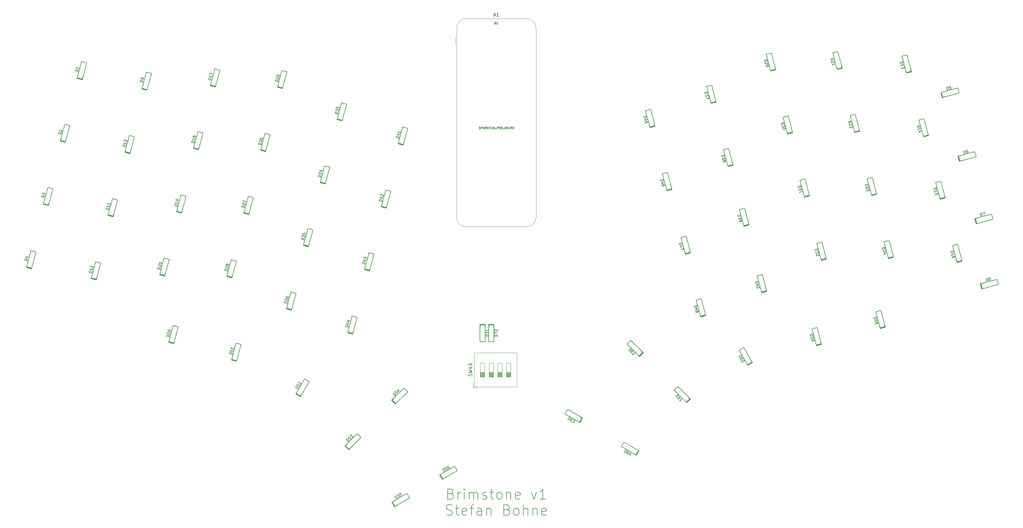
<source format=gto>
G04 #@! TF.GenerationSoftware,KiCad,Pcbnew,(5.1.5)-3*
G04 #@! TF.CreationDate,2021-04-24T22:04:19+09:00*
G04 #@! TF.ProjectId,brimstone,6272696d-7374-46f6-9e65-2e6b69636164,rev?*
G04 #@! TF.SameCoordinates,Original*
G04 #@! TF.FileFunction,Legend,Top*
G04 #@! TF.FilePolarity,Positive*
%FSLAX46Y46*%
G04 Gerber Fmt 4.6, Leading zero omitted, Abs format (unit mm)*
G04 Created by KiCad (PCBNEW (5.1.5)-3) date 2021-04-24 22:04:19*
%MOMM*%
%LPD*%
G04 APERTURE LIST*
%ADD10C,0.150000*%
%ADD11C,0.120000*%
%ADD12C,0.127000*%
%ADD13O,1.702000X1.702000*%
%ADD14R,1.702000X1.702000*%
%ADD15C,1.702000*%
%ADD16R,1.302000X1.702000*%
%ADD17C,2.082800*%
%ADD18C,1.302000*%
%ADD19C,1.802000*%
%ADD20C,2.102000*%
%ADD21C,1.852000*%
%ADD22C,2.352000*%
%ADD23C,4.089800*%
%ADD24C,2.352000*%
%ADD25C,0.100000*%
G04 APERTURE END LIST*
D10*
X196035714Y-166910714D02*
X196464285Y-167053571D01*
X196607142Y-167196428D01*
X196750000Y-167482142D01*
X196750000Y-167910714D01*
X196607142Y-168196428D01*
X196464285Y-168339285D01*
X196178571Y-168482142D01*
X195035714Y-168482142D01*
X195035714Y-165482142D01*
X196035714Y-165482142D01*
X196321428Y-165625000D01*
X196464285Y-165767857D01*
X196607142Y-166053571D01*
X196607142Y-166339285D01*
X196464285Y-166625000D01*
X196321428Y-166767857D01*
X196035714Y-166910714D01*
X195035714Y-166910714D01*
X198035714Y-168482142D02*
X198035714Y-166482142D01*
X198035714Y-167053571D02*
X198178571Y-166767857D01*
X198321428Y-166625000D01*
X198607142Y-166482142D01*
X198892857Y-166482142D01*
X199892857Y-168482142D02*
X199892857Y-166482142D01*
X199892857Y-165482142D02*
X199750000Y-165625000D01*
X199892857Y-165767857D01*
X200035714Y-165625000D01*
X199892857Y-165482142D01*
X199892857Y-165767857D01*
X201321428Y-168482142D02*
X201321428Y-166482142D01*
X201321428Y-166767857D02*
X201464285Y-166625000D01*
X201750000Y-166482142D01*
X202178571Y-166482142D01*
X202464285Y-166625000D01*
X202607142Y-166910714D01*
X202607142Y-168482142D01*
X202607142Y-166910714D02*
X202750000Y-166625000D01*
X203035714Y-166482142D01*
X203464285Y-166482142D01*
X203750000Y-166625000D01*
X203892857Y-166910714D01*
X203892857Y-168482142D01*
X205178571Y-168339285D02*
X205464285Y-168482142D01*
X206035714Y-168482142D01*
X206321428Y-168339285D01*
X206464285Y-168053571D01*
X206464285Y-167910714D01*
X206321428Y-167625000D01*
X206035714Y-167482142D01*
X205607142Y-167482142D01*
X205321428Y-167339285D01*
X205178571Y-167053571D01*
X205178571Y-166910714D01*
X205321428Y-166625000D01*
X205607142Y-166482142D01*
X206035714Y-166482142D01*
X206321428Y-166625000D01*
X207321428Y-166482142D02*
X208464285Y-166482142D01*
X207750000Y-165482142D02*
X207750000Y-168053571D01*
X207892857Y-168339285D01*
X208178571Y-168482142D01*
X208464285Y-168482142D01*
X209892857Y-168482142D02*
X209607142Y-168339285D01*
X209464285Y-168196428D01*
X209321428Y-167910714D01*
X209321428Y-167053571D01*
X209464285Y-166767857D01*
X209607142Y-166625000D01*
X209892857Y-166482142D01*
X210321428Y-166482142D01*
X210607142Y-166625000D01*
X210750000Y-166767857D01*
X210892857Y-167053571D01*
X210892857Y-167910714D01*
X210750000Y-168196428D01*
X210607142Y-168339285D01*
X210321428Y-168482142D01*
X209892857Y-168482142D01*
X212178571Y-166482142D02*
X212178571Y-168482142D01*
X212178571Y-166767857D02*
X212321428Y-166625000D01*
X212607142Y-166482142D01*
X213035714Y-166482142D01*
X213321428Y-166625000D01*
X213464285Y-166910714D01*
X213464285Y-168482142D01*
X216035714Y-168339285D02*
X215750000Y-168482142D01*
X215178571Y-168482142D01*
X214892857Y-168339285D01*
X214750000Y-168053571D01*
X214750000Y-166910714D01*
X214892857Y-166625000D01*
X215178571Y-166482142D01*
X215750000Y-166482142D01*
X216035714Y-166625000D01*
X216178571Y-166910714D01*
X216178571Y-167196428D01*
X214750000Y-167482142D01*
X219464285Y-166482142D02*
X220178571Y-168482142D01*
X220892857Y-166482142D01*
X223607142Y-168482142D02*
X221892857Y-168482142D01*
X222750000Y-168482142D02*
X222750000Y-165482142D01*
X222464285Y-165910714D01*
X222178571Y-166196428D01*
X221892857Y-166339285D01*
X194678571Y-172989285D02*
X195107142Y-173132142D01*
X195821428Y-173132142D01*
X196107142Y-172989285D01*
X196250000Y-172846428D01*
X196392857Y-172560714D01*
X196392857Y-172275000D01*
X196250000Y-171989285D01*
X196107142Y-171846428D01*
X195821428Y-171703571D01*
X195250000Y-171560714D01*
X194964285Y-171417857D01*
X194821428Y-171275000D01*
X194678571Y-170989285D01*
X194678571Y-170703571D01*
X194821428Y-170417857D01*
X194964285Y-170275000D01*
X195250000Y-170132142D01*
X195964285Y-170132142D01*
X196392857Y-170275000D01*
X197250000Y-171132142D02*
X198392857Y-171132142D01*
X197678571Y-170132142D02*
X197678571Y-172703571D01*
X197821428Y-172989285D01*
X198107142Y-173132142D01*
X198392857Y-173132142D01*
X200535714Y-172989285D02*
X200250000Y-173132142D01*
X199678571Y-173132142D01*
X199392857Y-172989285D01*
X199250000Y-172703571D01*
X199250000Y-171560714D01*
X199392857Y-171275000D01*
X199678571Y-171132142D01*
X200250000Y-171132142D01*
X200535714Y-171275000D01*
X200678571Y-171560714D01*
X200678571Y-171846428D01*
X199250000Y-172132142D01*
X201535714Y-171132142D02*
X202678571Y-171132142D01*
X201964285Y-173132142D02*
X201964285Y-170560714D01*
X202107142Y-170275000D01*
X202392857Y-170132142D01*
X202678571Y-170132142D01*
X204964285Y-173132142D02*
X204964285Y-171560714D01*
X204821428Y-171275000D01*
X204535714Y-171132142D01*
X203964285Y-171132142D01*
X203678571Y-171275000D01*
X204964285Y-172989285D02*
X204678571Y-173132142D01*
X203964285Y-173132142D01*
X203678571Y-172989285D01*
X203535714Y-172703571D01*
X203535714Y-172417857D01*
X203678571Y-172132142D01*
X203964285Y-171989285D01*
X204678571Y-171989285D01*
X204964285Y-171846428D01*
X206392857Y-171132142D02*
X206392857Y-173132142D01*
X206392857Y-171417857D02*
X206535714Y-171275000D01*
X206821428Y-171132142D01*
X207250000Y-171132142D01*
X207535714Y-171275000D01*
X207678571Y-171560714D01*
X207678571Y-173132142D01*
X212392857Y-171560714D02*
X212821428Y-171703571D01*
X212964285Y-171846428D01*
X213107142Y-172132142D01*
X213107142Y-172560714D01*
X212964285Y-172846428D01*
X212821428Y-172989285D01*
X212535714Y-173132142D01*
X211392857Y-173132142D01*
X211392857Y-170132142D01*
X212392857Y-170132142D01*
X212678571Y-170275000D01*
X212821428Y-170417857D01*
X212964285Y-170703571D01*
X212964285Y-170989285D01*
X212821428Y-171275000D01*
X212678571Y-171417857D01*
X212392857Y-171560714D01*
X211392857Y-171560714D01*
X214821428Y-173132142D02*
X214535714Y-172989285D01*
X214392857Y-172846428D01*
X214250000Y-172560714D01*
X214250000Y-171703571D01*
X214392857Y-171417857D01*
X214535714Y-171275000D01*
X214821428Y-171132142D01*
X215250000Y-171132142D01*
X215535714Y-171275000D01*
X215678571Y-171417857D01*
X215821428Y-171703571D01*
X215821428Y-172560714D01*
X215678571Y-172846428D01*
X215535714Y-172989285D01*
X215250000Y-173132142D01*
X214821428Y-173132142D01*
X217107142Y-173132142D02*
X217107142Y-170132142D01*
X218392857Y-173132142D02*
X218392857Y-171560714D01*
X218250000Y-171275000D01*
X217964285Y-171132142D01*
X217535714Y-171132142D01*
X217250000Y-171275000D01*
X217107142Y-171417857D01*
X219821428Y-171132142D02*
X219821428Y-173132142D01*
X219821428Y-171417857D02*
X219964285Y-171275000D01*
X220250000Y-171132142D01*
X220678571Y-171132142D01*
X220964285Y-171275000D01*
X221107142Y-171560714D01*
X221107142Y-173132142D01*
X223678571Y-172989285D02*
X223392857Y-173132142D01*
X222821428Y-173132142D01*
X222535714Y-172989285D01*
X222392857Y-172703571D01*
X222392857Y-171560714D01*
X222535714Y-171275000D01*
X222821428Y-171132142D01*
X223392857Y-171132142D01*
X223678571Y-171275000D01*
X223821428Y-171560714D01*
X223821428Y-171846428D01*
X222392857Y-172132142D01*
D11*
X212123000Y-131536666D02*
X213393000Y-131536666D01*
X213323000Y-132889999D02*
X213323000Y-131536666D01*
X213203000Y-132889999D02*
X213203000Y-131536666D01*
X213083000Y-132889999D02*
X213083000Y-131536666D01*
X212963000Y-132889999D02*
X212963000Y-131536666D01*
X212843000Y-132889999D02*
X212843000Y-131536666D01*
X212723000Y-132889999D02*
X212723000Y-131536666D01*
X212603000Y-132889999D02*
X212603000Y-131536666D01*
X212483000Y-132889999D02*
X212483000Y-131536666D01*
X212363000Y-132889999D02*
X212363000Y-131536666D01*
X212243000Y-132889999D02*
X212243000Y-131536666D01*
X212123000Y-128829999D02*
X212123000Y-132889999D01*
X213393000Y-128829999D02*
X212123000Y-128829999D01*
X213393000Y-132889999D02*
X213393000Y-128829999D01*
X212123000Y-132889999D02*
X213393000Y-132889999D01*
X209583000Y-131536666D02*
X210853000Y-131536666D01*
X210783000Y-132889999D02*
X210783000Y-131536666D01*
X210663000Y-132889999D02*
X210663000Y-131536666D01*
X210543000Y-132889999D02*
X210543000Y-131536666D01*
X210423000Y-132889999D02*
X210423000Y-131536666D01*
X210303000Y-132889999D02*
X210303000Y-131536666D01*
X210183000Y-132889999D02*
X210183000Y-131536666D01*
X210063000Y-132889999D02*
X210063000Y-131536666D01*
X209943000Y-132889999D02*
X209943000Y-131536666D01*
X209823000Y-132889999D02*
X209823000Y-131536666D01*
X209703000Y-132889999D02*
X209703000Y-131536666D01*
X209583000Y-128829999D02*
X209583000Y-132889999D01*
X210853000Y-128829999D02*
X209583000Y-128829999D01*
X210853000Y-132889999D02*
X210853000Y-128829999D01*
X209583000Y-132889999D02*
X210853000Y-132889999D01*
X207043000Y-131536666D02*
X208313000Y-131536666D01*
X208243000Y-132889999D02*
X208243000Y-131536666D01*
X208123000Y-132889999D02*
X208123000Y-131536666D01*
X208003000Y-132889999D02*
X208003000Y-131536666D01*
X207883000Y-132889999D02*
X207883000Y-131536666D01*
X207763000Y-132889999D02*
X207763000Y-131536666D01*
X207643000Y-132889999D02*
X207643000Y-131536666D01*
X207523000Y-132889999D02*
X207523000Y-131536666D01*
X207403000Y-132889999D02*
X207403000Y-131536666D01*
X207283000Y-132889999D02*
X207283000Y-131536666D01*
X207163000Y-132889999D02*
X207163000Y-131536666D01*
X207043000Y-128829999D02*
X207043000Y-132889999D01*
X208313000Y-128829999D02*
X207043000Y-128829999D01*
X208313000Y-132889999D02*
X208313000Y-128829999D01*
X207043000Y-132889999D02*
X208313000Y-132889999D01*
X204503000Y-131536666D02*
X205773000Y-131536666D01*
X205703000Y-132889999D02*
X205703000Y-131536666D01*
X205583000Y-132889999D02*
X205583000Y-131536666D01*
X205463000Y-132889999D02*
X205463000Y-131536666D01*
X205343000Y-132889999D02*
X205343000Y-131536666D01*
X205223000Y-132889999D02*
X205223000Y-131536666D01*
X205103000Y-132889999D02*
X205103000Y-131536666D01*
X204983000Y-132889999D02*
X204983000Y-131536666D01*
X204863000Y-132889999D02*
X204863000Y-131536666D01*
X204743000Y-132889999D02*
X204743000Y-131536666D01*
X204623000Y-132889999D02*
X204623000Y-131536666D01*
X204503000Y-128829999D02*
X204503000Y-132889999D01*
X205773000Y-128829999D02*
X204503000Y-128829999D01*
X205773000Y-132889999D02*
X205773000Y-128829999D01*
X204503000Y-132889999D02*
X205773000Y-132889999D01*
X202478000Y-136049999D02*
X203861000Y-136049999D01*
X202478000Y-136049999D02*
X202478000Y-134665999D01*
X202718000Y-125909999D02*
X215178000Y-125909999D01*
X202718000Y-135809999D02*
X215178000Y-135809999D01*
X215178000Y-135809999D02*
X215178000Y-125909999D01*
X202718000Y-135809999D02*
X202718000Y-125909999D01*
D10*
X208512000Y-122640000D02*
X208512000Y-117560000D01*
X208512000Y-117560000D02*
X206988000Y-117560000D01*
X206988000Y-117560000D02*
X206988000Y-122640000D01*
X206988000Y-122640000D02*
X208512000Y-122640000D01*
X208512000Y-122640000D02*
X208512000Y-122132000D01*
X208512000Y-117941000D02*
X206988000Y-117941000D01*
X206988000Y-117814000D02*
X208512000Y-117814000D01*
X208512000Y-117687000D02*
X206988000Y-117687000D01*
X206988000Y-118068000D02*
X208512000Y-118068000D01*
X208512000Y-118195000D02*
X206988000Y-118195000D01*
X208512000Y-118322000D02*
X206988000Y-118322000D01*
X206012000Y-122640000D02*
X206012000Y-117560000D01*
X206012000Y-117560000D02*
X204488000Y-117560000D01*
X204488000Y-117560000D02*
X204488000Y-122640000D01*
X204488000Y-122640000D02*
X206012000Y-122640000D01*
X206012000Y-122640000D02*
X206012000Y-122132000D01*
X206012000Y-117941000D02*
X204488000Y-117941000D01*
X204488000Y-117814000D02*
X206012000Y-117814000D01*
X206012000Y-117687000D02*
X204488000Y-117687000D01*
X204488000Y-118068000D02*
X206012000Y-118068000D01*
X206012000Y-118195000D02*
X204488000Y-118195000D01*
X206012000Y-118322000D02*
X204488000Y-118322000D01*
D11*
X218100000Y-28690000D02*
G75*
G02X220750000Y-31340000I0J-2650000D01*
G01*
X197670000Y-31340000D02*
G75*
G02X200320000Y-28690000I2650000J0D01*
G01*
X220750000Y-86590000D02*
G75*
G02X218100000Y-89240000I-2650000J0D01*
G01*
X200320000Y-89240000D02*
G75*
G02X197670000Y-86590000I0J2650000D01*
G01*
X218100000Y-28690000D02*
X200320000Y-28690000D01*
X218100000Y-89240000D02*
X200320000Y-89240000D01*
X220750000Y-31340000D02*
X220750000Y-86590000D01*
X197670000Y-31340000D02*
X197670000Y-86590000D01*
X197350000Y-36150000D02*
X197350000Y-34150000D01*
D10*
X164186357Y-53155204D02*
X162871556Y-58062107D01*
X162871556Y-58062107D02*
X164343627Y-58456548D01*
X164343627Y-58456548D02*
X165658428Y-53549645D01*
X165658428Y-53549645D02*
X164186357Y-53155204D01*
X164186357Y-53155204D02*
X164054877Y-53645895D01*
X162970166Y-57694090D02*
X164442237Y-58088530D01*
X164409367Y-58211203D02*
X162937296Y-57816762D01*
X162904426Y-57939435D02*
X164376497Y-58333875D01*
X164475107Y-57965857D02*
X163003036Y-57571417D01*
X163035906Y-57448745D02*
X164507977Y-57843185D01*
X163068776Y-57326072D02*
X164540847Y-57720512D01*
X181969545Y-60197803D02*
X180654744Y-65104706D01*
X180654744Y-65104706D02*
X182126815Y-65499147D01*
X182126815Y-65499147D02*
X183441616Y-60592244D01*
X183441616Y-60592244D02*
X181969545Y-60197803D01*
X181969545Y-60197803D02*
X181838065Y-60688494D01*
X180753354Y-64736689D02*
X182225425Y-65131129D01*
X182192555Y-65253802D02*
X180720484Y-64859361D01*
X180687614Y-64982034D02*
X182159685Y-65376474D01*
X182258295Y-65008456D02*
X180786224Y-64614016D01*
X180819094Y-64491344D02*
X182291165Y-64885784D01*
X180851964Y-64368671D02*
X182324035Y-64763111D01*
X159268795Y-71507795D02*
X157953994Y-76414698D01*
X157953994Y-76414698D02*
X159426065Y-76809139D01*
X159426065Y-76809139D02*
X160740866Y-71902236D01*
X160740866Y-71902236D02*
X159268795Y-71507795D01*
X159268795Y-71507795D02*
X159137315Y-71998486D01*
X158052604Y-76046681D02*
X159524675Y-76441121D01*
X159491805Y-76563794D02*
X158019734Y-76169353D01*
X157986864Y-76292026D02*
X159458935Y-76686466D01*
X159557545Y-76318448D02*
X158085474Y-75924008D01*
X158118344Y-75801336D02*
X159590415Y-76195776D01*
X158151214Y-75678663D02*
X159623285Y-76073103D01*
X167242742Y-115158982D02*
X165927941Y-120065885D01*
X165927941Y-120065885D02*
X167400012Y-120460326D01*
X167400012Y-120460326D02*
X168714813Y-115553423D01*
X168714813Y-115553423D02*
X167242742Y-115158982D01*
X167242742Y-115158982D02*
X167111262Y-115649673D01*
X166026551Y-119697868D02*
X167498622Y-120092308D01*
X167465752Y-120214981D02*
X165993681Y-119820540D01*
X165960811Y-119943213D02*
X167432882Y-120337653D01*
X167531492Y-119969635D02*
X166059421Y-119575195D01*
X166092291Y-119452523D02*
X167564362Y-119846963D01*
X166125161Y-119329850D02*
X167597232Y-119724290D01*
X154377115Y-89763793D02*
X153062314Y-94670696D01*
X153062314Y-94670696D02*
X154534385Y-95065137D01*
X154534385Y-95065137D02*
X155849186Y-90158234D01*
X155849186Y-90158234D02*
X154377115Y-89763793D01*
X154377115Y-89763793D02*
X154245635Y-90254484D01*
X153160924Y-94302679D02*
X154632995Y-94697119D01*
X154600125Y-94819792D02*
X153128054Y-94425351D01*
X153095184Y-94548024D02*
X154567255Y-94942464D01*
X154665865Y-94574446D02*
X153193794Y-94180006D01*
X153226664Y-94057334D02*
X154698735Y-94451774D01*
X153259534Y-93934661D02*
X154731605Y-94329101D01*
X177051984Y-78550393D02*
X175737183Y-83457296D01*
X175737183Y-83457296D02*
X177209254Y-83851737D01*
X177209254Y-83851737D02*
X178524055Y-78944834D01*
X178524055Y-78944834D02*
X177051984Y-78550393D01*
X177051984Y-78550393D02*
X176920504Y-79041084D01*
X175835793Y-83089279D02*
X177307864Y-83483719D01*
X177274994Y-83606392D02*
X175802923Y-83211951D01*
X175770053Y-83334624D02*
X177242124Y-83729064D01*
X177340734Y-83361046D02*
X175868663Y-82966606D01*
X175901533Y-82843934D02*
X177373604Y-83238374D01*
X175934403Y-82721261D02*
X177406474Y-83115701D01*
X149433671Y-108212976D02*
X148118870Y-113119879D01*
X148118870Y-113119879D02*
X149590941Y-113514320D01*
X149590941Y-113514320D02*
X150905742Y-108607417D01*
X150905742Y-108607417D02*
X149433671Y-108212976D01*
X149433671Y-108212976D02*
X149302191Y-108703667D01*
X148217480Y-112751862D02*
X149689551Y-113146302D01*
X149656681Y-113268975D02*
X148184610Y-112874534D01*
X148151740Y-112997207D02*
X149623811Y-113391647D01*
X149722421Y-113023629D02*
X148250350Y-112629189D01*
X148283220Y-112506517D02*
X149755291Y-112900957D01*
X148316090Y-112383844D02*
X149788161Y-112778284D01*
X172160304Y-96806391D02*
X170845503Y-101713294D01*
X170845503Y-101713294D02*
X172317574Y-102107735D01*
X172317574Y-102107735D02*
X173632375Y-97200832D01*
X173632375Y-97200832D02*
X172160304Y-96806391D01*
X172160304Y-96806391D02*
X172028824Y-97297082D01*
X170944113Y-101345277D02*
X172416184Y-101739717D01*
X172383314Y-101862390D02*
X170911243Y-101467949D01*
X170878373Y-101590622D02*
X172350444Y-101985062D01*
X172449054Y-101617044D02*
X170976983Y-101222604D01*
X171009853Y-101099932D02*
X172481924Y-101494372D01*
X171042723Y-100977259D02*
X172514794Y-101371699D01*
X182337628Y-136123262D02*
X178745525Y-139715365D01*
X178745525Y-139715365D02*
X179823156Y-140792996D01*
X179823156Y-140792996D02*
X183415259Y-137200893D01*
X183415259Y-137200893D02*
X182337628Y-136123262D01*
X182337628Y-136123262D02*
X181978418Y-136482473D01*
X179014933Y-139445957D02*
X180092564Y-140523588D01*
X180002761Y-140613390D02*
X178925131Y-139535760D01*
X178835328Y-139625562D02*
X179912959Y-140703193D01*
X180182366Y-140433785D02*
X179104736Y-139356155D01*
X179194538Y-139266352D02*
X180272169Y-140343983D01*
X179284341Y-139176549D02*
X180361972Y-140254180D01*
X245627779Y-153173212D02*
X250027189Y-155713212D01*
X250027189Y-155713212D02*
X250789189Y-154393390D01*
X250789189Y-154393390D02*
X246389779Y-151853390D01*
X246389779Y-151853390D02*
X245627779Y-153173212D01*
X245627779Y-153173212D02*
X246067720Y-153427212D01*
X249697233Y-155522712D02*
X250459233Y-154202890D01*
X250569218Y-154266390D02*
X249807218Y-155586212D01*
X249917203Y-155649712D02*
X250679203Y-154329890D01*
X250349248Y-154139390D02*
X249587248Y-155459212D01*
X249477262Y-155395712D02*
X250239262Y-154075890D01*
X249367277Y-155332212D02*
X250129277Y-154012390D01*
X229173296Y-143673211D02*
X233572706Y-146213211D01*
X233572706Y-146213211D02*
X234334706Y-144893389D01*
X234334706Y-144893389D02*
X229935296Y-142353389D01*
X229935296Y-142353389D02*
X229173296Y-143673211D01*
X229173296Y-143673211D02*
X229613237Y-143927211D01*
X233242750Y-146022711D02*
X234004750Y-144702889D01*
X234114735Y-144766389D02*
X233352735Y-146086211D01*
X233462720Y-146149711D02*
X234224720Y-144829889D01*
X233894765Y-144639389D02*
X233132765Y-145959211D01*
X233022779Y-145895711D02*
X233784779Y-144575889D01*
X232912794Y-145832211D02*
X233674794Y-144512389D01*
X247324011Y-123381546D02*
X250916114Y-126973649D01*
X250916114Y-126973649D02*
X251993745Y-125896018D01*
X251993745Y-125896018D02*
X248401642Y-122303915D01*
X248401642Y-122303915D02*
X247324011Y-123381546D01*
X247324011Y-123381546D02*
X247683222Y-123740756D01*
X250646706Y-126704241D02*
X251724337Y-125626610D01*
X251814139Y-125716413D02*
X250736509Y-126794043D01*
X250826311Y-126883846D02*
X251903942Y-125806215D01*
X251634534Y-125536808D02*
X250556904Y-126614438D01*
X250467101Y-126524636D02*
X251544732Y-125447005D01*
X250377298Y-126434833D02*
X251454929Y-125357202D01*
X261041882Y-136816575D02*
X264633985Y-140408678D01*
X264633985Y-140408678D02*
X265711616Y-139331047D01*
X265711616Y-139331047D02*
X262119513Y-135738944D01*
X262119513Y-135738944D02*
X261041882Y-136816575D01*
X261041882Y-136816575D02*
X261401093Y-137175785D01*
X264364577Y-140139270D02*
X265442208Y-139061639D01*
X265532010Y-139151442D02*
X264454380Y-140229072D01*
X264544182Y-140318875D02*
X265621813Y-139241244D01*
X265352405Y-138971837D02*
X264274775Y-140049467D01*
X264184972Y-139959665D02*
X265262603Y-138882034D01*
X264095169Y-139869862D02*
X265172800Y-138792231D01*
X279882883Y-125173038D02*
X282422883Y-129572448D01*
X282422883Y-129572448D02*
X283742705Y-128810448D01*
X283742705Y-128810448D02*
X281202705Y-124411038D01*
X281202705Y-124411038D02*
X279882883Y-125173038D01*
X279882883Y-125173038D02*
X280136883Y-125612979D01*
X282232383Y-129242492D02*
X283552205Y-128480492D01*
X283615705Y-128590477D02*
X282295883Y-129352477D01*
X282359383Y-129462462D02*
X283679205Y-128700462D01*
X283488705Y-128370507D02*
X282168883Y-129132507D01*
X282105383Y-129022521D02*
X283425205Y-128260521D01*
X282041883Y-128912536D02*
X283361705Y-128150536D01*
X301101922Y-118924712D02*
X302416723Y-123831615D01*
X302416723Y-123831615D02*
X303888794Y-123437174D01*
X303888794Y-123437174D02*
X302573993Y-118530271D01*
X302573993Y-118530271D02*
X301101922Y-118924712D01*
X301101922Y-118924712D02*
X301233402Y-119415402D01*
X302318113Y-123463597D02*
X303790184Y-123069157D01*
X303823054Y-123191829D02*
X302350983Y-123586270D01*
X302383853Y-123708942D02*
X303855924Y-123314502D01*
X303757314Y-122946484D02*
X302285243Y-123340924D01*
X302252373Y-123218252D02*
X303724444Y-122823812D01*
X302219503Y-123095579D02*
X303691574Y-122701139D01*
X319647697Y-113955387D02*
X320962498Y-118862290D01*
X320962498Y-118862290D02*
X322434569Y-118467849D01*
X322434569Y-118467849D02*
X321119768Y-113560946D01*
X321119768Y-113560946D02*
X319647697Y-113955387D01*
X319647697Y-113955387D02*
X319779177Y-114446077D01*
X320863888Y-118494272D02*
X322335959Y-118099832D01*
X322368829Y-118222504D02*
X320896758Y-118616945D01*
X320929628Y-118739617D02*
X322401699Y-118345177D01*
X322303089Y-117977159D02*
X320831018Y-118371599D01*
X320798148Y-118248927D02*
X322270219Y-117854487D01*
X320765278Y-118126254D02*
X322237349Y-117731814D01*
X197099316Y-158886894D02*
X192699906Y-161426894D01*
X192699906Y-161426894D02*
X193461906Y-162746716D01*
X193461906Y-162746716D02*
X197861316Y-160206716D01*
X197861316Y-160206716D02*
X197099316Y-158886894D01*
X197099316Y-158886894D02*
X196659375Y-159140894D01*
X193029862Y-161236394D02*
X193791862Y-162556216D01*
X193681877Y-162619716D02*
X192919877Y-161299894D01*
X192809892Y-161363394D02*
X193571892Y-162683216D01*
X193901847Y-162492716D02*
X193139847Y-161172894D01*
X193249833Y-161109394D02*
X194011833Y-162429216D01*
X193359818Y-161045894D02*
X194121818Y-162365716D01*
X183168705Y-166820089D02*
X178769295Y-169360089D01*
X178769295Y-169360089D02*
X179531295Y-170679911D01*
X179531295Y-170679911D02*
X183930705Y-168139911D01*
X183930705Y-168139911D02*
X183168705Y-166820089D01*
X183168705Y-166820089D02*
X182728764Y-167074089D01*
X179099251Y-169169589D02*
X179861251Y-170489411D01*
X179751266Y-170552911D02*
X178989266Y-169233089D01*
X178879281Y-169296589D02*
X179641281Y-170616411D01*
X179971236Y-170425911D02*
X179209236Y-169106089D01*
X179319222Y-169042589D02*
X180081222Y-170362411D01*
X179429207Y-168979089D02*
X180191207Y-170298911D01*
X168761178Y-149416870D02*
X165169075Y-153008973D01*
X165169075Y-153008973D02*
X166246706Y-154086604D01*
X166246706Y-154086604D02*
X169838809Y-150494501D01*
X169838809Y-150494501D02*
X168761178Y-149416870D01*
X168761178Y-149416870D02*
X168401968Y-149776081D01*
X165438483Y-152739565D02*
X166516114Y-153817196D01*
X166426311Y-153906998D02*
X165348681Y-152829368D01*
X165258878Y-152919170D02*
X166336509Y-153996801D01*
X166605916Y-153727393D02*
X165528286Y-152649763D01*
X165618088Y-152559960D02*
X166695719Y-153637591D01*
X165707891Y-152470157D02*
X166785522Y-153547788D01*
X153404433Y-133521478D02*
X150864433Y-137920888D01*
X150864433Y-137920888D02*
X152184255Y-138682888D01*
X152184255Y-138682888D02*
X154724255Y-134283478D01*
X154724255Y-134283478D02*
X153404433Y-133521478D01*
X153404433Y-133521478D02*
X153150433Y-133961419D01*
X151054933Y-137590932D02*
X152374755Y-138352932D01*
X152311255Y-138462917D02*
X150991433Y-137700917D01*
X150927933Y-137810902D02*
X152247755Y-138572902D01*
X152438255Y-138242947D02*
X151118433Y-137480947D01*
X151181933Y-137370961D02*
X152501755Y-138132961D01*
X151245433Y-137260976D02*
X152565255Y-138022976D01*
X133440779Y-123080303D02*
X132125978Y-127987206D01*
X132125978Y-127987206D02*
X133598049Y-128381647D01*
X133598049Y-128381647D02*
X134912850Y-123474744D01*
X134912850Y-123474744D02*
X133440779Y-123080303D01*
X133440779Y-123080303D02*
X133309299Y-123570994D01*
X132224588Y-127619189D02*
X133696659Y-128013629D01*
X133663789Y-128136302D02*
X132191718Y-127741861D01*
X132158848Y-127864534D02*
X133630919Y-128258974D01*
X133729529Y-127890956D02*
X132257458Y-127496516D01*
X132290328Y-127373844D02*
X133762399Y-127768284D01*
X132323198Y-127251171D02*
X133795269Y-127645611D01*
X115139952Y-117969556D02*
X113825151Y-122876459D01*
X113825151Y-122876459D02*
X115297222Y-123270900D01*
X115297222Y-123270900D02*
X116612023Y-118363997D01*
X116612023Y-118363997D02*
X115139952Y-117969556D01*
X115139952Y-117969556D02*
X115008472Y-118460247D01*
X113923761Y-122508442D02*
X115395832Y-122902882D01*
X115362962Y-123025555D02*
X113890891Y-122631114D01*
X113858021Y-122753787D02*
X115330092Y-123148227D01*
X115428702Y-122780209D02*
X113956631Y-122385769D01*
X113989501Y-122263097D02*
X115461572Y-122657537D01*
X114022371Y-122140424D02*
X115494442Y-122534864D01*
X267389616Y-110565258D02*
X268704417Y-115472161D01*
X268704417Y-115472161D02*
X270176488Y-115077720D01*
X270176488Y-115077720D02*
X268861687Y-110170817D01*
X268861687Y-110170817D02*
X267389616Y-110565258D01*
X267389616Y-110565258D02*
X267521096Y-111055948D01*
X268605807Y-115104143D02*
X270077878Y-114709703D01*
X270110748Y-114832375D02*
X268638677Y-115226816D01*
X268671547Y-115349488D02*
X270143618Y-114955048D01*
X270045008Y-114587030D02*
X268572937Y-114981470D01*
X268540067Y-114858798D02*
X270012138Y-114464358D01*
X268507197Y-114736125D02*
X269979268Y-114341685D01*
X262971426Y-92337680D02*
X264286227Y-97244583D01*
X264286227Y-97244583D02*
X265758298Y-96850142D01*
X265758298Y-96850142D02*
X264443497Y-91943239D01*
X264443497Y-91943239D02*
X262971426Y-92337680D01*
X262971426Y-92337680D02*
X263102906Y-92828370D01*
X264187617Y-96876565D02*
X265659688Y-96482125D01*
X265692558Y-96604797D02*
X264220487Y-96999238D01*
X264253357Y-97121910D02*
X265725428Y-96727470D01*
X265626818Y-96359452D02*
X264154747Y-96753892D01*
X264121877Y-96631220D02*
X265593948Y-96236780D01*
X264089007Y-96508547D02*
X265561078Y-96114107D01*
X257554493Y-73860076D02*
X258869294Y-78766979D01*
X258869294Y-78766979D02*
X260341365Y-78372538D01*
X260341365Y-78372538D02*
X259026564Y-73465635D01*
X259026564Y-73465635D02*
X257554493Y-73860076D01*
X257554493Y-73860076D02*
X257685973Y-74350766D01*
X258770684Y-78398961D02*
X260242755Y-78004521D01*
X260275625Y-78127193D02*
X258803554Y-78521634D01*
X258836424Y-78644306D02*
X260308495Y-78249866D01*
X260209885Y-77881848D02*
X258737814Y-78276288D01*
X258704944Y-78153616D02*
X260177015Y-77759176D01*
X258672074Y-78030943D02*
X260144145Y-77636503D01*
X252636931Y-55507485D02*
X253951732Y-60414388D01*
X253951732Y-60414388D02*
X255423803Y-60019947D01*
X255423803Y-60019947D02*
X254109002Y-55113044D01*
X254109002Y-55113044D02*
X252636931Y-55507485D01*
X252636931Y-55507485D02*
X252768411Y-55998175D01*
X253853122Y-60046370D02*
X255325193Y-59651930D01*
X255358063Y-59774602D02*
X253885992Y-60169043D01*
X253918862Y-60291715D02*
X255390933Y-59897275D01*
X255292323Y-59529257D02*
X253820252Y-59923697D01*
X253787382Y-59801025D02*
X255259453Y-59406585D01*
X253754512Y-59678352D02*
X255226583Y-59283912D01*
X285172805Y-103522659D02*
X286487606Y-108429562D01*
X286487606Y-108429562D02*
X287959677Y-108035121D01*
X287959677Y-108035121D02*
X286644876Y-103128218D01*
X286644876Y-103128218D02*
X285172805Y-103522659D01*
X285172805Y-103522659D02*
X285304285Y-104013349D01*
X286388996Y-108061544D02*
X287861067Y-107667104D01*
X287893937Y-107789776D02*
X286421866Y-108184217D01*
X286454736Y-108306889D02*
X287926807Y-107912449D01*
X287828197Y-107544431D02*
X286356126Y-107938871D01*
X286323256Y-107816199D02*
X287795327Y-107421759D01*
X286290386Y-107693526D02*
X287762457Y-107299086D01*
X279996424Y-84204142D02*
X281311225Y-89111045D01*
X281311225Y-89111045D02*
X282783296Y-88716604D01*
X282783296Y-88716604D02*
X281468495Y-83809701D01*
X281468495Y-83809701D02*
X279996424Y-84204142D01*
X279996424Y-84204142D02*
X280127904Y-84694832D01*
X281212615Y-88743027D02*
X282684686Y-88348587D01*
X282717556Y-88471259D02*
X281245485Y-88865700D01*
X281278355Y-88988372D02*
X282750426Y-88593932D01*
X282651816Y-88225914D02*
X281179745Y-88620354D01*
X281146875Y-88497682D02*
X282618946Y-88103242D01*
X281114005Y-88375009D02*
X282586076Y-87980569D01*
X275337682Y-66817477D02*
X276652483Y-71724380D01*
X276652483Y-71724380D02*
X278124554Y-71329939D01*
X278124554Y-71329939D02*
X276809753Y-66423036D01*
X276809753Y-66423036D02*
X275337682Y-66817477D01*
X275337682Y-66817477D02*
X275469162Y-67308167D01*
X276553873Y-71356362D02*
X278025944Y-70961922D01*
X278058814Y-71084594D02*
X276586743Y-71479035D01*
X276619613Y-71601707D02*
X278091684Y-71207267D01*
X277993074Y-70839249D02*
X276521003Y-71233689D01*
X276488133Y-71111017D02*
X277960204Y-70716577D01*
X276455263Y-70988344D02*
X277927334Y-70593904D01*
X270420120Y-48464887D02*
X271734921Y-53371790D01*
X271734921Y-53371790D02*
X273206992Y-52977349D01*
X273206992Y-52977349D02*
X271892191Y-48070446D01*
X271892191Y-48070446D02*
X270420120Y-48464887D01*
X270420120Y-48464887D02*
X270551600Y-48955577D01*
X271636311Y-53003772D02*
X273108382Y-52609332D01*
X273141252Y-52732004D02*
X271669181Y-53126445D01*
X271702051Y-53249117D02*
X273174122Y-52854677D01*
X273075512Y-52486659D02*
X271603441Y-52881099D01*
X271570571Y-52758427D02*
X273042642Y-52363987D01*
X271537701Y-52635754D02*
X273009772Y-52241314D01*
X302528013Y-94110074D02*
X303842814Y-99016977D01*
X303842814Y-99016977D02*
X305314885Y-98622536D01*
X305314885Y-98622536D02*
X304000084Y-93715633D01*
X304000084Y-93715633D02*
X302528013Y-94110074D01*
X302528013Y-94110074D02*
X302659493Y-94600764D01*
X303744204Y-98648959D02*
X305216275Y-98254519D01*
X305249145Y-98377191D02*
X303777074Y-98771632D01*
X303809944Y-98894304D02*
X305282015Y-98499864D01*
X305183405Y-98131846D02*
X303711334Y-98526286D01*
X303678464Y-98403614D02*
X305150535Y-98009174D01*
X303645594Y-98280941D02*
X305117665Y-97886501D01*
X297610452Y-75757484D02*
X298925253Y-80664387D01*
X298925253Y-80664387D02*
X300397324Y-80269946D01*
X300397324Y-80269946D02*
X299082523Y-75363043D01*
X299082523Y-75363043D02*
X297610452Y-75757484D01*
X297610452Y-75757484D02*
X297741932Y-76248174D01*
X298826643Y-80296369D02*
X300298714Y-79901929D01*
X300331584Y-80024601D02*
X298859513Y-80419042D01*
X298892383Y-80541714D02*
X300364454Y-80147274D01*
X300265844Y-79779256D02*
X298793773Y-80173696D01*
X298760903Y-80051024D02*
X300232974Y-79656584D01*
X298728033Y-79928351D02*
X300200104Y-79533911D01*
X292692890Y-57404893D02*
X294007691Y-62311796D01*
X294007691Y-62311796D02*
X295479762Y-61917355D01*
X295479762Y-61917355D02*
X294164961Y-57010452D01*
X294164961Y-57010452D02*
X292692890Y-57404893D01*
X292692890Y-57404893D02*
X292824370Y-57895583D01*
X293909081Y-61943778D02*
X295381152Y-61549338D01*
X295414022Y-61672010D02*
X293941951Y-62066451D01*
X293974821Y-62189123D02*
X295446892Y-61794683D01*
X295348282Y-61426665D02*
X293876211Y-61821105D01*
X293843341Y-61698433D02*
X295315412Y-61303993D01*
X293810471Y-61575760D02*
X295282542Y-61181320D01*
X287775328Y-39052302D02*
X289090129Y-43959205D01*
X289090129Y-43959205D02*
X290562200Y-43564764D01*
X290562200Y-43564764D02*
X289247399Y-38657861D01*
X289247399Y-38657861D02*
X287775328Y-39052302D01*
X287775328Y-39052302D02*
X287906808Y-39542992D01*
X288991519Y-43591187D02*
X290463590Y-43196747D01*
X290496460Y-43319419D02*
X289024389Y-43713860D01*
X289057259Y-43836532D02*
X290529330Y-43442092D01*
X290430720Y-43074074D02*
X288958649Y-43468514D01*
X288925779Y-43345842D02*
X290397850Y-42951402D01*
X288892909Y-43223169D02*
X290364980Y-42828729D01*
X132078463Y-98800391D02*
X130763662Y-103707294D01*
X130763662Y-103707294D02*
X132235733Y-104101735D01*
X132235733Y-104101735D02*
X133550534Y-99194832D01*
X133550534Y-99194832D02*
X132078463Y-98800391D01*
X132078463Y-98800391D02*
X131946983Y-99291082D01*
X130862272Y-103339277D02*
X132334343Y-103733717D01*
X132301473Y-103856390D02*
X130829402Y-103461949D01*
X130796532Y-103584622D02*
X132268603Y-103979062D01*
X132367213Y-103611044D02*
X130895142Y-103216604D01*
X130928012Y-103093932D02*
X132400083Y-103488372D01*
X130960882Y-102971259D02*
X132432953Y-103365699D01*
X137021907Y-80351208D02*
X135707106Y-85258111D01*
X135707106Y-85258111D02*
X137179177Y-85652552D01*
X137179177Y-85652552D02*
X138493978Y-80745649D01*
X138493978Y-80745649D02*
X137021907Y-80351208D01*
X137021907Y-80351208D02*
X136890427Y-80841899D01*
X135805716Y-84890094D02*
X137277787Y-85284534D01*
X137244917Y-85407207D02*
X135772846Y-85012766D01*
X135739976Y-85135439D02*
X137212047Y-85529879D01*
X137310657Y-85161861D02*
X135838586Y-84767421D01*
X135871456Y-84644749D02*
X137343527Y-85039189D01*
X135904326Y-84522076D02*
X137376397Y-84916516D01*
X141913586Y-62095210D02*
X140598785Y-67002113D01*
X140598785Y-67002113D02*
X142070856Y-67396554D01*
X142070856Y-67396554D02*
X143385657Y-62489651D01*
X143385657Y-62489651D02*
X141913586Y-62095210D01*
X141913586Y-62095210D02*
X141782106Y-62585901D01*
X140697395Y-66634096D02*
X142169466Y-67028536D01*
X142136596Y-67151209D02*
X140664525Y-66756768D01*
X140631655Y-66879441D02*
X142103726Y-67273881D01*
X142202336Y-66905863D02*
X140730265Y-66511423D01*
X140763135Y-66388751D02*
X142235206Y-66783191D01*
X140796005Y-66266078D02*
X142268076Y-66660518D01*
X146831148Y-43742619D02*
X145516347Y-48649522D01*
X145516347Y-48649522D02*
X146988418Y-49043963D01*
X146988418Y-49043963D02*
X148303219Y-44137060D01*
X148303219Y-44137060D02*
X146831148Y-43742619D01*
X146831148Y-43742619D02*
X146699668Y-44233310D01*
X145614957Y-48281505D02*
X147087028Y-48675945D01*
X147054158Y-48798618D02*
X145582087Y-48404177D01*
X145549217Y-48526850D02*
X147021288Y-48921290D01*
X147119898Y-48553272D02*
X145647827Y-48158832D01*
X145680697Y-48036160D02*
X147152768Y-48430600D01*
X145713567Y-47913487D02*
X147185638Y-48307927D01*
X322071172Y-93635771D02*
X323385973Y-98542674D01*
X323385973Y-98542674D02*
X324858044Y-98148233D01*
X324858044Y-98148233D02*
X323543243Y-93241330D01*
X323543243Y-93241330D02*
X322071172Y-93635771D01*
X322071172Y-93635771D02*
X322202652Y-94126461D01*
X323287363Y-98174656D02*
X324759434Y-97780216D01*
X324792304Y-97902888D02*
X323320233Y-98297329D01*
X323353103Y-98420001D02*
X324825174Y-98025561D01*
X324726564Y-97657543D02*
X323254493Y-98051983D01*
X323221623Y-97929311D02*
X324693694Y-97534871D01*
X323188753Y-97806638D02*
X324660824Y-97412198D01*
X317153610Y-75283181D02*
X318468411Y-80190084D01*
X318468411Y-80190084D02*
X319940482Y-79795643D01*
X319940482Y-79795643D02*
X318625681Y-74888740D01*
X318625681Y-74888740D02*
X317153610Y-75283181D01*
X317153610Y-75283181D02*
X317285090Y-75773871D01*
X318369801Y-79822066D02*
X319841872Y-79427626D01*
X319874742Y-79550298D02*
X318402671Y-79944739D01*
X318435541Y-80067411D02*
X319907612Y-79672971D01*
X319809002Y-79304953D02*
X318336931Y-79699393D01*
X318304061Y-79576721D02*
X319776132Y-79182281D01*
X318271191Y-79454048D02*
X319743262Y-79059608D01*
X312236048Y-56930590D02*
X313550849Y-61837493D01*
X313550849Y-61837493D02*
X315022920Y-61443052D01*
X315022920Y-61443052D02*
X313708119Y-56536149D01*
X313708119Y-56536149D02*
X312236048Y-56930590D01*
X312236048Y-56930590D02*
X312367528Y-57421280D01*
X313452239Y-61469475D02*
X314924310Y-61075035D01*
X314957180Y-61197707D02*
X313485109Y-61592148D01*
X313517979Y-61714820D02*
X314990050Y-61320380D01*
X314891440Y-60952362D02*
X313419369Y-61346802D01*
X313386499Y-61224130D02*
X314858570Y-60829690D01*
X313353629Y-61101457D02*
X314825700Y-60707017D01*
X307125301Y-38629763D02*
X308440102Y-43536666D01*
X308440102Y-43536666D02*
X309912173Y-43142225D01*
X309912173Y-43142225D02*
X308597372Y-38235322D01*
X308597372Y-38235322D02*
X307125301Y-38629763D01*
X307125301Y-38629763D02*
X307256781Y-39120453D01*
X308341492Y-43168648D02*
X309813563Y-42774208D01*
X309846433Y-42896880D02*
X308374362Y-43291321D01*
X308407232Y-43413993D02*
X309879303Y-43019553D01*
X309780693Y-42651535D02*
X308308622Y-43045975D01*
X308275752Y-42923303D02*
X309747823Y-42528863D01*
X308242882Y-42800630D02*
X309714953Y-42406190D01*
X112535304Y-98326088D02*
X111220503Y-103232991D01*
X111220503Y-103232991D02*
X112692574Y-103627432D01*
X112692574Y-103627432D02*
X114007375Y-98720529D01*
X114007375Y-98720529D02*
X112535304Y-98326088D01*
X112535304Y-98326088D02*
X112403824Y-98816779D01*
X111319113Y-102864974D02*
X112791184Y-103259414D01*
X112758314Y-103382087D02*
X111286243Y-102987646D01*
X111253373Y-103110319D02*
X112725444Y-103504759D01*
X112824054Y-103136741D02*
X111351983Y-102742301D01*
X111384853Y-102619629D02*
X112856924Y-103014069D01*
X111417723Y-102496956D02*
X112889794Y-102891396D01*
X117452866Y-79973498D02*
X116138065Y-84880401D01*
X116138065Y-84880401D02*
X117610136Y-85274842D01*
X117610136Y-85274842D02*
X118924937Y-80367939D01*
X118924937Y-80367939D02*
X117452866Y-79973498D01*
X117452866Y-79973498D02*
X117321386Y-80464189D01*
X116236675Y-84512384D02*
X117708746Y-84906824D01*
X117675876Y-85029497D02*
X116203805Y-84635056D01*
X116170935Y-84757729D02*
X117643006Y-85152169D01*
X117741616Y-84784151D02*
X116269545Y-84389711D01*
X116302415Y-84267039D02*
X117774486Y-84661479D01*
X116335285Y-84144366D02*
X117807356Y-84538806D01*
X122396310Y-61524314D02*
X121081509Y-66431217D01*
X121081509Y-66431217D02*
X122553580Y-66825658D01*
X122553580Y-66825658D02*
X123868381Y-61918755D01*
X123868381Y-61918755D02*
X122396310Y-61524314D01*
X122396310Y-61524314D02*
X122264830Y-62015005D01*
X121180119Y-66063200D02*
X122652190Y-66457640D01*
X122619320Y-66580313D02*
X121147249Y-66185872D01*
X121114379Y-66308545D02*
X122586450Y-66702985D01*
X122685060Y-66334967D02*
X121212989Y-65940527D01*
X121245859Y-65817855D02*
X122717930Y-66212295D01*
X121278729Y-65695182D02*
X122750800Y-66089622D01*
X127287990Y-43268316D02*
X125973189Y-48175219D01*
X125973189Y-48175219D02*
X127445260Y-48569660D01*
X127445260Y-48569660D02*
X128760061Y-43662757D01*
X128760061Y-43662757D02*
X127287990Y-43268316D01*
X127287990Y-43268316D02*
X127156510Y-43759007D01*
X126071799Y-47807202D02*
X127543870Y-48201642D01*
X127511000Y-48324315D02*
X126038929Y-47929874D01*
X126006059Y-48052547D02*
X127478130Y-48446987D01*
X127576740Y-48078969D02*
X126104669Y-47684529D01*
X126137539Y-47561857D02*
X127609610Y-47956297D01*
X126170409Y-47439184D02*
X127642480Y-47833624D01*
X342028441Y-94706950D02*
X343343242Y-99613853D01*
X343343242Y-99613853D02*
X344815313Y-99219412D01*
X344815313Y-99219412D02*
X343500512Y-94312509D01*
X343500512Y-94312509D02*
X342028441Y-94706950D01*
X342028441Y-94706950D02*
X342159921Y-95197640D01*
X343244632Y-99245835D02*
X344716703Y-98851395D01*
X344749573Y-98974067D02*
X343277502Y-99368508D01*
X343310372Y-99491180D02*
X344782443Y-99096740D01*
X344683833Y-98728722D02*
X343211762Y-99123162D01*
X343178892Y-99000490D02*
X344650963Y-98606050D01*
X343146022Y-98877817D02*
X344618093Y-98483377D01*
X337110879Y-76354359D02*
X338425680Y-81261262D01*
X338425680Y-81261262D02*
X339897751Y-80866821D01*
X339897751Y-80866821D02*
X338582950Y-75959918D01*
X338582950Y-75959918D02*
X337110879Y-76354359D01*
X337110879Y-76354359D02*
X337242359Y-76845049D01*
X338327070Y-80893244D02*
X339799141Y-80498804D01*
X339832011Y-80621476D02*
X338359940Y-81015917D01*
X338392810Y-81138589D02*
X339864881Y-80744149D01*
X339766271Y-80376131D02*
X338294200Y-80770571D01*
X338261330Y-80647899D02*
X339733401Y-80253459D01*
X338228460Y-80525226D02*
X339700531Y-80130786D01*
X332245081Y-58194953D02*
X333559882Y-63101856D01*
X333559882Y-63101856D02*
X335031953Y-62707415D01*
X335031953Y-62707415D02*
X333717152Y-57800512D01*
X333717152Y-57800512D02*
X332245081Y-58194953D01*
X332245081Y-58194953D02*
X332376561Y-58685643D01*
X333461272Y-62733838D02*
X334933343Y-62339398D01*
X334966213Y-62462070D02*
X333494142Y-62856511D01*
X333527012Y-62979183D02*
X334999083Y-62584743D01*
X334900473Y-62216725D02*
X333428402Y-62611165D01*
X333395532Y-62488493D02*
X334867603Y-62094053D01*
X333362662Y-62365820D02*
X334834733Y-61971380D01*
X327275755Y-39649177D02*
X328590556Y-44556080D01*
X328590556Y-44556080D02*
X330062627Y-44161639D01*
X330062627Y-44161639D02*
X328747826Y-39254736D01*
X328747826Y-39254736D02*
X327275755Y-39649177D01*
X327275755Y-39649177D02*
X327407235Y-40139867D01*
X328491946Y-44188062D02*
X329964017Y-43793622D01*
X329996887Y-43916294D02*
X328524816Y-44310735D01*
X328557686Y-44433407D02*
X330029757Y-44038967D01*
X329931147Y-43670949D02*
X328459076Y-44065389D01*
X328426206Y-43942717D02*
X329898277Y-43548277D01*
X328393336Y-43820044D02*
X329865407Y-43425604D01*
X92578036Y-99397267D02*
X91263235Y-104304170D01*
X91263235Y-104304170D02*
X92735306Y-104698611D01*
X92735306Y-104698611D02*
X94050107Y-99791708D01*
X94050107Y-99791708D02*
X92578036Y-99397267D01*
X92578036Y-99397267D02*
X92446556Y-99887958D01*
X91361845Y-103936153D02*
X92833916Y-104330593D01*
X92801046Y-104453266D02*
X91328975Y-104058825D01*
X91296105Y-104181498D02*
X92768176Y-104575938D01*
X92866786Y-104207920D02*
X91394715Y-103813480D01*
X91427585Y-103690808D02*
X92899656Y-104085248D01*
X91460455Y-103568135D02*
X92932526Y-103962575D01*
X97495598Y-81044676D02*
X96180797Y-85951579D01*
X96180797Y-85951579D02*
X97652868Y-86346020D01*
X97652868Y-86346020D02*
X98967669Y-81439117D01*
X98967669Y-81439117D02*
X97495598Y-81044676D01*
X97495598Y-81044676D02*
X97364118Y-81535367D01*
X96279407Y-85583562D02*
X97751478Y-85978002D01*
X97718608Y-86100675D02*
X96246537Y-85706234D01*
X96213667Y-85828907D02*
X97685738Y-86223347D01*
X97784348Y-85855329D02*
X96312277Y-85460889D01*
X96345147Y-85338217D02*
X97817218Y-85732657D01*
X96378017Y-85215544D02*
X97850088Y-85609984D01*
X102413159Y-62692085D02*
X101098358Y-67598988D01*
X101098358Y-67598988D02*
X102570429Y-67993429D01*
X102570429Y-67993429D02*
X103885230Y-63086526D01*
X103885230Y-63086526D02*
X102413159Y-62692085D01*
X102413159Y-62692085D02*
X102281679Y-63182776D01*
X101196968Y-67230971D02*
X102669039Y-67625411D01*
X102636169Y-67748084D02*
X101164098Y-67353643D01*
X101131228Y-67476316D02*
X102603299Y-67870756D01*
X102701909Y-67502738D02*
X101229838Y-67108298D01*
X101262708Y-66985626D02*
X102734779Y-67380066D01*
X101295578Y-66862953D02*
X102767649Y-67257393D01*
X107356603Y-44242902D02*
X106041802Y-49149805D01*
X106041802Y-49149805D02*
X107513873Y-49544246D01*
X107513873Y-49544246D02*
X108828674Y-44637343D01*
X108828674Y-44637343D02*
X107356603Y-44242902D01*
X107356603Y-44242902D02*
X107225123Y-44733593D01*
X106140412Y-48781788D02*
X107612483Y-49176228D01*
X107579613Y-49298901D02*
X106107542Y-48904460D01*
X106074672Y-49027133D02*
X107546743Y-49421573D01*
X107645353Y-49053555D02*
X106173282Y-48659115D01*
X106206152Y-48536443D02*
X107678223Y-48930883D01*
X106239022Y-48413770D02*
X107711093Y-48808210D01*
X355006231Y-104556564D02*
X350099328Y-105871365D01*
X350099328Y-105871365D02*
X350493769Y-107343436D01*
X350493769Y-107343436D02*
X355400672Y-106028635D01*
X355400672Y-106028635D02*
X355006231Y-104556564D01*
X355006231Y-104556564D02*
X354515541Y-104688044D01*
X350467346Y-105772755D02*
X350861786Y-107244826D01*
X350739114Y-107277696D02*
X350344673Y-105805625D01*
X350222001Y-105838495D02*
X350616441Y-107310566D01*
X350984459Y-107211956D02*
X350590019Y-105739885D01*
X350712691Y-105707015D02*
X351107131Y-107179086D01*
X350835364Y-105674145D02*
X351229804Y-107146216D01*
X353372196Y-85586495D02*
X348465293Y-86901296D01*
X348465293Y-86901296D02*
X348859734Y-88373367D01*
X348859734Y-88373367D02*
X353766637Y-87058566D01*
X353766637Y-87058566D02*
X353372196Y-85586495D01*
X353372196Y-85586495D02*
X352881506Y-85717975D01*
X348833311Y-86802686D02*
X349227751Y-88274757D01*
X349105079Y-88307627D02*
X348710638Y-86835556D01*
X348587966Y-86868426D02*
X348982406Y-88340497D01*
X349350424Y-88241887D02*
X348955984Y-86769816D01*
X349078656Y-86736946D02*
X349473096Y-88209017D01*
X349201329Y-86704076D02*
X349595769Y-88176147D01*
X348506398Y-67427089D02*
X343599495Y-68741890D01*
X343599495Y-68741890D02*
X343993936Y-70213961D01*
X343993936Y-70213961D02*
X348900839Y-68899160D01*
X348900839Y-68899160D02*
X348506398Y-67427089D01*
X348506398Y-67427089D02*
X348015708Y-67558569D01*
X343967513Y-68643280D02*
X344361953Y-70115351D01*
X344239281Y-70148221D02*
X343844840Y-68676150D01*
X343722168Y-68709020D02*
X344116608Y-70181091D01*
X344484626Y-70082481D02*
X344090186Y-68610410D01*
X344212858Y-68577540D02*
X344607298Y-70049611D01*
X344335531Y-68544670D02*
X344729971Y-70016741D01*
X343537072Y-48881313D02*
X338630169Y-50196114D01*
X338630169Y-50196114D02*
X339024610Y-51668185D01*
X339024610Y-51668185D02*
X343931513Y-50353384D01*
X343931513Y-50353384D02*
X343537072Y-48881313D01*
X343537072Y-48881313D02*
X343046382Y-49012793D01*
X338998187Y-50097504D02*
X339392627Y-51569575D01*
X339269955Y-51602445D02*
X338875514Y-50130374D01*
X338752842Y-50163244D02*
X339147282Y-51635315D01*
X339515300Y-51536705D02*
X339120860Y-50064634D01*
X339243532Y-50031764D02*
X339637972Y-51503835D01*
X339366205Y-49998894D02*
X339760645Y-51470965D01*
X73759571Y-96218371D02*
X72444770Y-101125274D01*
X72444770Y-101125274D02*
X73916841Y-101519715D01*
X73916841Y-101519715D02*
X75231642Y-96612812D01*
X75231642Y-96612812D02*
X73759571Y-96218371D01*
X73759571Y-96218371D02*
X73628091Y-96709062D01*
X72543380Y-100757257D02*
X74015451Y-101151697D01*
X73982581Y-101274370D02*
X72510510Y-100879929D01*
X72477640Y-101002602D02*
X73949711Y-101397042D01*
X74048321Y-101029024D02*
X72576250Y-100634584D01*
X72609120Y-100511912D02*
X74081191Y-100906352D01*
X72641990Y-100389239D02*
X74114061Y-100783679D01*
X78703014Y-77769188D02*
X77388213Y-82676091D01*
X77388213Y-82676091D02*
X78860284Y-83070532D01*
X78860284Y-83070532D02*
X80175085Y-78163629D01*
X80175085Y-78163629D02*
X78703014Y-77769188D01*
X78703014Y-77769188D02*
X78571534Y-78259879D01*
X77486823Y-82308074D02*
X78958894Y-82702514D01*
X78926024Y-82825187D02*
X77453953Y-82430746D01*
X77421083Y-82553419D02*
X78893154Y-82947859D01*
X78991764Y-82579841D02*
X77519693Y-82185401D01*
X77552563Y-82062729D02*
X79024634Y-82457169D01*
X77585433Y-81940056D02*
X79057504Y-82334496D01*
X83620576Y-59416597D02*
X82305775Y-64323500D01*
X82305775Y-64323500D02*
X83777846Y-64717941D01*
X83777846Y-64717941D02*
X85092647Y-59811038D01*
X85092647Y-59811038D02*
X83620576Y-59416597D01*
X83620576Y-59416597D02*
X83489096Y-59907288D01*
X82404385Y-63955483D02*
X83876456Y-64349923D01*
X83843586Y-64472596D02*
X82371515Y-64078155D01*
X82338645Y-64200828D02*
X83810716Y-64595268D01*
X83909326Y-64227250D02*
X82437255Y-63832810D01*
X82470125Y-63710138D02*
X83942196Y-64104578D01*
X82502995Y-63587465D02*
X83975066Y-63981905D01*
X88512256Y-41160599D02*
X87197455Y-46067502D01*
X87197455Y-46067502D02*
X88669526Y-46461943D01*
X88669526Y-46461943D02*
X89984327Y-41555040D01*
X89984327Y-41555040D02*
X88512256Y-41160599D01*
X88512256Y-41160599D02*
X88380776Y-41651290D01*
X87296065Y-45699485D02*
X88768136Y-46093925D01*
X88735266Y-46216598D02*
X87263195Y-45822157D01*
X87230325Y-45944830D02*
X88702396Y-46339270D01*
X88801006Y-45971252D02*
X87328935Y-45576812D01*
X87361805Y-45454140D02*
X88833876Y-45848580D01*
X87394675Y-45331467D02*
X88866746Y-45725907D01*
X202122761Y-132669522D02*
X202170380Y-132526665D01*
X202170380Y-132288570D01*
X202122761Y-132193332D01*
X202075142Y-132145713D01*
X201979904Y-132098094D01*
X201884666Y-132098094D01*
X201789428Y-132145713D01*
X201741809Y-132193332D01*
X201694190Y-132288570D01*
X201646571Y-132479046D01*
X201598952Y-132574284D01*
X201551333Y-132621903D01*
X201456095Y-132669522D01*
X201360857Y-132669522D01*
X201265619Y-132621903D01*
X201218000Y-132574284D01*
X201170380Y-132479046D01*
X201170380Y-132240951D01*
X201218000Y-132098094D01*
X201170380Y-131764760D02*
X202170380Y-131526665D01*
X201456095Y-131336189D01*
X202170380Y-131145713D01*
X201170380Y-130907618D01*
X201503714Y-130098094D02*
X202170380Y-130098094D01*
X201122761Y-130336189D02*
X201837047Y-130574284D01*
X201837047Y-129955237D01*
X202170380Y-129526665D02*
X202170380Y-129336189D01*
X202122761Y-129240951D01*
X202075142Y-129193332D01*
X201932285Y-129098094D01*
X201741809Y-129050475D01*
X201360857Y-129050475D01*
X201265619Y-129098094D01*
X201218000Y-129145713D01*
X201170380Y-129240951D01*
X201170380Y-129431427D01*
X201218000Y-129526665D01*
X201265619Y-129574284D01*
X201360857Y-129621903D01*
X201598952Y-129621903D01*
X201694190Y-129574284D01*
X201741809Y-129526665D01*
X201789428Y-129431427D01*
X201789428Y-129240951D01*
X201741809Y-129145713D01*
X201694190Y-129098094D01*
X201598952Y-129050475D01*
X209511904Y-121096828D02*
X208711904Y-121096828D01*
X208711904Y-120906352D01*
X208750000Y-120792066D01*
X208826190Y-120715876D01*
X208902380Y-120677780D01*
X209054761Y-120639685D01*
X209169047Y-120639685D01*
X209321428Y-120677780D01*
X209397619Y-120715876D01*
X209473809Y-120792066D01*
X209511904Y-120906352D01*
X209511904Y-121096828D01*
X208711904Y-120373019D02*
X208711904Y-119839685D01*
X209511904Y-120182542D01*
X208788095Y-119573019D02*
X208750000Y-119534923D01*
X208711904Y-119458733D01*
X208711904Y-119268257D01*
X208750000Y-119192066D01*
X208788095Y-119153971D01*
X208864285Y-119115876D01*
X208940476Y-119115876D01*
X209054761Y-119153971D01*
X209511904Y-119611114D01*
X209511904Y-119115876D01*
X207011904Y-121096828D02*
X206211904Y-121096828D01*
X206211904Y-120906352D01*
X206250000Y-120792066D01*
X206326190Y-120715876D01*
X206402380Y-120677780D01*
X206554761Y-120639685D01*
X206669047Y-120639685D01*
X206821428Y-120677780D01*
X206897619Y-120715876D01*
X206973809Y-120792066D01*
X207011904Y-120906352D01*
X207011904Y-121096828D01*
X206211904Y-120373019D02*
X206211904Y-119839685D01*
X207011904Y-120182542D01*
X207011904Y-119115876D02*
X207011904Y-119573019D01*
X207011904Y-119344447D02*
X206211904Y-119344447D01*
X206326190Y-119420638D01*
X206402380Y-119496828D01*
X206440476Y-119573019D01*
X208495714Y-27696666D02*
X208971904Y-27696666D01*
X208400476Y-27982380D02*
X208733809Y-26982380D01*
X209067142Y-27982380D01*
X209924285Y-27982380D02*
X209352857Y-27982380D01*
X209638571Y-27982380D02*
X209638571Y-26982380D01*
X209543333Y-27125238D01*
X209448095Y-27220476D01*
X209352857Y-27268095D01*
D12*
X209003257Y-29966457D02*
X209090342Y-29995485D01*
X209119371Y-30024514D01*
X209148400Y-30082571D01*
X209148400Y-30169657D01*
X209119371Y-30227714D01*
X209090342Y-30256742D01*
X209032285Y-30285771D01*
X208800057Y-30285771D01*
X208800057Y-29676171D01*
X209003257Y-29676171D01*
X209061314Y-29705200D01*
X209090342Y-29734228D01*
X209119371Y-29792285D01*
X209119371Y-29850342D01*
X209090342Y-29908400D01*
X209061314Y-29937428D01*
X209003257Y-29966457D01*
X208800057Y-29966457D01*
X209728971Y-30285771D02*
X209380628Y-30285771D01*
X209554800Y-30285771D02*
X209554800Y-29676171D01*
X209496742Y-29763257D01*
X209438685Y-29821314D01*
X209380628Y-29850342D01*
X204184514Y-60736742D02*
X204271600Y-60765771D01*
X204416742Y-60765771D01*
X204474800Y-60736742D01*
X204503828Y-60707714D01*
X204532857Y-60649657D01*
X204532857Y-60591600D01*
X204503828Y-60533542D01*
X204474800Y-60504514D01*
X204416742Y-60475485D01*
X204300628Y-60446457D01*
X204242571Y-60417428D01*
X204213542Y-60388400D01*
X204184514Y-60330342D01*
X204184514Y-60272285D01*
X204213542Y-60214228D01*
X204242571Y-60185200D01*
X204300628Y-60156171D01*
X204445771Y-60156171D01*
X204532857Y-60185200D01*
X204794114Y-60765771D02*
X204794114Y-60156171D01*
X205026342Y-60156171D01*
X205084400Y-60185200D01*
X205113428Y-60214228D01*
X205142457Y-60272285D01*
X205142457Y-60359371D01*
X205113428Y-60417428D01*
X205084400Y-60446457D01*
X205026342Y-60475485D01*
X204794114Y-60475485D01*
X205374685Y-60591600D02*
X205664971Y-60591600D01*
X205316628Y-60765771D02*
X205519828Y-60156171D01*
X205723028Y-60765771D01*
X206274571Y-60765771D02*
X206071371Y-60475485D01*
X205926228Y-60765771D02*
X205926228Y-60156171D01*
X206158457Y-60156171D01*
X206216514Y-60185200D01*
X206245542Y-60214228D01*
X206274571Y-60272285D01*
X206274571Y-60359371D01*
X206245542Y-60417428D01*
X206216514Y-60446457D01*
X206158457Y-60475485D01*
X205926228Y-60475485D01*
X206535828Y-60765771D02*
X206535828Y-60156171D01*
X206884171Y-60765771D02*
X206622914Y-60417428D01*
X206884171Y-60156171D02*
X206535828Y-60504514D01*
X207348628Y-60446457D02*
X207145428Y-60446457D01*
X207145428Y-60765771D02*
X207145428Y-60156171D01*
X207435714Y-60156171D01*
X207667942Y-60156171D02*
X207667942Y-60649657D01*
X207696971Y-60707714D01*
X207726000Y-60736742D01*
X207784057Y-60765771D01*
X207900171Y-60765771D01*
X207958228Y-60736742D01*
X207987257Y-60707714D01*
X208016285Y-60649657D01*
X208016285Y-60156171D01*
X208306571Y-60765771D02*
X208306571Y-60156171D01*
X208654914Y-60765771D01*
X208654914Y-60156171D01*
X208800057Y-60823828D02*
X209264514Y-60823828D01*
X209409657Y-60765771D02*
X209409657Y-60156171D01*
X209641885Y-60156171D01*
X209699942Y-60185200D01*
X209728971Y-60214228D01*
X209758000Y-60272285D01*
X209758000Y-60359371D01*
X209728971Y-60417428D01*
X209699942Y-60446457D01*
X209641885Y-60475485D01*
X209409657Y-60475485D01*
X210367600Y-60765771D02*
X210164400Y-60475485D01*
X210019257Y-60765771D02*
X210019257Y-60156171D01*
X210251485Y-60156171D01*
X210309542Y-60185200D01*
X210338571Y-60214228D01*
X210367600Y-60272285D01*
X210367600Y-60359371D01*
X210338571Y-60417428D01*
X210309542Y-60446457D01*
X210251485Y-60475485D01*
X210019257Y-60475485D01*
X210744971Y-60156171D02*
X210861085Y-60156171D01*
X210919142Y-60185200D01*
X210977200Y-60243257D01*
X211006228Y-60359371D01*
X211006228Y-60562571D01*
X210977200Y-60678685D01*
X210919142Y-60736742D01*
X210861085Y-60765771D01*
X210744971Y-60765771D01*
X210686914Y-60736742D01*
X210628857Y-60678685D01*
X210599828Y-60562571D01*
X210599828Y-60359371D01*
X210628857Y-60243257D01*
X210686914Y-60185200D01*
X210744971Y-60156171D01*
X211122342Y-60823828D02*
X211586800Y-60823828D01*
X211731942Y-60765771D02*
X211731942Y-60156171D01*
X211935142Y-60591600D01*
X212138342Y-60156171D01*
X212138342Y-60765771D01*
X212428628Y-60765771D02*
X212428628Y-60156171D01*
X213067257Y-60707714D02*
X213038228Y-60736742D01*
X212951142Y-60765771D01*
X212893085Y-60765771D01*
X212806000Y-60736742D01*
X212747942Y-60678685D01*
X212718914Y-60620628D01*
X212689885Y-60504514D01*
X212689885Y-60417428D01*
X212718914Y-60301314D01*
X212747942Y-60243257D01*
X212806000Y-60185200D01*
X212893085Y-60156171D01*
X212951142Y-60156171D01*
X213038228Y-60185200D01*
X213067257Y-60214228D01*
X213676857Y-60765771D02*
X213473657Y-60475485D01*
X213328514Y-60765771D02*
X213328514Y-60156171D01*
X213560742Y-60156171D01*
X213618800Y-60185200D01*
X213647828Y-60214228D01*
X213676857Y-60272285D01*
X213676857Y-60359371D01*
X213647828Y-60417428D01*
X213618800Y-60446457D01*
X213560742Y-60475485D01*
X213328514Y-60475485D01*
X214054228Y-60156171D02*
X214170342Y-60156171D01*
X214228400Y-60185200D01*
X214286457Y-60243257D01*
X214315485Y-60359371D01*
X214315485Y-60562571D01*
X214286457Y-60678685D01*
X214228400Y-60736742D01*
X214170342Y-60765771D01*
X214054228Y-60765771D01*
X213996171Y-60736742D01*
X213938114Y-60678685D01*
X213909085Y-60562571D01*
X213909085Y-60359371D01*
X213938114Y-60243257D01*
X213996171Y-60185200D01*
X214054228Y-60156171D01*
D10*
X163017418Y-56450990D02*
X162244678Y-56243935D01*
X162293977Y-56059949D01*
X162360353Y-55959417D01*
X162453667Y-55905543D01*
X162537121Y-55888465D01*
X162694170Y-55891107D01*
X162804561Y-55920686D01*
X162941890Y-55996923D01*
X163005625Y-56053439D01*
X163059499Y-56146753D01*
X163066717Y-56267004D01*
X163017418Y-56450990D01*
X162432013Y-55544789D02*
X162560191Y-55066425D01*
X162785550Y-55402884D01*
X162815129Y-55292492D01*
X162871646Y-55228758D01*
X162918302Y-55201820D01*
X163001757Y-55184743D01*
X163185742Y-55234042D01*
X163249477Y-55290558D01*
X163276414Y-55337215D01*
X163293492Y-55420669D01*
X163234333Y-55641452D01*
X163177817Y-55705187D01*
X163131160Y-55732124D01*
X162629209Y-54808845D02*
X162757386Y-54330482D01*
X162982745Y-54666940D01*
X163012324Y-54556549D01*
X163068841Y-54492814D01*
X163115498Y-54465877D01*
X163198952Y-54448799D01*
X163382938Y-54498098D01*
X163446673Y-54554615D01*
X163473610Y-54601272D01*
X163490688Y-54684726D01*
X163431529Y-54905509D01*
X163375012Y-54969244D01*
X163328355Y-54996181D01*
X180800606Y-63493589D02*
X180027866Y-63286534D01*
X180077165Y-63102548D01*
X180143541Y-63002016D01*
X180236855Y-62948142D01*
X180320309Y-62931064D01*
X180477358Y-62933706D01*
X180587749Y-62963285D01*
X180725078Y-63039522D01*
X180788813Y-63096038D01*
X180842687Y-63189352D01*
X180849905Y-63309603D01*
X180800606Y-63493589D01*
X180581239Y-62251637D02*
X181096400Y-62389674D01*
X180237563Y-62356745D02*
X180740222Y-62688627D01*
X180868399Y-62210264D01*
X181313315Y-61580136D02*
X181194997Y-62021702D01*
X181254156Y-61800919D02*
X180481415Y-61593864D01*
X180572087Y-61697038D01*
X180625962Y-61790352D01*
X180643040Y-61873806D01*
X158099856Y-74803581D02*
X157327116Y-74596526D01*
X157376415Y-74412540D01*
X157442791Y-74312008D01*
X157536105Y-74258134D01*
X157619559Y-74241056D01*
X157776608Y-74243698D01*
X157886999Y-74273277D01*
X158024328Y-74349514D01*
X158088063Y-74406030D01*
X158141937Y-74499344D01*
X158149155Y-74619595D01*
X158099856Y-74803581D01*
X157514451Y-73897380D02*
X157642629Y-73419016D01*
X157867988Y-73755475D01*
X157897567Y-73645083D01*
X157954084Y-73581349D01*
X158000740Y-73554411D01*
X158084195Y-73537334D01*
X158268180Y-73586633D01*
X158331915Y-73643149D01*
X158358852Y-73689806D01*
X158375930Y-73773260D01*
X158316771Y-73994043D01*
X158260255Y-74057778D01*
X158213598Y-74084715D01*
X158077685Y-72825686D02*
X158592845Y-72963723D01*
X157734008Y-72930793D02*
X158236667Y-73262676D01*
X158364844Y-72784313D01*
X166073803Y-118454768D02*
X165301063Y-118247713D01*
X165350362Y-118063727D01*
X165416738Y-117963195D01*
X165510052Y-117909321D01*
X165593506Y-117892243D01*
X165750555Y-117894885D01*
X165860946Y-117924464D01*
X165998275Y-118000701D01*
X166062010Y-118057217D01*
X166115884Y-118150531D01*
X166123102Y-118270782D01*
X166073803Y-118454768D01*
X165854436Y-117212816D02*
X166369597Y-117350853D01*
X165510760Y-117317924D02*
X166013419Y-117649806D01*
X166141596Y-117171443D01*
X166051632Y-116476873D02*
X166566792Y-116614910D01*
X165707955Y-116581980D02*
X166210614Y-116913863D01*
X166338791Y-116435500D01*
X153208176Y-93059579D02*
X152435436Y-92852524D01*
X152484735Y-92668538D01*
X152551111Y-92568006D01*
X152644425Y-92514132D01*
X152727879Y-92497054D01*
X152884928Y-92499696D01*
X152995319Y-92529275D01*
X153132648Y-92605512D01*
X153196383Y-92662028D01*
X153250257Y-92755342D01*
X153257475Y-92875593D01*
X153208176Y-93059579D01*
X152622771Y-92153378D02*
X152750949Y-91675014D01*
X152976308Y-92011473D01*
X153005887Y-91901081D01*
X153062404Y-91837347D01*
X153109060Y-91810409D01*
X153192515Y-91793332D01*
X153376500Y-91842631D01*
X153440235Y-91899147D01*
X153467172Y-91945804D01*
X153484250Y-92029258D01*
X153425091Y-92250041D01*
X153368575Y-92313776D01*
X153321918Y-92340713D01*
X152938284Y-90975868D02*
X152839686Y-91343840D01*
X153197798Y-91479235D01*
X153170861Y-91432578D01*
X153153783Y-91349124D01*
X153203082Y-91165138D01*
X153259599Y-91101403D01*
X153306256Y-91074466D01*
X153389710Y-91057388D01*
X153573696Y-91106687D01*
X153637431Y-91163204D01*
X153664368Y-91209861D01*
X153681446Y-91293315D01*
X153632147Y-91477301D01*
X153575630Y-91541035D01*
X153528973Y-91567973D01*
X175883045Y-81846179D02*
X175110305Y-81639124D01*
X175159604Y-81455138D01*
X175225980Y-81354606D01*
X175319294Y-81300732D01*
X175402748Y-81283654D01*
X175559797Y-81286296D01*
X175670188Y-81315875D01*
X175807517Y-81392112D01*
X175871252Y-81448628D01*
X175925126Y-81541942D01*
X175932344Y-81662193D01*
X175883045Y-81846179D01*
X175663678Y-80604227D02*
X176178839Y-80742264D01*
X175320002Y-80709335D02*
X175822661Y-81041217D01*
X175950838Y-80562854D01*
X175578290Y-80186957D02*
X175551353Y-80140300D01*
X175534275Y-80056846D01*
X175583574Y-79872860D01*
X175640091Y-79809125D01*
X175686748Y-79782188D01*
X175770202Y-79765110D01*
X175843796Y-79784830D01*
X175944328Y-79851206D01*
X176267577Y-80411089D01*
X176395754Y-79932726D01*
X148264732Y-111508762D02*
X147491992Y-111301707D01*
X147541291Y-111117721D01*
X147607667Y-111017189D01*
X147700981Y-110963315D01*
X147784435Y-110946237D01*
X147941484Y-110948879D01*
X148051875Y-110978458D01*
X148189204Y-111054695D01*
X148252939Y-111111211D01*
X148306813Y-111204525D01*
X148314031Y-111324776D01*
X148264732Y-111508762D01*
X147679327Y-110602561D02*
X147807505Y-110124197D01*
X148032864Y-110460656D01*
X148062443Y-110350264D01*
X148118960Y-110286530D01*
X148165616Y-110259592D01*
X148249071Y-110242515D01*
X148433056Y-110291814D01*
X148496791Y-110348330D01*
X148523728Y-110394987D01*
X148540806Y-110478441D01*
X148481647Y-110699224D01*
X148425131Y-110762959D01*
X148378474Y-110789896D01*
X147984980Y-109461848D02*
X147945541Y-109609037D01*
X147962619Y-109692491D01*
X147989556Y-109739148D01*
X148080228Y-109842322D01*
X148217557Y-109918558D01*
X148511935Y-109997436D01*
X148595389Y-109980359D01*
X148642046Y-109953421D01*
X148698562Y-109889687D01*
X148738002Y-109742498D01*
X148720924Y-109659044D01*
X148693987Y-109612387D01*
X148630252Y-109555870D01*
X148446266Y-109506571D01*
X148362812Y-109523649D01*
X148316155Y-109550586D01*
X148259638Y-109614321D01*
X148220199Y-109761510D01*
X148237277Y-109844964D01*
X148264214Y-109891621D01*
X148327949Y-109948137D01*
X170991365Y-100102177D02*
X170218625Y-99895122D01*
X170267924Y-99711136D01*
X170334300Y-99610604D01*
X170427614Y-99556730D01*
X170511068Y-99539652D01*
X170668117Y-99542294D01*
X170778508Y-99571873D01*
X170915837Y-99648110D01*
X170979572Y-99704626D01*
X171033446Y-99797940D01*
X171040664Y-99918191D01*
X170991365Y-100102177D01*
X170771998Y-98860225D02*
X171287159Y-98998262D01*
X170428322Y-98965333D02*
X170930981Y-99297215D01*
X171059158Y-98818852D01*
X170603156Y-98460032D02*
X170731333Y-97981669D01*
X170956692Y-98318127D01*
X170986271Y-98207736D01*
X171042788Y-98144001D01*
X171089445Y-98117064D01*
X171172899Y-98099986D01*
X171356885Y-98149285D01*
X171420620Y-98205802D01*
X171447557Y-98252459D01*
X171464635Y-98335913D01*
X171405476Y-98556696D01*
X171348959Y-98620431D01*
X171302302Y-98647368D01*
X179677404Y-138393028D02*
X179111719Y-137827342D01*
X179246406Y-137692655D01*
X179354155Y-137638780D01*
X179461905Y-137638780D01*
X179542717Y-137665718D01*
X179677404Y-137746530D01*
X179758216Y-137827342D01*
X179839028Y-137962029D01*
X179865966Y-138042841D01*
X179865966Y-138150591D01*
X179812091Y-138258341D01*
X179677404Y-138393028D01*
X179946778Y-136992283D02*
X179677404Y-137261657D01*
X179919841Y-137557968D01*
X179919841Y-137504093D01*
X179946778Y-137423281D01*
X180081465Y-137288594D01*
X180162277Y-137261657D01*
X180216152Y-137261657D01*
X180296964Y-137288594D01*
X180431651Y-137423281D01*
X180458589Y-137504093D01*
X180458589Y-137557968D01*
X180431651Y-137638780D01*
X180296964Y-137773467D01*
X180216152Y-137800405D01*
X180162277Y-137800405D01*
X180647151Y-136669034D02*
X181024274Y-137046157D01*
X180296964Y-136588222D02*
X180566338Y-137126970D01*
X180916525Y-136776783D01*
X246464252Y-154810741D02*
X246864252Y-154117921D01*
X247029210Y-154213159D01*
X247109136Y-154303293D01*
X247137024Y-154407371D01*
X247131920Y-154492402D01*
X247088721Y-154643415D01*
X247031578Y-154742389D01*
X246922396Y-154855308D01*
X246851310Y-154902243D01*
X246747231Y-154930130D01*
X246629210Y-154905979D01*
X246464252Y-154810741D01*
X247853996Y-154689349D02*
X247722030Y-154613159D01*
X247636999Y-154608055D01*
X247584960Y-154621999D01*
X247461835Y-154682878D01*
X247352653Y-154795796D01*
X247200272Y-155059728D01*
X247195168Y-155144758D01*
X247209112Y-155196797D01*
X247256047Y-155267884D01*
X247388013Y-155344074D01*
X247473043Y-155349178D01*
X247525082Y-155335234D01*
X247596169Y-155288299D01*
X247691407Y-155123342D01*
X247696511Y-155038311D01*
X247682567Y-154986272D01*
X247635632Y-154915185D01*
X247503666Y-154838995D01*
X247418635Y-154833891D01*
X247366596Y-154847835D01*
X247295510Y-154894770D01*
X248380491Y-155301242D02*
X248113824Y-155763122D01*
X248367915Y-154942072D02*
X247917243Y-155341706D01*
X248346132Y-155589325D01*
X230009769Y-145310740D02*
X230409769Y-144617920D01*
X230574727Y-144713158D01*
X230654653Y-144803292D01*
X230682541Y-144907370D01*
X230677437Y-144992401D01*
X230634238Y-145143414D01*
X230577095Y-145242388D01*
X230467913Y-145355307D01*
X230396827Y-145402242D01*
X230292748Y-145430129D01*
X230174727Y-145405978D01*
X230009769Y-145310740D01*
X231399513Y-145189348D02*
X231267547Y-145113158D01*
X231182516Y-145108054D01*
X231130477Y-145121998D01*
X231007352Y-145182877D01*
X230898170Y-145295795D01*
X230745789Y-145559727D01*
X230740685Y-145644757D01*
X230754629Y-145696796D01*
X230801564Y-145767883D01*
X230933530Y-145844073D01*
X231018560Y-145849177D01*
X231070599Y-145835233D01*
X231141686Y-145788298D01*
X231236924Y-145623341D01*
X231242028Y-145538310D01*
X231228084Y-145486271D01*
X231181149Y-145415184D01*
X231049183Y-145338994D01*
X230964152Y-145333890D01*
X230912113Y-145347834D01*
X230841027Y-145394769D01*
X231696436Y-145360777D02*
X232125324Y-145608396D01*
X231742003Y-145738994D01*
X231840978Y-145796137D01*
X231887913Y-145867224D01*
X231901857Y-145919263D01*
X231896753Y-146004293D01*
X231801515Y-146169250D01*
X231730428Y-146216186D01*
X231678389Y-146230129D01*
X231593359Y-146225026D01*
X231395410Y-146110740D01*
X231348475Y-146039653D01*
X231334531Y-145987614D01*
X247708158Y-125179772D02*
X248273844Y-124614087D01*
X248408531Y-124748774D01*
X248462406Y-124856523D01*
X248462406Y-124964273D01*
X248435468Y-125045085D01*
X248354656Y-125179772D01*
X248273844Y-125260584D01*
X248139157Y-125341396D01*
X248058345Y-125368334D01*
X247950595Y-125368334D01*
X247842845Y-125314459D01*
X247708158Y-125179772D01*
X249081966Y-125422209D02*
X248974216Y-125314459D01*
X248893404Y-125287522D01*
X248839529Y-125287522D01*
X248704842Y-125314459D01*
X248570155Y-125395271D01*
X248354656Y-125610770D01*
X248327719Y-125691583D01*
X248327719Y-125745458D01*
X248354656Y-125826270D01*
X248462406Y-125934019D01*
X248543218Y-125960957D01*
X248597093Y-125960957D01*
X248677905Y-125934019D01*
X248812592Y-125799332D01*
X248839529Y-125718520D01*
X248839529Y-125664645D01*
X248812592Y-125583833D01*
X248704842Y-125476083D01*
X248624030Y-125449146D01*
X248570155Y-125449146D01*
X248489343Y-125476083D01*
X249297465Y-125745458D02*
X249351340Y-125745458D01*
X249432152Y-125772395D01*
X249566839Y-125907082D01*
X249593777Y-125987894D01*
X249593777Y-126041769D01*
X249566839Y-126122581D01*
X249512964Y-126176456D01*
X249405215Y-126230331D01*
X248758717Y-126230331D01*
X249108903Y-126580517D01*
X261426029Y-138614801D02*
X261991715Y-138049116D01*
X262126402Y-138183803D01*
X262180277Y-138291552D01*
X262180277Y-138399302D01*
X262153339Y-138480114D01*
X262072527Y-138614801D01*
X261991715Y-138695613D01*
X261857028Y-138776425D01*
X261776216Y-138803363D01*
X261668466Y-138803363D01*
X261560716Y-138749488D01*
X261426029Y-138614801D01*
X262799837Y-138857238D02*
X262692087Y-138749488D01*
X262611275Y-138722551D01*
X262557400Y-138722551D01*
X262422713Y-138749488D01*
X262288026Y-138830300D01*
X262072527Y-139045800D01*
X262045590Y-139126612D01*
X262045590Y-139180487D01*
X262072527Y-139261299D01*
X262180277Y-139369048D01*
X262261089Y-139395986D01*
X262314964Y-139395986D01*
X262395776Y-139369048D01*
X262530463Y-139234361D01*
X262557400Y-139153549D01*
X262557400Y-139099674D01*
X262530463Y-139018862D01*
X262422713Y-138911112D01*
X262341901Y-138884175D01*
X262288026Y-138884175D01*
X262207214Y-138911112D01*
X262826774Y-140015546D02*
X262503526Y-139692297D01*
X262665150Y-139853922D02*
X263230835Y-139288236D01*
X263096148Y-139315174D01*
X262988399Y-139315174D01*
X262907587Y-139288236D01*
X279788524Y-127009416D02*
X280481345Y-126609416D01*
X280576583Y-126774373D01*
X280600734Y-126892395D01*
X280572847Y-126996473D01*
X280525911Y-127067560D01*
X280412993Y-127176742D01*
X280314019Y-127233885D01*
X280163006Y-127277084D01*
X280077975Y-127282188D01*
X279973897Y-127254300D01*
X279883763Y-127174373D01*
X279788524Y-127009416D01*
X281052773Y-127599159D02*
X280976583Y-127467194D01*
X280905496Y-127420258D01*
X280853457Y-127406315D01*
X280716388Y-127397474D01*
X280565374Y-127440674D01*
X280301443Y-127593054D01*
X280254507Y-127664141D01*
X280240564Y-127716180D01*
X280245667Y-127801211D01*
X280321858Y-127933176D01*
X280392945Y-127980112D01*
X280444984Y-127994056D01*
X280530014Y-127988952D01*
X280694971Y-127893714D01*
X280741907Y-127822627D01*
X280755850Y-127770588D01*
X280750747Y-127685557D01*
X280674556Y-127553592D01*
X280603469Y-127506656D01*
X280551430Y-127492713D01*
X280466400Y-127497816D01*
X281338488Y-128094031D02*
X281376583Y-128160014D01*
X281381687Y-128245044D01*
X281367743Y-128297083D01*
X281320808Y-128368170D01*
X281207889Y-128477352D01*
X281042932Y-128572590D01*
X280891919Y-128615789D01*
X280806888Y-128620893D01*
X280754849Y-128606949D01*
X280683763Y-128560014D01*
X280645667Y-128494031D01*
X280640564Y-128409001D01*
X280654507Y-128356961D01*
X280701443Y-128285875D01*
X280814361Y-128176693D01*
X280979318Y-128081455D01*
X281130331Y-128038256D01*
X281215362Y-128033152D01*
X281267401Y-128047096D01*
X281338488Y-128094031D01*
X300535490Y-120674094D02*
X301308231Y-120467039D01*
X301357530Y-120651025D01*
X301350312Y-120771276D01*
X301296437Y-120864590D01*
X301232702Y-120921107D01*
X301095373Y-120997343D01*
X300984982Y-121026923D01*
X300827934Y-121029564D01*
X300744479Y-121012487D01*
X300651165Y-120958612D01*
X300584789Y-120858080D01*
X300535490Y-120674094D01*
X301613884Y-121607752D02*
X301515286Y-121239780D01*
X301137455Y-121301580D01*
X301184111Y-121328518D01*
X301240628Y-121392252D01*
X301289927Y-121576238D01*
X301272849Y-121659692D01*
X301245912Y-121706349D01*
X301182177Y-121762866D01*
X300998192Y-121812165D01*
X300914737Y-121795087D01*
X300868080Y-121768150D01*
X300811564Y-121704415D01*
X300762265Y-121520429D01*
X300779343Y-121436975D01*
X300806280Y-121390318D01*
X300949601Y-122219576D02*
X300989040Y-122366764D01*
X301045556Y-122430499D01*
X301092213Y-122457436D01*
X301222324Y-122501451D01*
X301379373Y-122498810D01*
X301673750Y-122419931D01*
X301737485Y-122363415D01*
X301764422Y-122316758D01*
X301781500Y-122233304D01*
X301742061Y-122086115D01*
X301685544Y-122022380D01*
X301638887Y-121995443D01*
X301555433Y-121978365D01*
X301371447Y-122027664D01*
X301307713Y-122084181D01*
X301280775Y-122130838D01*
X301263698Y-122214292D01*
X301303137Y-122361481D01*
X301359653Y-122425215D01*
X301406310Y-122452153D01*
X301489764Y-122469230D01*
X319081265Y-115704769D02*
X319854006Y-115497714D01*
X319903305Y-115681700D01*
X319896087Y-115801951D01*
X319842212Y-115895265D01*
X319778477Y-115951782D01*
X319641148Y-116028018D01*
X319530757Y-116057598D01*
X319373709Y-116060239D01*
X319290254Y-116043162D01*
X319196940Y-115989287D01*
X319130564Y-115888755D01*
X319081265Y-115704769D01*
X320159659Y-116638427D02*
X320061061Y-116270455D01*
X319683230Y-116332255D01*
X319729886Y-116359193D01*
X319786403Y-116422927D01*
X319835702Y-116606913D01*
X319818624Y-116690367D01*
X319791687Y-116737024D01*
X319727952Y-116793541D01*
X319543967Y-116842840D01*
X319460512Y-116825762D01*
X319413855Y-116798825D01*
X319357339Y-116735090D01*
X319308040Y-116551104D01*
X319325118Y-116467650D01*
X319352055Y-116420993D01*
X319956661Y-117205528D02*
X319973739Y-117122074D01*
X320000676Y-117075417D01*
X320064411Y-117018900D01*
X320101208Y-117009040D01*
X320184662Y-117026118D01*
X320231319Y-117053055D01*
X320287836Y-117116790D01*
X320327275Y-117263979D01*
X320310197Y-117347433D01*
X320283260Y-117394090D01*
X320219525Y-117450606D01*
X320182728Y-117460466D01*
X320099274Y-117443388D01*
X320052617Y-117416451D01*
X319996100Y-117352716D01*
X319956661Y-117205528D01*
X319900145Y-117141793D01*
X319853488Y-117114856D01*
X319770033Y-117097778D01*
X319622845Y-117137217D01*
X319559110Y-117193734D01*
X319532173Y-117240391D01*
X319515095Y-117323845D01*
X319554534Y-117471034D01*
X319611051Y-117534768D01*
X319657708Y-117561706D01*
X319741162Y-117578783D01*
X319888351Y-117539344D01*
X319952085Y-117482828D01*
X319979023Y-117436171D01*
X319996100Y-117352716D01*
X193942278Y-160390802D02*
X193542278Y-159697981D01*
X193707235Y-159602743D01*
X193825257Y-159578592D01*
X193929335Y-159606479D01*
X194000422Y-159653415D01*
X194109604Y-159766333D01*
X194166747Y-159865307D01*
X194209946Y-160016320D01*
X194215050Y-160101351D01*
X194187162Y-160205429D01*
X194107235Y-160295563D01*
X193942278Y-160390802D01*
X194565013Y-159107505D02*
X194235098Y-159297981D01*
X194392583Y-159646943D01*
X194406527Y-159594904D01*
X194453462Y-159523817D01*
X194618419Y-159428579D01*
X194703450Y-159423476D01*
X194755489Y-159437419D01*
X194826576Y-159484355D01*
X194921814Y-159649312D01*
X194926918Y-159734342D01*
X194912974Y-159786381D01*
X194866038Y-159857468D01*
X194701081Y-159952706D01*
X194616051Y-159957810D01*
X194564012Y-159943866D01*
X195191850Y-158745600D02*
X195059884Y-158821791D01*
X195012949Y-158892877D01*
X194999005Y-158944916D01*
X194990165Y-159081986D01*
X195033364Y-159232999D01*
X195185745Y-159496931D01*
X195256832Y-159543866D01*
X195308871Y-159557810D01*
X195393902Y-159552706D01*
X195525867Y-159476516D01*
X195572803Y-159405429D01*
X195586746Y-159353390D01*
X195581643Y-159268360D01*
X195486405Y-159103402D01*
X195415318Y-159056467D01*
X195363279Y-159042523D01*
X195278248Y-159047627D01*
X195146283Y-159123817D01*
X195099347Y-159194904D01*
X195085403Y-159246943D01*
X195090507Y-159331974D01*
X180011667Y-168323997D02*
X179611667Y-167631176D01*
X179776624Y-167535938D01*
X179894646Y-167511787D01*
X179998724Y-167539674D01*
X180069811Y-167586610D01*
X180178993Y-167699528D01*
X180236136Y-167798502D01*
X180279335Y-167949515D01*
X180284439Y-168034546D01*
X180256551Y-168138624D01*
X180176624Y-168228758D01*
X180011667Y-168323997D01*
X180634402Y-167040700D02*
X180304487Y-167231176D01*
X180461972Y-167580138D01*
X180475916Y-167528099D01*
X180522851Y-167457012D01*
X180687808Y-167361774D01*
X180772839Y-167356671D01*
X180824878Y-167370614D01*
X180895965Y-167417550D01*
X180991203Y-167582507D01*
X180996307Y-167667537D01*
X180982363Y-167719576D01*
X180935427Y-167790663D01*
X180770470Y-167885901D01*
X180685440Y-167891005D01*
X180633401Y-167877061D01*
X181294231Y-166659748D02*
X180964316Y-166850224D01*
X181121801Y-167199186D01*
X181135745Y-167147147D01*
X181182680Y-167076060D01*
X181347637Y-166980822D01*
X181432668Y-166975718D01*
X181484707Y-166989662D01*
X181555794Y-167036597D01*
X181651032Y-167201555D01*
X181656135Y-167286585D01*
X181642192Y-167338624D01*
X181595256Y-167409711D01*
X181430299Y-167504949D01*
X181345269Y-167510053D01*
X181293230Y-167496109D01*
X166100954Y-151686636D02*
X165535269Y-151120950D01*
X165669956Y-150986263D01*
X165777705Y-150932388D01*
X165885455Y-150932388D01*
X165966267Y-150959326D01*
X166100954Y-151040138D01*
X166181766Y-151120950D01*
X166262578Y-151255637D01*
X166289516Y-151336449D01*
X166289516Y-151444199D01*
X166235641Y-151551949D01*
X166100954Y-151686636D01*
X166370328Y-150285891D02*
X166100954Y-150555265D01*
X166343391Y-150851576D01*
X166343391Y-150797701D01*
X166370328Y-150716889D01*
X166505015Y-150582202D01*
X166585827Y-150555265D01*
X166639702Y-150555265D01*
X166720514Y-150582202D01*
X166855201Y-150716889D01*
X166882139Y-150797701D01*
X166882139Y-150851576D01*
X166855201Y-150932388D01*
X166720514Y-151067075D01*
X166639702Y-151094013D01*
X166585827Y-151094013D01*
X166585827Y-150070391D02*
X166936014Y-149720205D01*
X166962951Y-150124266D01*
X167043763Y-150043454D01*
X167124575Y-150016517D01*
X167178450Y-150016517D01*
X167259262Y-150043454D01*
X167393949Y-150178141D01*
X167420887Y-150258953D01*
X167420887Y-150312828D01*
X167393949Y-150393640D01*
X167232325Y-150555265D01*
X167151513Y-150582202D01*
X167097638Y-150582202D01*
X151422312Y-136402420D02*
X150729492Y-136002420D01*
X150824730Y-135837462D01*
X150914864Y-135757536D01*
X151018942Y-135729648D01*
X151103973Y-135734752D01*
X151254986Y-135777951D01*
X151353960Y-135835094D01*
X151466879Y-135944276D01*
X151513814Y-136015362D01*
X151541701Y-136119441D01*
X151517550Y-136237462D01*
X151422312Y-136402420D01*
X151319968Y-134979685D02*
X151129492Y-135309599D01*
X151440358Y-135533067D01*
X151426415Y-135481028D01*
X151431518Y-135395997D01*
X151526756Y-135231040D01*
X151597843Y-135184105D01*
X151649882Y-135170161D01*
X151734913Y-135175265D01*
X151899870Y-135270503D01*
X151946805Y-135341590D01*
X151960749Y-135393629D01*
X151955645Y-135478659D01*
X151860407Y-135643616D01*
X151789320Y-135690552D01*
X151737281Y-135704496D01*
X151557379Y-134720857D02*
X151543435Y-134668818D01*
X151548539Y-134583788D01*
X151643777Y-134418830D01*
X151714864Y-134371895D01*
X151766903Y-134357951D01*
X151851934Y-134363055D01*
X151917916Y-134401150D01*
X151997843Y-134491285D01*
X152165169Y-135115753D01*
X152412788Y-134686865D01*
X132271840Y-126376089D02*
X131499100Y-126169034D01*
X131548399Y-125985048D01*
X131614775Y-125884516D01*
X131708089Y-125830642D01*
X131791543Y-125813564D01*
X131948592Y-125816206D01*
X132058983Y-125845785D01*
X132196312Y-125922022D01*
X132260047Y-125978538D01*
X132313921Y-126071852D01*
X132321139Y-126192103D01*
X132271840Y-126376089D01*
X131804753Y-125028322D02*
X131706155Y-125396293D01*
X132064267Y-125531688D01*
X132037330Y-125485031D01*
X132020252Y-125401577D01*
X132069551Y-125217591D01*
X132126068Y-125153857D01*
X132172724Y-125126919D01*
X132256179Y-125109842D01*
X132440164Y-125159141D01*
X132503899Y-125215657D01*
X132530836Y-125262314D01*
X132547914Y-125345768D01*
X132498615Y-125529754D01*
X132442099Y-125593489D01*
X132395442Y-125620426D01*
X132784549Y-124462636D02*
X132666231Y-124904202D01*
X132725390Y-124683419D02*
X131952649Y-124476364D01*
X132043321Y-124579538D01*
X132097196Y-124672852D01*
X132114274Y-124756306D01*
X113971013Y-121265342D02*
X113198273Y-121058287D01*
X113247572Y-120874301D01*
X113313948Y-120773769D01*
X113407262Y-120719895D01*
X113490716Y-120702817D01*
X113647765Y-120705459D01*
X113758156Y-120735038D01*
X113895485Y-120811275D01*
X113959220Y-120867791D01*
X114013094Y-120961105D01*
X114020312Y-121081356D01*
X113971013Y-121265342D01*
X113503926Y-119917575D02*
X113405328Y-120285546D01*
X113763440Y-120420941D01*
X113736503Y-120374284D01*
X113719425Y-120290830D01*
X113768724Y-120106844D01*
X113825241Y-120043110D01*
X113871897Y-120016172D01*
X113955352Y-119999095D01*
X114139337Y-120048394D01*
X114203072Y-120104910D01*
X114230009Y-120151567D01*
X114247087Y-120235021D01*
X114197788Y-120419007D01*
X114141272Y-120482742D01*
X114094615Y-120509679D01*
X113641963Y-119402414D02*
X113661682Y-119328820D01*
X113718199Y-119265085D01*
X113764856Y-119238148D01*
X113848310Y-119221070D01*
X114005358Y-119223712D01*
X114189344Y-119273011D01*
X114326673Y-119349247D01*
X114390408Y-119405764D01*
X114417345Y-119452421D01*
X114434423Y-119535875D01*
X114414703Y-119609469D01*
X114358187Y-119673204D01*
X114311530Y-119700141D01*
X114228075Y-119717219D01*
X114071027Y-119714577D01*
X113887041Y-119665278D01*
X113749712Y-119589042D01*
X113685978Y-119532525D01*
X113659040Y-119485868D01*
X113641963Y-119402414D01*
X266823184Y-112314640D02*
X267595925Y-112107585D01*
X267645224Y-112291571D01*
X267638006Y-112411822D01*
X267584131Y-112505136D01*
X267520396Y-112561653D01*
X267383067Y-112637889D01*
X267272676Y-112667469D01*
X267115628Y-112670110D01*
X267032173Y-112653033D01*
X266938859Y-112599158D01*
X266872483Y-112498626D01*
X266823184Y-112314640D01*
X267634138Y-113280519D02*
X267118977Y-113418556D01*
X267879216Y-113017655D02*
X267277960Y-112981565D01*
X267406137Y-113459929D01*
X267698580Y-113815399D02*
X267715658Y-113731945D01*
X267742595Y-113685288D01*
X267806330Y-113628771D01*
X267843127Y-113618911D01*
X267926581Y-113635989D01*
X267973238Y-113662926D01*
X268029755Y-113726661D01*
X268069194Y-113873850D01*
X268052116Y-113957304D01*
X268025179Y-114003961D01*
X267961444Y-114060477D01*
X267924647Y-114070337D01*
X267841193Y-114053259D01*
X267794536Y-114026322D01*
X267738019Y-113962587D01*
X267698580Y-113815399D01*
X267642064Y-113751664D01*
X267595407Y-113724727D01*
X267511952Y-113707649D01*
X267364764Y-113747088D01*
X267301029Y-113803605D01*
X267274092Y-113850262D01*
X267257014Y-113933716D01*
X267296453Y-114080905D01*
X267352970Y-114144639D01*
X267399627Y-114171577D01*
X267483081Y-114188654D01*
X267630270Y-114149215D01*
X267694004Y-114092699D01*
X267720942Y-114046042D01*
X267738019Y-113962587D01*
X262404994Y-94087062D02*
X263177735Y-93880007D01*
X263227034Y-94063993D01*
X263219816Y-94184244D01*
X263165941Y-94277558D01*
X263102206Y-94334075D01*
X262964877Y-94410311D01*
X262854486Y-94439891D01*
X262697438Y-94442532D01*
X262613983Y-94425455D01*
X262520669Y-94371580D01*
X262454293Y-94271048D01*
X262404994Y-94087062D01*
X263215948Y-95052941D02*
X262700787Y-95190978D01*
X263461026Y-94790077D02*
X262859770Y-94753987D01*
X262987947Y-95232351D01*
X263562266Y-95315097D02*
X263700303Y-95830257D01*
X262838824Y-95706138D01*
X256988061Y-75609458D02*
X257760802Y-75402403D01*
X257810101Y-75586389D01*
X257802883Y-75706640D01*
X257749008Y-75799954D01*
X257685273Y-75856471D01*
X257547944Y-75932707D01*
X257437553Y-75962287D01*
X257280505Y-75964928D01*
X257197050Y-75947851D01*
X257103736Y-75893976D01*
X257037360Y-75793444D01*
X256988061Y-75609458D01*
X257799015Y-76575337D02*
X257283854Y-76713374D01*
X258044093Y-76312473D02*
X257442837Y-76276383D01*
X257571014Y-76754747D01*
X258253790Y-77242262D02*
X258214351Y-77095073D01*
X258157835Y-77031339D01*
X258111178Y-77004401D01*
X257981067Y-76960386D01*
X257824018Y-76963028D01*
X257529641Y-77041906D01*
X257465906Y-77098423D01*
X257438969Y-77145080D01*
X257421891Y-77228534D01*
X257461330Y-77375723D01*
X257517847Y-77439457D01*
X257564504Y-77466395D01*
X257647958Y-77483472D01*
X257831944Y-77434174D01*
X257895678Y-77377657D01*
X257922616Y-77331000D01*
X257939694Y-77247546D01*
X257900254Y-77100357D01*
X257843738Y-77036622D01*
X257797081Y-77009685D01*
X257713627Y-76992607D01*
X252070499Y-57256867D02*
X252843240Y-57049812D01*
X252892539Y-57233798D01*
X252885321Y-57354049D01*
X252831446Y-57447363D01*
X252767711Y-57503880D01*
X252630382Y-57580116D01*
X252519991Y-57609696D01*
X252362943Y-57612337D01*
X252279488Y-57595260D01*
X252186174Y-57541385D01*
X252119798Y-57440853D01*
X252070499Y-57256867D01*
X252881453Y-58222746D02*
X252366292Y-58360783D01*
X253126531Y-57959882D02*
X252525275Y-57923792D01*
X252653452Y-58402156D01*
X253346088Y-58926468D02*
X253247490Y-58558496D01*
X252869659Y-58620297D01*
X252916316Y-58647234D01*
X252972833Y-58710969D01*
X253022132Y-58894955D01*
X253005054Y-58978409D01*
X252978116Y-59025066D01*
X252914382Y-59081583D01*
X252730396Y-59130881D01*
X252646942Y-59113804D01*
X252600285Y-59086866D01*
X252543768Y-59023132D01*
X252494469Y-58839146D01*
X252511547Y-58755692D01*
X252538484Y-58709035D01*
X284606373Y-105272041D02*
X285379114Y-105064986D01*
X285428413Y-105248972D01*
X285421195Y-105369223D01*
X285367320Y-105462537D01*
X285303585Y-105519054D01*
X285166256Y-105595290D01*
X285055865Y-105624870D01*
X284898817Y-105627511D01*
X284815362Y-105610434D01*
X284722048Y-105556559D01*
X284655672Y-105456027D01*
X284606373Y-105272041D01*
X285417327Y-106237920D02*
X284902166Y-106375957D01*
X285662405Y-105975056D02*
X285061149Y-105938966D01*
X285189326Y-106417330D01*
X285822804Y-106720859D02*
X285842523Y-106794453D01*
X285825445Y-106877907D01*
X285798508Y-106924564D01*
X285734774Y-106981081D01*
X285597445Y-107057317D01*
X285413459Y-107106616D01*
X285256410Y-107109258D01*
X285172956Y-107092181D01*
X285126299Y-107065243D01*
X285069782Y-107001509D01*
X285050063Y-106927914D01*
X285067141Y-106844460D01*
X285094078Y-106797803D01*
X285157813Y-106741286D01*
X285295141Y-106665050D01*
X285479127Y-106615751D01*
X285636176Y-106613109D01*
X285719630Y-106630187D01*
X285766287Y-106657124D01*
X285822804Y-106720859D01*
X279429992Y-85953524D02*
X280202733Y-85746469D01*
X280252032Y-85930455D01*
X280244814Y-86050706D01*
X280190939Y-86144020D01*
X280127204Y-86200537D01*
X279989875Y-86276773D01*
X279879484Y-86306353D01*
X279722436Y-86308994D01*
X279638981Y-86291917D01*
X279545667Y-86238042D01*
X279479291Y-86137510D01*
X279429992Y-85953524D01*
X280390068Y-86445615D02*
X280518246Y-86923979D01*
X280154850Y-86745277D01*
X280184429Y-86855668D01*
X280167351Y-86939122D01*
X280140414Y-86985779D01*
X280076679Y-87042296D01*
X279892694Y-87091595D01*
X279809239Y-87074517D01*
X279762582Y-87047580D01*
X279706066Y-86983845D01*
X279646907Y-86763062D01*
X279663985Y-86679608D01*
X279690922Y-86632951D01*
X279844103Y-87499006D02*
X279883542Y-87646194D01*
X279940058Y-87709929D01*
X279986715Y-87736866D01*
X280116826Y-87780881D01*
X280273875Y-87778240D01*
X280568252Y-87699361D01*
X280631987Y-87642845D01*
X280658924Y-87596188D01*
X280676002Y-87512734D01*
X280636563Y-87365545D01*
X280580046Y-87301810D01*
X280533389Y-87274873D01*
X280449935Y-87257795D01*
X280265949Y-87307094D01*
X280202215Y-87363611D01*
X280175277Y-87410268D01*
X280158200Y-87493722D01*
X280197639Y-87640911D01*
X280254155Y-87704645D01*
X280300812Y-87731583D01*
X280384266Y-87748660D01*
X274771250Y-68566859D02*
X275543991Y-68359804D01*
X275593290Y-68543790D01*
X275586072Y-68664041D01*
X275532197Y-68757355D01*
X275468462Y-68813872D01*
X275331133Y-68890108D01*
X275220742Y-68919688D01*
X275063694Y-68922329D01*
X274980239Y-68905252D01*
X274886925Y-68851377D01*
X274820549Y-68750845D01*
X274771250Y-68566859D01*
X275731326Y-69058950D02*
X275859504Y-69537314D01*
X275496108Y-69358612D01*
X275525687Y-69469003D01*
X275508609Y-69552457D01*
X275481672Y-69599114D01*
X275417937Y-69655631D01*
X275233952Y-69704930D01*
X275150497Y-69687852D01*
X275103840Y-69660915D01*
X275047324Y-69597180D01*
X274988165Y-69376397D01*
X275005243Y-69292943D01*
X275032180Y-69246286D01*
X275646646Y-70067618D02*
X275663724Y-69984164D01*
X275690661Y-69937507D01*
X275754396Y-69880990D01*
X275791193Y-69871130D01*
X275874647Y-69888208D01*
X275921304Y-69915145D01*
X275977821Y-69978880D01*
X276017260Y-70126069D01*
X276000182Y-70209523D01*
X275973245Y-70256180D01*
X275909510Y-70312696D01*
X275872713Y-70322556D01*
X275789259Y-70305478D01*
X275742602Y-70278541D01*
X275686085Y-70214806D01*
X275646646Y-70067618D01*
X275590130Y-70003883D01*
X275543473Y-69976946D01*
X275460018Y-69959868D01*
X275312830Y-69999307D01*
X275249095Y-70055824D01*
X275222158Y-70102481D01*
X275205080Y-70185935D01*
X275244519Y-70333124D01*
X275301036Y-70396858D01*
X275347693Y-70423796D01*
X275431147Y-70440873D01*
X275578336Y-70401434D01*
X275642070Y-70344918D01*
X275669008Y-70298261D01*
X275686085Y-70214806D01*
X269853688Y-50214269D02*
X270626429Y-50007214D01*
X270675728Y-50191200D01*
X270668510Y-50311451D01*
X270614635Y-50404765D01*
X270550900Y-50461282D01*
X270413571Y-50537518D01*
X270303180Y-50567098D01*
X270146132Y-50569739D01*
X270062677Y-50552662D01*
X269969363Y-50498787D01*
X269902987Y-50398255D01*
X269853688Y-50214269D01*
X270813764Y-50706360D02*
X270941942Y-51184724D01*
X270578546Y-51006022D01*
X270608125Y-51116413D01*
X270591047Y-51199867D01*
X270564110Y-51246524D01*
X270500375Y-51303041D01*
X270316390Y-51352340D01*
X270232935Y-51335262D01*
X270186278Y-51308325D01*
X270129762Y-51244590D01*
X270070603Y-51023807D01*
X270087681Y-50940353D01*
X270114618Y-50893696D01*
X271010960Y-51442304D02*
X271148997Y-51957464D01*
X270287518Y-51833345D01*
X301961581Y-95859456D02*
X302734322Y-95652401D01*
X302783621Y-95836387D01*
X302776403Y-95956638D01*
X302722528Y-96049952D01*
X302658793Y-96106469D01*
X302521464Y-96182705D01*
X302411073Y-96212285D01*
X302254025Y-96214926D01*
X302170570Y-96197849D01*
X302077256Y-96143974D01*
X302010880Y-96043442D01*
X301961581Y-95859456D01*
X302921657Y-96351547D02*
X303049835Y-96829911D01*
X302686439Y-96651209D01*
X302716018Y-96761600D01*
X302698940Y-96845054D01*
X302672003Y-96891711D01*
X302608268Y-96948228D01*
X302424283Y-96997527D01*
X302340828Y-96980449D01*
X302294171Y-96953512D01*
X302237655Y-96889777D01*
X302178496Y-96668994D01*
X302195574Y-96585540D01*
X302222511Y-96538883D01*
X303055118Y-97144008D02*
X303101775Y-97170945D01*
X303158292Y-97234680D01*
X303207591Y-97418666D01*
X303190513Y-97502120D01*
X303163576Y-97548777D01*
X303099841Y-97605293D01*
X303026247Y-97625013D01*
X302905996Y-97617795D01*
X302346112Y-97294546D01*
X302474289Y-97772909D01*
X297044020Y-77506866D02*
X297816761Y-77299811D01*
X297866060Y-77483797D01*
X297858842Y-77604048D01*
X297804967Y-77697362D01*
X297741232Y-77753879D01*
X297603903Y-77830115D01*
X297493512Y-77859695D01*
X297336464Y-77862336D01*
X297253009Y-77845259D01*
X297159695Y-77791384D01*
X297093319Y-77690852D01*
X297044020Y-77506866D01*
X298004096Y-77998957D02*
X298132274Y-78477321D01*
X297768878Y-78298619D01*
X297798457Y-78409010D01*
X297781379Y-78492464D01*
X297754442Y-78539121D01*
X297690707Y-78595638D01*
X297506722Y-78644937D01*
X297423267Y-78627859D01*
X297376610Y-78600922D01*
X297320094Y-78537187D01*
X297260935Y-78316404D01*
X297278013Y-78232950D01*
X297304950Y-78186293D01*
X297556728Y-79420319D02*
X297438411Y-78978753D01*
X297497570Y-79199536D02*
X298270310Y-78992481D01*
X298140199Y-78948466D01*
X298046885Y-78894591D01*
X297990369Y-78830857D01*
X292126458Y-59154275D02*
X292899199Y-58947220D01*
X292948498Y-59131206D01*
X292941280Y-59251457D01*
X292887405Y-59344771D01*
X292823670Y-59401288D01*
X292686341Y-59477524D01*
X292575950Y-59507104D01*
X292418902Y-59509745D01*
X292335447Y-59492668D01*
X292242133Y-59438793D01*
X292175757Y-59338261D01*
X292126458Y-59154275D01*
X293086534Y-59646366D02*
X293214712Y-60124730D01*
X292851316Y-59946028D01*
X292880895Y-60056419D01*
X292863817Y-60139873D01*
X292836880Y-60186530D01*
X292773145Y-60243047D01*
X292589160Y-60292346D01*
X292505705Y-60275268D01*
X292459048Y-60248331D01*
X292402532Y-60184596D01*
X292343373Y-59963813D01*
X292360451Y-59880359D01*
X292387388Y-59833702D01*
X293342889Y-60603093D02*
X293362608Y-60676687D01*
X293345530Y-60760141D01*
X293318593Y-60806798D01*
X293254859Y-60863315D01*
X293117530Y-60939551D01*
X292933544Y-60988850D01*
X292776495Y-60991492D01*
X292693041Y-60974415D01*
X292646384Y-60947477D01*
X292589867Y-60883743D01*
X292570148Y-60810148D01*
X292587226Y-60726694D01*
X292614163Y-60680037D01*
X292677898Y-60623520D01*
X292815226Y-60547284D01*
X292999212Y-60497985D01*
X293156261Y-60495343D01*
X293239715Y-60512421D01*
X293286372Y-60539358D01*
X293342889Y-60603093D01*
X287208896Y-40801684D02*
X287981637Y-40594629D01*
X288030936Y-40778615D01*
X288023718Y-40898866D01*
X287969843Y-40992180D01*
X287906108Y-41048697D01*
X287768779Y-41124933D01*
X287658388Y-41154513D01*
X287501340Y-41157154D01*
X287417885Y-41140077D01*
X287324571Y-41086202D01*
X287258195Y-40985670D01*
X287208896Y-40801684D01*
X288105238Y-41350292D02*
X288151895Y-41377230D01*
X288208412Y-41440964D01*
X288257710Y-41624950D01*
X288240633Y-41708404D01*
X288213695Y-41755061D01*
X288149961Y-41811578D01*
X288076366Y-41831297D01*
X287956115Y-41824080D01*
X287396232Y-41500831D01*
X287524409Y-41979194D01*
X287623007Y-42347166D02*
X287662446Y-42494354D01*
X287718962Y-42558089D01*
X287765619Y-42585026D01*
X287895730Y-42629041D01*
X288052779Y-42626400D01*
X288347156Y-42547521D01*
X288410891Y-42491005D01*
X288437828Y-42444348D01*
X288454906Y-42360894D01*
X288415467Y-42213705D01*
X288358950Y-42149970D01*
X288312293Y-42123033D01*
X288228839Y-42105955D01*
X288044853Y-42155254D01*
X287981119Y-42211771D01*
X287954181Y-42258428D01*
X287937104Y-42341882D01*
X287976543Y-42489071D01*
X288033059Y-42552805D01*
X288079716Y-42579743D01*
X288163170Y-42596820D01*
X130909524Y-102096177D02*
X130136784Y-101889122D01*
X130186083Y-101705136D01*
X130252459Y-101604604D01*
X130345773Y-101550730D01*
X130429227Y-101533652D01*
X130586276Y-101536294D01*
X130696667Y-101565873D01*
X130833996Y-101642110D01*
X130897731Y-101698626D01*
X130951605Y-101791940D01*
X130958823Y-101912191D01*
X130909524Y-102096177D01*
X130407574Y-101172898D02*
X130380636Y-101126241D01*
X130363559Y-101042787D01*
X130412857Y-100858801D01*
X130469374Y-100795067D01*
X130516031Y-100768129D01*
X130599485Y-100751052D01*
X130673080Y-100770771D01*
X130773611Y-100837148D01*
X131096860Y-101397031D01*
X131225037Y-100918668D01*
X130901788Y-100358784D02*
X130845272Y-100422519D01*
X130798615Y-100449456D01*
X130715161Y-100466534D01*
X130678363Y-100456674D01*
X130614629Y-100400157D01*
X130587691Y-100353501D01*
X130570614Y-100270046D01*
X130610053Y-100122858D01*
X130666570Y-100059123D01*
X130713227Y-100032186D01*
X130796681Y-100015108D01*
X130833478Y-100024968D01*
X130897212Y-100081485D01*
X130924150Y-100128142D01*
X130941227Y-100211596D01*
X130901788Y-100358784D01*
X130918866Y-100442238D01*
X130945803Y-100488895D01*
X131009538Y-100545412D01*
X131156727Y-100584851D01*
X131240181Y-100567774D01*
X131286838Y-100540836D01*
X131343354Y-100477102D01*
X131382794Y-100329913D01*
X131365716Y-100246459D01*
X131338779Y-100199802D01*
X131275044Y-100143285D01*
X131127855Y-100103846D01*
X131044401Y-100120924D01*
X130997744Y-100147861D01*
X130941227Y-100211596D01*
X135852968Y-83646994D02*
X135080228Y-83439939D01*
X135129527Y-83255953D01*
X135195903Y-83155421D01*
X135289217Y-83101547D01*
X135372671Y-83084469D01*
X135529720Y-83087111D01*
X135640111Y-83116690D01*
X135777440Y-83192927D01*
X135841175Y-83249443D01*
X135895049Y-83342757D01*
X135902267Y-83463008D01*
X135852968Y-83646994D01*
X135351018Y-82723715D02*
X135324080Y-82677058D01*
X135307003Y-82593604D01*
X135356301Y-82409618D01*
X135412818Y-82345884D01*
X135459475Y-82318946D01*
X135542929Y-82301869D01*
X135616524Y-82321588D01*
X135717055Y-82387965D01*
X136040304Y-82947848D01*
X136168481Y-82469485D01*
X135464759Y-82004849D02*
X135602796Y-81489689D01*
X136286798Y-82027919D01*
X140744647Y-65390996D02*
X139971907Y-65183941D01*
X140021206Y-64999955D01*
X140087582Y-64899423D01*
X140180896Y-64845549D01*
X140264350Y-64828471D01*
X140421399Y-64831113D01*
X140531790Y-64860692D01*
X140669119Y-64936929D01*
X140732854Y-64993445D01*
X140786728Y-65086759D01*
X140793946Y-65207010D01*
X140744647Y-65390996D01*
X140242697Y-64467717D02*
X140215759Y-64421060D01*
X140198682Y-64337606D01*
X140247980Y-64153620D01*
X140304497Y-64089886D01*
X140351154Y-64062948D01*
X140434608Y-64045871D01*
X140508203Y-64065590D01*
X140608734Y-64131967D01*
X140931983Y-64691850D01*
X141060160Y-64213487D01*
X140464895Y-63344082D02*
X140425456Y-63491271D01*
X140442534Y-63574725D01*
X140469471Y-63621382D01*
X140560143Y-63724556D01*
X140697472Y-63800792D01*
X140991850Y-63879670D01*
X141075304Y-63862593D01*
X141121961Y-63835655D01*
X141178477Y-63771921D01*
X141217917Y-63624732D01*
X141200839Y-63541278D01*
X141173902Y-63494621D01*
X141110167Y-63438104D01*
X140926181Y-63388805D01*
X140842727Y-63405883D01*
X140796070Y-63432820D01*
X140739553Y-63496555D01*
X140700114Y-63643744D01*
X140717192Y-63727198D01*
X140744129Y-63773855D01*
X140807864Y-63830371D01*
X145662209Y-47038405D02*
X144889469Y-46831350D01*
X144938768Y-46647364D01*
X145005144Y-46546832D01*
X145098458Y-46492958D01*
X145181912Y-46475880D01*
X145338961Y-46478522D01*
X145449352Y-46508101D01*
X145586681Y-46584338D01*
X145650416Y-46640854D01*
X145704290Y-46734168D01*
X145711508Y-46854419D01*
X145662209Y-47038405D01*
X145160259Y-46115126D02*
X145133321Y-46068469D01*
X145116244Y-45985015D01*
X145165542Y-45801029D01*
X145222059Y-45737295D01*
X145268716Y-45710357D01*
X145352170Y-45693280D01*
X145425765Y-45712999D01*
X145526296Y-45779376D01*
X145849545Y-46339259D01*
X145977722Y-45860896D01*
X145392317Y-44954694D02*
X145293719Y-45322666D01*
X145651831Y-45458061D01*
X145624894Y-45411404D01*
X145607816Y-45327950D01*
X145657115Y-45143964D01*
X145713632Y-45080229D01*
X145760289Y-45053292D01*
X145843743Y-45036214D01*
X146027729Y-45085513D01*
X146091464Y-45142030D01*
X146118401Y-45188687D01*
X146135479Y-45272141D01*
X146086180Y-45456127D01*
X146029663Y-45519861D01*
X145983006Y-45546799D01*
X321504740Y-95385153D02*
X322277481Y-95178098D01*
X322326780Y-95362084D01*
X322319562Y-95482335D01*
X322265687Y-95575649D01*
X322201952Y-95632166D01*
X322064623Y-95708402D01*
X321954232Y-95737982D01*
X321797184Y-95740623D01*
X321713729Y-95723546D01*
X321620415Y-95669671D01*
X321554039Y-95569139D01*
X321504740Y-95385153D01*
X322401082Y-95933761D02*
X322447739Y-95960699D01*
X322504256Y-96024433D01*
X322553554Y-96208419D01*
X322536477Y-96291873D01*
X322509539Y-96338530D01*
X322445805Y-96395047D01*
X322372210Y-96414766D01*
X322251959Y-96407549D01*
X321692076Y-96084300D01*
X321820253Y-96562663D01*
X322512889Y-97086975D02*
X321997729Y-97225012D01*
X322757968Y-96824111D02*
X322156711Y-96788022D01*
X322284888Y-97266385D01*
X316587178Y-77032563D02*
X317359919Y-76825508D01*
X317409218Y-77009494D01*
X317402000Y-77129745D01*
X317348125Y-77223059D01*
X317284390Y-77279576D01*
X317147061Y-77355812D01*
X317036670Y-77385392D01*
X316879622Y-77388033D01*
X316796167Y-77370956D01*
X316702853Y-77317081D01*
X316636477Y-77216549D01*
X316587178Y-77032563D01*
X317483520Y-77581171D02*
X317530177Y-77608109D01*
X317586694Y-77671843D01*
X317635992Y-77855829D01*
X317618915Y-77939283D01*
X317591977Y-77985940D01*
X317528243Y-78042457D01*
X317454648Y-78062176D01*
X317334397Y-78054959D01*
X316774514Y-77731710D01*
X316902691Y-78210073D01*
X317744450Y-78260598D02*
X317872627Y-78738961D01*
X317509231Y-78560259D01*
X317538811Y-78670651D01*
X317521733Y-78754105D01*
X317494795Y-78800762D01*
X317431061Y-78857279D01*
X317247075Y-78906577D01*
X317163621Y-78889500D01*
X317116964Y-78862562D01*
X317060447Y-78798828D01*
X317001289Y-78578045D01*
X317018366Y-78494591D01*
X317045304Y-78447934D01*
X311669616Y-58679972D02*
X312442357Y-58472917D01*
X312491656Y-58656903D01*
X312484438Y-58777154D01*
X312430563Y-58870468D01*
X312366828Y-58926985D01*
X312229499Y-59003221D01*
X312119108Y-59032801D01*
X311962060Y-59035442D01*
X311878605Y-59018365D01*
X311785291Y-58964490D01*
X311718915Y-58863958D01*
X311669616Y-58679972D01*
X312565958Y-59228580D02*
X312612615Y-59255518D01*
X312669132Y-59319252D01*
X312718430Y-59503238D01*
X312701353Y-59586692D01*
X312674415Y-59633349D01*
X312610681Y-59689866D01*
X312537086Y-59709585D01*
X312416835Y-59702368D01*
X311856952Y-59379119D01*
X311985129Y-59857482D01*
X312763153Y-59964524D02*
X312809810Y-59991461D01*
X312866327Y-60055196D01*
X312915626Y-60239182D01*
X312898548Y-60322636D01*
X312871611Y-60369293D01*
X312807876Y-60425809D01*
X312734282Y-60445529D01*
X312614031Y-60438311D01*
X312054147Y-60115062D01*
X312182324Y-60593425D01*
X306558869Y-40379145D02*
X307331610Y-40172090D01*
X307380909Y-40356076D01*
X307373691Y-40476327D01*
X307319816Y-40569641D01*
X307256081Y-40626158D01*
X307118752Y-40702394D01*
X307008361Y-40731974D01*
X306851313Y-40734615D01*
X306767858Y-40717538D01*
X306674544Y-40663663D01*
X306608168Y-40563131D01*
X306558869Y-40379145D01*
X307455211Y-40927753D02*
X307501868Y-40954691D01*
X307558385Y-41018425D01*
X307607683Y-41202411D01*
X307590606Y-41285865D01*
X307563668Y-41332522D01*
X307499934Y-41389039D01*
X307426339Y-41408758D01*
X307306088Y-41401541D01*
X306746205Y-41078292D01*
X306874382Y-41556655D01*
X307071577Y-42292598D02*
X306953260Y-41851032D01*
X307012419Y-42071815D02*
X307785159Y-41864760D01*
X307655048Y-41820745D01*
X307561734Y-41766870D01*
X307505218Y-41703136D01*
X111366365Y-101621874D02*
X110593625Y-101414819D01*
X110642924Y-101230833D01*
X110709300Y-101130301D01*
X110802614Y-101076427D01*
X110886068Y-101059349D01*
X111043117Y-101061991D01*
X111153508Y-101091570D01*
X111290837Y-101167807D01*
X111354572Y-101224323D01*
X111408446Y-101317637D01*
X111415664Y-101437888D01*
X111366365Y-101621874D01*
X110864415Y-100698595D02*
X110837477Y-100651938D01*
X110820400Y-100568484D01*
X110869698Y-100384498D01*
X110926215Y-100320764D01*
X110972872Y-100293826D01*
X111056326Y-100276749D01*
X111129921Y-100296468D01*
X111230452Y-100362845D01*
X111553701Y-100922728D01*
X111681878Y-100444365D01*
X111037315Y-99758946D02*
X111057034Y-99685352D01*
X111113551Y-99621617D01*
X111160208Y-99594680D01*
X111243662Y-99577602D01*
X111400710Y-99580244D01*
X111584696Y-99629543D01*
X111722025Y-99705779D01*
X111785760Y-99762296D01*
X111812697Y-99808953D01*
X111829775Y-99892407D01*
X111810055Y-99966001D01*
X111753539Y-100029736D01*
X111706882Y-100056673D01*
X111623427Y-100073751D01*
X111466379Y-100071109D01*
X111282393Y-100021810D01*
X111145064Y-99945574D01*
X111081330Y-99889057D01*
X111054392Y-99842400D01*
X111037315Y-99758946D01*
X116283927Y-83269284D02*
X115511187Y-83062229D01*
X115560486Y-82878243D01*
X115626862Y-82777711D01*
X115720176Y-82723837D01*
X115803630Y-82706759D01*
X115960679Y-82709401D01*
X116071070Y-82738980D01*
X116208399Y-82815217D01*
X116272134Y-82871733D01*
X116326008Y-82965047D01*
X116333226Y-83085298D01*
X116283927Y-83269284D01*
X116599440Y-82091775D02*
X116481123Y-82533341D01*
X116540282Y-82312558D02*
X115767541Y-82105503D01*
X115858213Y-82208676D01*
X115912088Y-82301990D01*
X115929165Y-82385444D01*
X116698038Y-81723803D02*
X116737477Y-81576614D01*
X116720399Y-81493160D01*
X116693462Y-81446503D01*
X116602790Y-81343330D01*
X116465461Y-81267093D01*
X116171084Y-81188215D01*
X116087630Y-81205293D01*
X116040973Y-81232230D01*
X115984456Y-81295965D01*
X115945017Y-81443153D01*
X115962094Y-81526608D01*
X115989032Y-81573264D01*
X116052766Y-81629781D01*
X116236752Y-81679080D01*
X116320206Y-81662002D01*
X116366863Y-81635065D01*
X116423380Y-81571330D01*
X116462819Y-81424142D01*
X116445742Y-81340688D01*
X116418804Y-81294031D01*
X116355070Y-81237514D01*
X121227371Y-64820100D02*
X120454631Y-64613045D01*
X120503930Y-64429059D01*
X120570306Y-64328527D01*
X120663620Y-64274653D01*
X120747074Y-64257575D01*
X120904123Y-64260217D01*
X121014514Y-64289796D01*
X121151843Y-64366033D01*
X121215578Y-64422549D01*
X121269452Y-64515863D01*
X121276670Y-64636114D01*
X121227371Y-64820100D01*
X121542884Y-63642591D02*
X121424567Y-64084157D01*
X121483726Y-63863374D02*
X120710985Y-63656319D01*
X120801657Y-63759492D01*
X120855532Y-63852806D01*
X120872609Y-63936260D01*
X121219635Y-63082707D02*
X121163119Y-63146442D01*
X121116462Y-63173379D01*
X121033008Y-63190457D01*
X120996210Y-63180597D01*
X120932476Y-63124080D01*
X120905538Y-63077424D01*
X120888461Y-62993969D01*
X120927900Y-62846781D01*
X120984417Y-62783046D01*
X121031074Y-62756109D01*
X121114528Y-62739031D01*
X121151325Y-62748891D01*
X121215059Y-62805408D01*
X121241997Y-62852065D01*
X121259074Y-62935519D01*
X121219635Y-63082707D01*
X121236713Y-63166161D01*
X121263650Y-63212818D01*
X121327385Y-63269335D01*
X121474574Y-63308774D01*
X121558028Y-63291697D01*
X121604685Y-63264759D01*
X121661201Y-63201025D01*
X121700641Y-63053836D01*
X121683563Y-62970382D01*
X121656626Y-62923725D01*
X121592891Y-62867208D01*
X121445702Y-62827769D01*
X121362248Y-62844847D01*
X121315591Y-62871784D01*
X121259074Y-62935519D01*
X126119051Y-46564102D02*
X125346311Y-46357047D01*
X125395610Y-46173061D01*
X125461986Y-46072529D01*
X125555300Y-46018655D01*
X125638754Y-46001577D01*
X125795803Y-46004219D01*
X125906194Y-46033798D01*
X126043523Y-46110035D01*
X126107258Y-46166551D01*
X126161132Y-46259865D01*
X126168350Y-46380116D01*
X126119051Y-46564102D01*
X126434564Y-45386593D02*
X126316247Y-45828159D01*
X126375406Y-45607376D02*
X125602665Y-45400321D01*
X125693337Y-45503494D01*
X125747212Y-45596808D01*
X125764289Y-45680262D01*
X125730842Y-44921957D02*
X125868879Y-44406797D01*
X126552881Y-44945027D01*
X341462009Y-96456332D02*
X342234750Y-96249277D01*
X342284049Y-96433263D01*
X342276831Y-96553514D01*
X342222956Y-96646828D01*
X342159221Y-96703345D01*
X342021892Y-96779581D01*
X341911501Y-96809161D01*
X341754453Y-96811802D01*
X341670998Y-96794725D01*
X341577684Y-96740850D01*
X341511308Y-96640318D01*
X341462009Y-96456332D01*
X341777522Y-97633842D02*
X341659205Y-97192276D01*
X341718363Y-97413059D02*
X342491104Y-97206004D01*
X342360993Y-97161989D01*
X342267679Y-97108114D01*
X342211162Y-97044379D01*
X342727738Y-98089136D02*
X342688299Y-97941947D01*
X342631783Y-97878213D01*
X342585126Y-97851275D01*
X342455015Y-97807260D01*
X342297966Y-97809902D01*
X342003589Y-97888780D01*
X341939854Y-97945297D01*
X341912917Y-97991954D01*
X341895839Y-98075408D01*
X341935278Y-98222597D01*
X341991795Y-98286331D01*
X342038452Y-98313269D01*
X342121906Y-98330346D01*
X342305892Y-98281048D01*
X342369626Y-98224531D01*
X342396564Y-98177874D01*
X342413642Y-98094420D01*
X342374202Y-97947231D01*
X342317686Y-97883496D01*
X342271029Y-97856559D01*
X342187575Y-97839481D01*
X336544447Y-78103741D02*
X337317188Y-77896686D01*
X337366487Y-78080672D01*
X337359269Y-78200923D01*
X337305394Y-78294237D01*
X337241659Y-78350754D01*
X337104330Y-78426990D01*
X336993939Y-78456570D01*
X336836891Y-78459211D01*
X336753436Y-78442134D01*
X336660122Y-78388259D01*
X336593746Y-78287727D01*
X336544447Y-78103741D01*
X336859960Y-79281251D02*
X336741643Y-78839685D01*
X336800801Y-79060468D02*
X337573542Y-78853413D01*
X337443431Y-78809398D01*
X337350117Y-78755523D01*
X337293600Y-78691788D01*
X337820036Y-79773342D02*
X337721438Y-79405370D01*
X337343607Y-79467171D01*
X337390264Y-79494108D01*
X337446781Y-79557843D01*
X337496080Y-79741829D01*
X337479002Y-79825283D01*
X337452064Y-79871940D01*
X337388330Y-79928457D01*
X337204344Y-79977755D01*
X337120890Y-79960678D01*
X337074233Y-79933740D01*
X337017716Y-79870006D01*
X336968417Y-79686020D01*
X336985495Y-79602566D01*
X337012432Y-79555909D01*
X331678649Y-59944335D02*
X332451390Y-59737280D01*
X332500689Y-59921266D01*
X332493471Y-60041517D01*
X332439596Y-60134831D01*
X332375861Y-60191348D01*
X332238532Y-60267584D01*
X332128141Y-60297164D01*
X331971093Y-60299805D01*
X331887638Y-60282728D01*
X331794324Y-60228853D01*
X331727948Y-60128321D01*
X331678649Y-59944335D01*
X331994162Y-61121845D02*
X331875845Y-60680279D01*
X331935003Y-60901062D02*
X332707744Y-60694007D01*
X332577633Y-60649992D01*
X332484319Y-60596117D01*
X332427802Y-60532382D01*
X332686798Y-61646157D02*
X332171638Y-61784194D01*
X332931877Y-61383293D02*
X332330620Y-61347204D01*
X332458797Y-61825567D01*
X326709323Y-41398559D02*
X327482064Y-41191504D01*
X327531363Y-41375490D01*
X327524145Y-41495741D01*
X327470270Y-41589055D01*
X327406535Y-41645572D01*
X327269206Y-41721808D01*
X327158815Y-41751388D01*
X327001767Y-41754029D01*
X326918312Y-41736952D01*
X326824998Y-41683077D01*
X326758622Y-41582545D01*
X326709323Y-41398559D01*
X327024836Y-42576069D02*
X326906519Y-42134503D01*
X326965677Y-42355286D02*
X327738418Y-42148231D01*
X327608307Y-42104216D01*
X327514993Y-42050341D01*
X327458476Y-41986606D01*
X327866595Y-42626594D02*
X327994772Y-43104957D01*
X327631376Y-42926255D01*
X327660956Y-43036647D01*
X327643878Y-43120101D01*
X327616940Y-43166758D01*
X327553206Y-43223275D01*
X327369220Y-43272573D01*
X327285766Y-43255496D01*
X327239109Y-43228558D01*
X327182592Y-43164824D01*
X327123434Y-42944041D01*
X327140511Y-42860587D01*
X327167449Y-42813930D01*
X91409097Y-102693053D02*
X90636357Y-102485998D01*
X90685656Y-102302012D01*
X90752032Y-102201480D01*
X90845346Y-102147606D01*
X90928800Y-102130528D01*
X91085849Y-102133170D01*
X91196240Y-102162749D01*
X91333569Y-102238986D01*
X91397304Y-102295502D01*
X91451178Y-102388816D01*
X91458396Y-102509067D01*
X91409097Y-102693053D01*
X91724610Y-101515544D02*
X91606293Y-101957110D01*
X91665452Y-101736327D02*
X90892711Y-101529272D01*
X90983383Y-101632445D01*
X91037258Y-101725759D01*
X91054335Y-101809213D01*
X91104342Y-101033831D02*
X91077405Y-100987174D01*
X91060327Y-100903720D01*
X91109626Y-100719734D01*
X91166143Y-100655999D01*
X91212800Y-100629062D01*
X91296254Y-100611984D01*
X91369848Y-100631704D01*
X91470380Y-100698080D01*
X91793629Y-101257963D01*
X91921806Y-100779600D01*
X96326659Y-84340462D02*
X95553919Y-84133407D01*
X95603218Y-83949421D01*
X95669594Y-83848889D01*
X95762908Y-83795015D01*
X95846362Y-83777937D01*
X96003411Y-83780579D01*
X96113802Y-83810158D01*
X96251131Y-83886395D01*
X96314866Y-83942911D01*
X96368740Y-84036225D01*
X96375958Y-84156476D01*
X96326659Y-84340462D01*
X96642172Y-83162953D02*
X96523855Y-83604519D01*
X96583014Y-83383736D02*
X95810273Y-83176681D01*
X95900945Y-83279854D01*
X95954820Y-83373168D01*
X95971897Y-83456622D01*
X96839368Y-82427009D02*
X96721050Y-82868575D01*
X96780209Y-82647792D02*
X96007468Y-82440737D01*
X96098140Y-82543911D01*
X96152015Y-82637225D01*
X96169093Y-82720679D01*
X101244220Y-65987871D02*
X100471480Y-65780816D01*
X100520779Y-65596830D01*
X100587155Y-65496298D01*
X100680469Y-65442424D01*
X100763923Y-65425346D01*
X100920972Y-65427988D01*
X101031363Y-65457567D01*
X101168692Y-65533804D01*
X101232427Y-65590320D01*
X101286301Y-65683634D01*
X101293519Y-65803885D01*
X101244220Y-65987871D01*
X101559733Y-64810362D02*
X101441416Y-65251928D01*
X101500575Y-65031145D02*
X100727834Y-64824090D01*
X100818506Y-64927263D01*
X100872381Y-65020577D01*
X100889458Y-65104031D01*
X100915170Y-64124943D02*
X100934889Y-64051349D01*
X100991406Y-63987614D01*
X101038063Y-63960677D01*
X101121517Y-63943599D01*
X101278565Y-63946241D01*
X101462551Y-63995540D01*
X101599880Y-64071776D01*
X101663615Y-64128293D01*
X101690552Y-64174950D01*
X101707630Y-64258404D01*
X101687910Y-64331998D01*
X101631394Y-64395733D01*
X101584737Y-64422670D01*
X101501282Y-64439748D01*
X101344234Y-64437106D01*
X101160248Y-64387807D01*
X101022919Y-64311571D01*
X100959185Y-64255054D01*
X100932247Y-64208397D01*
X100915170Y-64124943D01*
X106286262Y-47170717D02*
X105513522Y-46963661D01*
X105562820Y-46779675D01*
X105629197Y-46679144D01*
X105722511Y-46625269D01*
X105805965Y-46608191D01*
X105963013Y-46610833D01*
X106073405Y-46640412D01*
X106210734Y-46716649D01*
X106274468Y-46773165D01*
X106328343Y-46866479D01*
X106335561Y-46986731D01*
X106286262Y-47170717D01*
X106503177Y-46361179D02*
X106542616Y-46213990D01*
X106525539Y-46130536D01*
X106498601Y-46083879D01*
X106407929Y-45980705D01*
X106270600Y-45904469D01*
X105976223Y-45825591D01*
X105892769Y-45842668D01*
X105846112Y-45869606D01*
X105789595Y-45933340D01*
X105750156Y-46080529D01*
X105767234Y-46163983D01*
X105794171Y-46210640D01*
X105857906Y-46267157D01*
X106041892Y-46316456D01*
X106125346Y-46299378D01*
X106172003Y-46272441D01*
X106228519Y-46208706D01*
X106267958Y-46061517D01*
X106250881Y-45978063D01*
X106223943Y-45931406D01*
X106160209Y-45874890D01*
X351935499Y-105093529D02*
X351728444Y-104320788D01*
X351912430Y-104271490D01*
X352032681Y-104278707D01*
X352125995Y-104332582D01*
X352182512Y-104396317D01*
X352258748Y-104533646D01*
X352288327Y-104644037D01*
X352290969Y-104801086D01*
X352273892Y-104884540D01*
X352220017Y-104977854D01*
X352119485Y-105044230D01*
X351935499Y-105093529D01*
X352700314Y-104415328D02*
X352616860Y-104398251D01*
X352570203Y-104371313D01*
X352513686Y-104307579D01*
X352503826Y-104270782D01*
X352520904Y-104187328D01*
X352547842Y-104140671D01*
X352611576Y-104084154D01*
X352758765Y-104044715D01*
X352842219Y-104061792D01*
X352888876Y-104088730D01*
X352945393Y-104152464D01*
X352955252Y-104189262D01*
X352938175Y-104272716D01*
X352911237Y-104319373D01*
X352847503Y-104375889D01*
X352700314Y-104415328D01*
X352636579Y-104471845D01*
X352609642Y-104518502D01*
X352592564Y-104601956D01*
X352632004Y-104749145D01*
X352688520Y-104812880D01*
X352735177Y-104839817D01*
X352818631Y-104856895D01*
X352965820Y-104817455D01*
X353029555Y-104760939D01*
X353056492Y-104714282D01*
X353073570Y-104630828D01*
X353034131Y-104483639D01*
X352977614Y-104419904D01*
X352930957Y-104392967D01*
X352847503Y-104375889D01*
X350301464Y-86123460D02*
X350094409Y-85350719D01*
X350278395Y-85301421D01*
X350398646Y-85308638D01*
X350491960Y-85362513D01*
X350548477Y-85426248D01*
X350624713Y-85563577D01*
X350654292Y-85673968D01*
X350656934Y-85831017D01*
X350639857Y-85914471D01*
X350585982Y-86007785D01*
X350485450Y-86074161D01*
X350301464Y-86123460D01*
X350793555Y-85163384D02*
X351308716Y-85025347D01*
X351184596Y-85886826D01*
X345435666Y-67964054D02*
X345228611Y-67191313D01*
X345412597Y-67142015D01*
X345532848Y-67149232D01*
X345626162Y-67203107D01*
X345682679Y-67266842D01*
X345758915Y-67404171D01*
X345788494Y-67514562D01*
X345791136Y-67671611D01*
X345774059Y-67755065D01*
X345720184Y-67848379D01*
X345619652Y-67914755D01*
X345435666Y-67964054D01*
X346332526Y-66895520D02*
X346185337Y-66934959D01*
X346121603Y-66991476D01*
X346094665Y-67038133D01*
X346050650Y-67168244D01*
X346053292Y-67325293D01*
X346132171Y-67619670D01*
X346188687Y-67683405D01*
X346235344Y-67710342D01*
X346318798Y-67727420D01*
X346465987Y-67687980D01*
X346529722Y-67631464D01*
X346556659Y-67584807D01*
X346573737Y-67501353D01*
X346524438Y-67317367D01*
X346467921Y-67253632D01*
X346421264Y-67226695D01*
X346337810Y-67209617D01*
X346190621Y-67249056D01*
X346126887Y-67305573D01*
X346099949Y-67352230D01*
X346082872Y-67435684D01*
X340466340Y-49418278D02*
X340259285Y-48645537D01*
X340443271Y-48596239D01*
X340563522Y-48603456D01*
X340656836Y-48657331D01*
X340713353Y-48721066D01*
X340789589Y-48858395D01*
X340819168Y-48968786D01*
X340821810Y-49125835D01*
X340804733Y-49209289D01*
X340750858Y-49302603D01*
X340650326Y-49368979D01*
X340466340Y-49418278D01*
X341399997Y-48339885D02*
X341032026Y-48438482D01*
X341093826Y-48816314D01*
X341120764Y-48769657D01*
X341184498Y-48713140D01*
X341368484Y-48663841D01*
X341451938Y-48680919D01*
X341498595Y-48707856D01*
X341555112Y-48771591D01*
X341604411Y-48955577D01*
X341587333Y-49039031D01*
X341560396Y-49085688D01*
X341496661Y-49142204D01*
X341312675Y-49191503D01*
X341229221Y-49174426D01*
X341182564Y-49147488D01*
X72689230Y-99146186D02*
X71916490Y-98939130D01*
X71965788Y-98755144D01*
X72032165Y-98654613D01*
X72125479Y-98600738D01*
X72208933Y-98583660D01*
X72365981Y-98586302D01*
X72476373Y-98615881D01*
X72613702Y-98692118D01*
X72677436Y-98748634D01*
X72731311Y-98841948D01*
X72738529Y-98962200D01*
X72689230Y-99146186D01*
X72469863Y-97904233D02*
X72985023Y-98042270D01*
X72126187Y-98009341D02*
X72628845Y-98341224D01*
X72757022Y-97862860D01*
X77632673Y-80697003D02*
X76859933Y-80489947D01*
X76909231Y-80305961D01*
X76975608Y-80205430D01*
X77068922Y-80151555D01*
X77152376Y-80134477D01*
X77309424Y-80137119D01*
X77419816Y-80166698D01*
X77557145Y-80242935D01*
X77620879Y-80299451D01*
X77674754Y-80392765D01*
X77681972Y-80513017D01*
X77632673Y-80697003D01*
X77047268Y-79790801D02*
X77175445Y-79312438D01*
X77400804Y-79648896D01*
X77430384Y-79538505D01*
X77486900Y-79474770D01*
X77533557Y-79447833D01*
X77617011Y-79430755D01*
X77800997Y-79480054D01*
X77864732Y-79536571D01*
X77891669Y-79583228D01*
X77908747Y-79666682D01*
X77849588Y-79887465D01*
X77793071Y-79951199D01*
X77746415Y-79978137D01*
X82550235Y-62344412D02*
X81777495Y-62137356D01*
X81826793Y-61953370D01*
X81893170Y-61852839D01*
X81986484Y-61798964D01*
X82069938Y-61781886D01*
X82226986Y-61784528D01*
X82337378Y-61814107D01*
X82474707Y-61890344D01*
X82538441Y-61946860D01*
X82592316Y-62040174D01*
X82599534Y-62160426D01*
X82550235Y-62344412D01*
X82048284Y-61421132D02*
X82021347Y-61374475D01*
X82004269Y-61291021D01*
X82053568Y-61107035D01*
X82110085Y-61043301D01*
X82156742Y-61016363D01*
X82240196Y-60999286D01*
X82313790Y-61019005D01*
X82414322Y-61085382D01*
X82737571Y-61645265D01*
X82865748Y-61166902D01*
X87441915Y-44088414D02*
X86669175Y-43881358D01*
X86718473Y-43697372D01*
X86784850Y-43596841D01*
X86878164Y-43542966D01*
X86961618Y-43525888D01*
X87118666Y-43528530D01*
X87229058Y-43558109D01*
X87366387Y-43634346D01*
X87430121Y-43690862D01*
X87483996Y-43784176D01*
X87491214Y-43904428D01*
X87441915Y-44088414D01*
X87757428Y-42910904D02*
X87639111Y-43352470D01*
X87698269Y-43131687D02*
X86925529Y-42924632D01*
X87016201Y-43027805D01*
X87070075Y-43121119D01*
X87087153Y-43204573D01*
%LPC*%
D13*
X205138000Y-127049999D03*
X212758000Y-134669999D03*
X207678000Y-127049999D03*
X210218000Y-134669999D03*
X210218000Y-127049999D03*
X207678000Y-134669999D03*
X212758000Y-127049999D03*
D14*
X205138000Y-134669999D03*
X207750000Y-116200000D03*
D15*
X207750000Y-124000000D03*
D16*
X207750000Y-121500000D03*
X207750000Y-118700000D03*
D14*
X205250000Y-116200000D03*
D15*
X205250000Y-124000000D03*
D16*
X205250000Y-121500000D03*
X205250000Y-118700000D03*
D15*
X219370000Y-73250000D03*
X219370000Y-70710000D03*
X219370000Y-68170000D03*
X219370000Y-65630000D03*
X219370000Y-63090000D03*
X219370000Y-60550000D03*
X219370000Y-58010000D03*
X219370000Y-55470000D03*
X219370000Y-52930000D03*
X219370000Y-50390000D03*
X219370000Y-47850000D03*
X219370000Y-45310000D03*
D14*
X199050000Y-35150000D03*
D15*
X199050000Y-37690000D03*
X199050000Y-40230000D03*
X199050000Y-42770000D03*
X199050000Y-45310000D03*
X199050000Y-47850000D03*
X199050000Y-50390000D03*
X199050000Y-52930000D03*
X199050000Y-55470000D03*
X199050000Y-58010000D03*
X199050000Y-60550000D03*
X199050000Y-63090000D03*
X199050000Y-65630000D03*
X199050000Y-68170000D03*
X199050000Y-70710000D03*
X199050000Y-73250000D03*
D17*
X216870000Y-32550000D03*
X216870000Y-35090000D03*
X216870000Y-37630000D03*
X216870000Y-40170000D03*
X216870000Y-42710000D03*
X216870000Y-45250000D03*
X216870000Y-47790000D03*
X216870000Y-50330000D03*
X216870000Y-52870000D03*
X216870000Y-55410000D03*
X216870000Y-57950000D03*
X216870000Y-60490000D03*
X201630000Y-60490000D03*
X201630000Y-57950000D03*
X201630000Y-55410000D03*
X201630000Y-52870000D03*
X201630000Y-50330000D03*
X201630000Y-47790000D03*
X201630000Y-45250000D03*
X201630000Y-42710000D03*
X201630000Y-40170000D03*
X201630000Y-37630000D03*
X201630000Y-35090000D03*
X201630000Y-32550000D03*
D18*
X112087039Y-46069468D03*
D19*
X123528804Y-44787120D03*
X112903620Y-41940110D03*
D20*
X119743244Y-37664653D03*
X124029354Y-40987192D03*
D21*
X123123115Y-44678416D03*
X113309309Y-42048814D03*
D22*
X116836674Y-38852864D03*
D23*
X118216212Y-43363615D03*
D24*
X115193435Y-39924063D02*
X116836667Y-38852853D01*
D22*
X121984464Y-39114112D03*
D24*
X121795712Y-39663996D02*
X121984030Y-39113962D01*
D25*
G36*
X162653850Y-58530729D02*
G01*
X164297856Y-58971239D01*
X163857346Y-60615245D01*
X162213340Y-60174735D01*
X162653850Y-58530729D01*
G37*
D15*
X165274386Y-52038765D03*
D25*
G36*
X164218776Y-53463086D02*
G01*
X165476412Y-53800068D01*
X165035902Y-55444074D01*
X163778266Y-55107092D01*
X164218776Y-53463086D01*
G37*
G36*
X163494082Y-56167678D02*
G01*
X164751718Y-56504660D01*
X164311208Y-58148666D01*
X163053572Y-57811684D01*
X163494082Y-56167678D01*
G37*
G36*
X180437038Y-65573328D02*
G01*
X182081044Y-66013838D01*
X181640534Y-67657844D01*
X179996528Y-67217334D01*
X180437038Y-65573328D01*
G37*
D15*
X183057574Y-59081364D03*
D25*
G36*
X182001964Y-60505685D02*
G01*
X183259600Y-60842667D01*
X182819090Y-62486673D01*
X181561454Y-62149691D01*
X182001964Y-60505685D01*
G37*
G36*
X181277270Y-63210277D02*
G01*
X182534906Y-63547259D01*
X182094396Y-65191265D01*
X180836760Y-64854283D01*
X181277270Y-63210277D01*
G37*
G36*
X157736288Y-76883320D02*
G01*
X159380294Y-77323830D01*
X158939784Y-78967836D01*
X157295778Y-78527326D01*
X157736288Y-76883320D01*
G37*
D15*
X160356824Y-70391356D03*
D25*
G36*
X159301214Y-71815677D02*
G01*
X160558850Y-72152659D01*
X160118340Y-73796665D01*
X158860704Y-73459683D01*
X159301214Y-71815677D01*
G37*
G36*
X158576520Y-74520269D02*
G01*
X159834156Y-74857251D01*
X159393646Y-76501257D01*
X158136010Y-76164275D01*
X158576520Y-74520269D01*
G37*
G36*
X165710235Y-120534507D02*
G01*
X167354241Y-120975017D01*
X166913731Y-122619023D01*
X165269725Y-122178513D01*
X165710235Y-120534507D01*
G37*
D15*
X168330771Y-114042543D03*
D25*
G36*
X167275161Y-115466864D02*
G01*
X168532797Y-115803846D01*
X168092287Y-117447852D01*
X166834651Y-117110870D01*
X167275161Y-115466864D01*
G37*
G36*
X166550467Y-118171456D02*
G01*
X167808103Y-118508438D01*
X167367593Y-120152444D01*
X166109957Y-119815462D01*
X166550467Y-118171456D01*
G37*
G36*
X152844608Y-95139318D02*
G01*
X154488614Y-95579828D01*
X154048104Y-97223834D01*
X152404098Y-96783324D01*
X152844608Y-95139318D01*
G37*
D15*
X155465144Y-88647354D03*
D25*
G36*
X154409534Y-90071675D02*
G01*
X155667170Y-90408657D01*
X155226660Y-92052663D01*
X153969024Y-91715681D01*
X154409534Y-90071675D01*
G37*
G36*
X153684840Y-92776267D02*
G01*
X154942476Y-93113249D01*
X154501966Y-94757255D01*
X153244330Y-94420273D01*
X153684840Y-92776267D01*
G37*
G36*
X175519477Y-83925918D02*
G01*
X177163483Y-84366428D01*
X176722973Y-86010434D01*
X175078967Y-85569924D01*
X175519477Y-83925918D01*
G37*
D15*
X178140013Y-77433954D03*
D25*
G36*
X177084403Y-78858275D02*
G01*
X178342039Y-79195257D01*
X177901529Y-80839263D01*
X176643893Y-80502281D01*
X177084403Y-78858275D01*
G37*
G36*
X176359709Y-81562867D02*
G01*
X177617345Y-81899849D01*
X177176835Y-83543855D01*
X175919199Y-83206873D01*
X176359709Y-81562867D01*
G37*
G36*
X147901164Y-113588501D02*
G01*
X149545170Y-114029011D01*
X149104660Y-115673017D01*
X147460654Y-115232507D01*
X147901164Y-113588501D01*
G37*
D15*
X150521700Y-107096537D03*
D25*
G36*
X149466090Y-108520858D02*
G01*
X150723726Y-108857840D01*
X150283216Y-110501846D01*
X149025580Y-110164864D01*
X149466090Y-108520858D01*
G37*
G36*
X148741396Y-111225450D02*
G01*
X149999032Y-111562432D01*
X149558522Y-113206438D01*
X148300886Y-112869456D01*
X148741396Y-111225450D01*
G37*
G36*
X170627797Y-102181916D02*
G01*
X172271803Y-102622426D01*
X171831293Y-104266432D01*
X170187287Y-103825922D01*
X170627797Y-102181916D01*
G37*
D15*
X173248333Y-95689952D03*
D25*
G36*
X172192723Y-97114273D02*
G01*
X173450359Y-97451255D01*
X173009849Y-99095261D01*
X171752213Y-98758279D01*
X172192723Y-97114273D01*
G37*
G36*
X171468029Y-99818865D02*
G01*
X172725665Y-100155847D01*
X172285155Y-101799853D01*
X171027519Y-101462871D01*
X171468029Y-99818865D01*
G37*
D18*
X152015908Y-118056726D03*
D19*
X163457673Y-116774378D03*
X152832489Y-113927368D03*
D20*
X159672113Y-109651911D03*
X163958223Y-112974450D03*
D21*
X163051984Y-116665674D03*
X153238178Y-114036072D03*
D22*
X156765543Y-110840122D03*
D23*
X158145081Y-115350873D03*
D24*
X155122304Y-111911321D02*
X156765536Y-110840111D01*
D22*
X161913333Y-111101370D03*
D24*
X161724581Y-111651254D02*
X161912899Y-111101220D01*
D18*
X161851032Y-81351545D03*
D19*
X173292797Y-80069197D03*
X162667613Y-77222187D03*
D20*
X169507237Y-72946730D03*
X173793347Y-76269269D03*
D21*
X172887108Y-79960493D03*
X163073302Y-77330891D03*
D22*
X166600667Y-74134941D03*
D23*
X167980205Y-78645692D03*
D24*
X164957428Y-75206140D02*
X166600660Y-74134930D01*
D22*
X171748457Y-74396189D03*
D24*
X171559705Y-74946073D02*
X171748023Y-74396039D01*
D18*
X156933470Y-99704135D03*
D19*
X168375235Y-98421787D03*
X157750051Y-95574777D03*
D20*
X164589675Y-91299320D03*
X168875785Y-94621859D03*
D21*
X167969546Y-98313083D03*
X158155740Y-95683481D03*
D22*
X161683105Y-92487531D03*
D23*
X163062643Y-96998282D03*
D24*
X160039866Y-93558730D02*
X161683098Y-92487520D01*
D22*
X166830895Y-92748779D03*
D24*
X166642143Y-93298663D02*
X166830461Y-92748629D01*
D18*
X166768594Y-62998954D03*
D19*
X178210359Y-61716606D03*
X167585175Y-58869596D03*
D20*
X174424799Y-54594139D03*
X178710909Y-57916678D03*
D21*
X177804670Y-61607902D03*
X167990864Y-58978300D03*
D22*
X171518229Y-55782350D03*
D23*
X172897767Y-60293101D03*
D24*
X169874990Y-56853549D02*
X171518222Y-55782339D01*
D22*
X176666019Y-56043598D03*
D24*
X176477267Y-56593482D02*
X176665585Y-56043448D01*
D25*
G36*
X178322676Y-140012349D02*
G01*
X179526172Y-141215845D01*
X178322676Y-142419341D01*
X177119180Y-141215845D01*
X178322676Y-140012349D01*
G37*
D15*
X183838108Y-135700413D03*
D25*
G36*
X182211762Y-136406106D02*
G01*
X183132415Y-137326759D01*
X181928920Y-138530254D01*
X181008267Y-137609601D01*
X182211762Y-136406106D01*
G37*
G36*
X180231864Y-138386004D02*
G01*
X181152517Y-139306657D01*
X179949022Y-140510152D01*
X179028369Y-139589499D01*
X180231864Y-138386004D01*
G37*
D18*
X244535791Y-168544592D03*
D19*
X246258484Y-157160799D03*
X240758484Y-166687079D03*
D20*
X238398934Y-158973939D03*
X242717587Y-155693812D03*
D21*
X246048484Y-157524530D03*
X240968484Y-166323348D03*
D22*
X238794382Y-162089003D03*
D23*
X243508484Y-161923939D03*
D24*
X239403779Y-163953496D02*
X238794369Y-162089006D01*
D22*
X240379075Y-157184234D03*
D24*
X240861370Y-157508875D02*
X240378820Y-157184615D01*
D18*
X228081309Y-159044592D03*
D19*
X229804002Y-147660799D03*
X224304002Y-157187079D03*
D20*
X221944452Y-149473939D03*
X226263105Y-146193812D03*
D21*
X229594002Y-148024530D03*
X224514002Y-156823348D03*
D22*
X222339900Y-152589003D03*
D23*
X227054002Y-152423939D03*
D24*
X222949297Y-154453496D02*
X222339887Y-152589006D01*
D22*
X223924593Y-147684234D03*
D24*
X224406888Y-148008875D02*
X223924338Y-147684615D01*
D18*
X242432247Y-138087953D03*
D19*
X247042583Y-127537920D03*
X239264409Y-135316094D03*
D20*
X238981566Y-127255077D03*
X244002024Y-125204467D03*
D21*
X246745598Y-127834905D03*
X239561394Y-135019109D03*
D22*
X238557302Y-130366347D03*
D23*
X243153496Y-131427007D03*
D24*
X238663368Y-132325033D02*
X238557290Y-130366347D01*
D22*
X241357445Y-126038853D03*
D24*
X241739282Y-126477260D02*
X241357098Y-126039154D01*
D18*
X255867276Y-151522982D03*
D19*
X260477612Y-140972949D03*
X252699438Y-148751123D03*
D20*
X252416595Y-140690106D03*
X257437053Y-138639496D03*
D21*
X260180627Y-141269934D03*
X252996423Y-148454138D03*
D22*
X251992331Y-143801376D03*
D23*
X256588525Y-144862036D03*
D24*
X252098397Y-145760062D02*
X251992319Y-143801376D01*
D22*
X254792474Y-139473882D03*
D24*
X255174311Y-139912289D02*
X254792127Y-139474183D01*
D18*
X271078297Y-138039050D03*
D19*
X278262090Y-129041743D03*
X268735810Y-134541743D03*
D20*
X270548950Y-126682193D03*
X275929077Y-126000846D03*
D21*
X277898359Y-129251743D03*
X269099541Y-134331743D03*
D22*
X269333886Y-129577641D03*
D23*
X273498950Y-131791743D03*
D24*
X268929393Y-131497038D02*
X269333875Y-129577638D01*
D22*
X273158655Y-126122334D03*
D24*
X273414014Y-126644629D02*
X273158244Y-126122535D01*
D18*
X289267377Y-129073530D03*
D19*
X298535062Y-122242101D03*
X287909878Y-125089111D03*
D20*
X291695438Y-117966644D03*
X297068587Y-118700993D03*
D21*
X298129373Y-122350805D03*
X288315567Y-124980407D03*
D22*
X289772379Y-120448950D03*
D23*
X293222470Y-123665606D03*
D24*
X288884892Y-122198255D02*
X289772368Y-120448945D01*
D22*
X294361121Y-118101302D03*
D24*
X294472599Y-118671892D02*
X294360671Y-118101390D01*
D18*
X307813152Y-124104205D03*
D19*
X317080837Y-117272776D03*
X306455653Y-120119786D03*
D20*
X310241213Y-112997319D03*
X315614362Y-113731668D03*
D21*
X316675148Y-117381480D03*
X306861342Y-120011082D03*
D22*
X308318154Y-115479625D03*
D23*
X311768245Y-118696281D03*
D24*
X307430667Y-117228930D02*
X308318143Y-115479620D01*
D22*
X312906896Y-113131977D03*
D24*
X313018374Y-113702567D02*
X312906446Y-113132065D01*
D18*
X184233303Y-150082308D03*
D19*
X193230610Y-157266101D03*
X187730610Y-147739821D03*
D20*
X195590160Y-149552961D03*
X196271507Y-154933088D03*
D21*
X193020610Y-156902370D03*
X187940610Y-148103552D03*
D22*
X192694712Y-148337897D03*
D23*
X190480610Y-152502961D03*
D24*
X190775315Y-147933404D02*
X192694715Y-148337886D01*
D22*
X196150019Y-152162666D03*
D24*
X195627724Y-152418025D02*
X196149818Y-152162255D01*
D18*
X167778820Y-159582309D03*
D19*
X176776127Y-166766102D03*
X171276127Y-157239822D03*
D20*
X179135677Y-159052962D03*
X179817024Y-164433089D03*
D21*
X176566127Y-166402371D03*
X171486127Y-157603553D03*
D22*
X176240229Y-157837898D03*
D23*
X174026127Y-162002962D03*
D24*
X174320832Y-157433405D02*
X176240232Y-157837887D01*
D22*
X179695536Y-161662667D03*
D24*
X179173241Y-161918026D02*
X179695335Y-161662256D01*
D18*
X167886363Y-130730309D03*
D19*
X178436396Y-135340645D03*
X170658222Y-127562471D03*
D20*
X178719239Y-127279628D03*
X180769849Y-132300086D03*
D21*
X178139411Y-135043660D03*
X170955207Y-127859456D03*
D22*
X175607969Y-126855364D03*
D23*
X174547309Y-131451558D03*
D24*
X173649283Y-126961430D02*
X175607969Y-126855352D01*
D22*
X179935463Y-129655507D03*
D24*
X179497056Y-130037344D02*
X179935162Y-129655160D01*
D18*
X154337614Y-144242263D03*
D19*
X164887647Y-148852599D03*
X157109473Y-141074425D03*
D20*
X165170490Y-140791582D03*
X167221100Y-145812040D03*
D21*
X164590662Y-148555614D03*
X157406458Y-141371410D03*
D22*
X162059220Y-140367318D03*
D23*
X160998560Y-144963512D03*
D24*
X160100534Y-140473384D02*
X162059220Y-140367306D01*
D22*
X166386714Y-143167461D03*
D24*
X165948307Y-143549298D02*
X166386413Y-143167114D01*
D18*
X137459847Y-133022311D03*
D19*
X148843640Y-134745004D03*
X139317360Y-129245004D03*
D20*
X147030500Y-126885454D03*
X150310627Y-131204107D03*
D21*
X148479909Y-134535004D03*
X139681091Y-129455004D03*
D22*
X143915436Y-127280902D03*
D23*
X144080500Y-131995004D03*
D24*
X142050943Y-127890299D02*
X143915433Y-127280889D01*
D22*
X148820205Y-128865595D03*
D24*
X148495564Y-129347890D02*
X148819824Y-128865340D01*
D18*
X118155247Y-126583484D03*
D19*
X129597012Y-125301136D03*
X118971828Y-122454126D03*
D20*
X125811452Y-118178669D03*
X130097562Y-121501208D03*
D21*
X129191323Y-125192432D03*
X119377517Y-122562830D03*
D22*
X122904882Y-119366880D03*
D23*
X124284420Y-123877631D03*
D24*
X121261643Y-120438079D02*
X122904875Y-119366869D01*
D22*
X128052672Y-119628128D03*
D24*
X127863920Y-120178012D02*
X128052238Y-119627978D01*
D18*
X99609471Y-121614159D03*
D19*
X111051236Y-120331811D03*
X100426052Y-117484801D03*
D20*
X107265676Y-113209344D03*
X111551786Y-116531883D03*
D21*
X110645547Y-120223107D03*
X100831741Y-117593505D03*
D22*
X104359106Y-114397555D03*
D23*
X105738644Y-118908306D03*
D24*
X102715867Y-115468754D02*
X104359099Y-114397544D01*
D22*
X109506896Y-114658803D03*
D24*
X109318144Y-115208687D02*
X109506462Y-114658653D01*
D18*
X255555072Y-120714075D03*
D19*
X264822757Y-113882646D03*
X254197573Y-116729656D03*
D20*
X257983133Y-109607189D03*
X263356282Y-110341538D03*
D21*
X264417068Y-113991350D03*
X254603262Y-116620952D03*
D22*
X256060074Y-112089495D03*
D23*
X259510165Y-115306151D03*
D24*
X255172587Y-113838800D02*
X256060063Y-112089490D01*
D22*
X260648816Y-109741847D03*
D24*
X260760294Y-110312437D02*
X260648366Y-109741935D01*
D18*
X250637510Y-102361485D03*
D19*
X259905195Y-95530056D03*
X249280011Y-98377066D03*
D20*
X253065571Y-91254599D03*
X258438720Y-91988948D03*
D21*
X259499506Y-95638760D03*
X249685700Y-98268362D03*
D22*
X251142512Y-93736905D03*
D23*
X254592603Y-96953561D03*
D24*
X250255025Y-95486210D02*
X251142501Y-93736900D01*
D22*
X255731254Y-91389257D03*
D24*
X255842732Y-91959847D02*
X255730804Y-91389345D01*
D18*
X245768244Y-83995953D03*
D19*
X255035929Y-77164524D03*
X244410745Y-80011534D03*
D20*
X248196305Y-72889067D03*
X253569454Y-73623416D03*
D21*
X254630240Y-77273228D03*
X244816434Y-79902830D03*
D22*
X246273246Y-75371373D03*
D23*
X249723337Y-78588029D03*
D24*
X245385759Y-77120678D02*
X246273235Y-75371368D01*
D22*
X250861988Y-73023725D03*
D24*
X250973466Y-73594315D02*
X250861538Y-73023813D01*
D18*
X240850682Y-65643362D03*
D19*
X250118367Y-58811933D03*
X239493183Y-61658943D03*
D20*
X243278743Y-54536476D03*
X248651892Y-55270825D03*
D21*
X249712678Y-58920637D03*
X239898872Y-61550239D03*
D22*
X241355684Y-57018782D03*
D23*
X244805775Y-60235438D03*
D24*
X240468197Y-58768087D02*
X241355673Y-57018777D01*
D22*
X245944426Y-54671134D03*
D24*
X246055904Y-55241724D02*
X245943976Y-54671222D01*
D18*
X273338260Y-113671477D03*
D19*
X282605945Y-106840048D03*
X271980761Y-109687058D03*
D20*
X275766321Y-102564591D03*
X281139470Y-103298940D03*
D21*
X282200256Y-106948752D03*
X272386450Y-109578354D03*
D22*
X273843262Y-105046897D03*
D23*
X277293353Y-108263553D03*
D24*
X272955775Y-106796202D02*
X273843251Y-105046892D01*
D22*
X278432004Y-102699249D03*
D24*
X278543482Y-103269839D02*
X278431554Y-102699337D01*
D18*
X268420698Y-95318886D03*
D19*
X277688383Y-88487457D03*
X267063199Y-91334467D03*
D20*
X270848759Y-84212000D03*
X276221908Y-84946349D03*
D21*
X277282694Y-88596161D03*
X267468888Y-91225763D03*
D22*
X268925700Y-86694306D03*
D23*
X272375791Y-89910962D03*
D24*
X268038213Y-88443611D02*
X268925689Y-86694301D01*
D22*
X273514442Y-84346658D03*
D24*
X273625920Y-84917248D02*
X273513992Y-84346746D01*
D18*
X263503137Y-76966295D03*
D19*
X272770822Y-70134866D03*
X262145638Y-72981876D03*
D20*
X265931198Y-65859409D03*
X271304347Y-66593758D03*
D21*
X272365133Y-70243570D03*
X262551327Y-72873172D03*
D22*
X264008139Y-68341715D03*
D23*
X267458230Y-71558371D03*
D24*
X263120652Y-70091020D02*
X264008128Y-68341710D01*
D22*
X268596881Y-65994067D03*
D24*
X268708359Y-66564657D02*
X268596431Y-65994155D01*
D18*
X258585575Y-58613705D03*
D19*
X267853260Y-51782276D03*
X257228076Y-54629286D03*
D20*
X261013636Y-47506819D03*
X266386785Y-48241168D03*
D21*
X267447571Y-51890980D03*
X257633765Y-54520582D03*
D22*
X259090577Y-49989125D03*
D23*
X262540668Y-53205781D03*
D24*
X258203090Y-51738430D02*
X259090566Y-49989120D01*
D22*
X263679319Y-47641477D03*
D24*
X263790797Y-48212067D02*
X263678869Y-47641565D01*
D18*
X134232720Y-111014127D03*
D19*
X145674485Y-109731779D03*
X135049301Y-106884769D03*
D20*
X141888925Y-102609312D03*
X146175035Y-105931851D03*
D21*
X145268796Y-109623075D03*
X135454990Y-106993473D03*
D22*
X138982355Y-103797523D03*
D23*
X140361893Y-108308274D03*
D24*
X137339116Y-104868722D02*
X138982348Y-103797512D01*
D22*
X144130145Y-104058771D03*
D24*
X143941393Y-104608655D02*
X144129711Y-104058621D01*
D18*
X139150281Y-92661537D03*
D19*
X150592046Y-91379189D03*
X139966862Y-88532179D03*
D20*
X146806486Y-84256722D03*
X151092596Y-87579261D03*
D21*
X150186357Y-91270485D03*
X140372551Y-88640883D03*
D22*
X143899916Y-85444933D03*
D23*
X145279454Y-89955684D03*
D24*
X142256677Y-86516132D02*
X143899909Y-85444922D01*
D22*
X149047706Y-85706181D03*
D24*
X148858954Y-86256065D02*
X149047272Y-85706031D01*
D18*
X144067843Y-74308946D03*
D19*
X155509608Y-73026598D03*
X144884424Y-70179588D03*
D20*
X151724048Y-65904131D03*
X156010158Y-69226670D03*
D21*
X155103919Y-72917894D03*
X145290113Y-70288292D03*
D22*
X148817478Y-67092342D03*
D23*
X150197016Y-71603093D03*
D24*
X147174239Y-68163541D02*
X148817471Y-67092331D01*
D22*
X153965268Y-67353590D03*
D24*
X153776516Y-67903474D02*
X153964834Y-67353440D01*
D18*
X148985405Y-55956355D03*
D19*
X160427170Y-54674007D03*
X149801986Y-51826997D03*
D20*
X156641610Y-47551540D03*
X160927720Y-50874079D03*
D21*
X160021481Y-54565303D03*
X150207675Y-51935701D03*
D22*
X153735040Y-48739751D03*
D23*
X155114578Y-53250502D03*
D24*
X152091801Y-49810950D02*
X153735033Y-48739740D01*
D22*
X158882830Y-49000999D03*
D24*
X158694078Y-49550883D02*
X158882396Y-49000849D01*
D18*
X290693469Y-104258892D03*
D19*
X299961154Y-97427463D03*
X289335970Y-100274473D03*
D20*
X293121530Y-93152006D03*
X298494679Y-93886355D03*
D21*
X299555465Y-97536167D03*
X289741659Y-100165769D03*
D22*
X291198471Y-95634312D03*
D23*
X294648562Y-98850968D03*
D24*
X290310984Y-97383617D02*
X291198460Y-95634307D01*
D22*
X295787213Y-93286664D03*
D24*
X295898691Y-93857254D02*
X295786763Y-93286752D01*
D18*
X285775907Y-85906301D03*
D19*
X295043592Y-79074872D03*
X284418408Y-81921882D03*
D20*
X288203968Y-74799415D03*
X293577117Y-75533764D03*
D21*
X294637903Y-79183576D03*
X284824097Y-81813178D03*
D22*
X286280909Y-77281721D03*
D23*
X289731000Y-80498377D03*
D24*
X285393422Y-79031026D02*
X286280898Y-77281716D01*
D22*
X290869651Y-74934073D03*
D24*
X290981129Y-75504663D02*
X290869201Y-74934161D01*
D18*
X280858345Y-67553711D03*
D19*
X290126030Y-60722282D03*
X279500846Y-63569292D03*
D20*
X283286406Y-56446825D03*
X288659555Y-57181174D03*
D21*
X289720341Y-60830986D03*
X279906535Y-63460588D03*
D22*
X281363347Y-58929131D03*
D23*
X284813438Y-62145787D03*
D24*
X280475860Y-60678436D02*
X281363336Y-58929126D01*
D22*
X285952089Y-56581483D03*
D24*
X286063567Y-57152073D02*
X285951639Y-56581571D01*
D18*
X275940783Y-49201120D03*
D19*
X285208468Y-42369691D03*
X274583284Y-45216701D03*
D20*
X278368844Y-38094234D03*
X283741993Y-38828583D03*
D21*
X284802779Y-42478395D03*
X274988973Y-45107997D03*
D22*
X276445785Y-40576540D03*
D23*
X279895876Y-43793196D03*
D24*
X275558298Y-42325845D02*
X276445774Y-40576535D01*
D22*
X281034527Y-38228892D03*
D24*
X281146005Y-38799482D02*
X281034077Y-38228980D01*
D18*
X116877511Y-101601543D03*
D19*
X128319276Y-100319195D03*
X117694092Y-97472185D03*
D20*
X124533716Y-93196728D03*
X128819826Y-96519267D03*
D21*
X127913587Y-100210491D03*
X118099781Y-97580889D03*
D22*
X121627146Y-94384939D03*
D23*
X123006684Y-98895690D03*
D24*
X119983907Y-95456138D02*
X121627139Y-94384928D01*
D22*
X126774936Y-94646187D03*
D24*
X126586184Y-95196071D02*
X126774502Y-94646037D01*
D18*
X121795073Y-83248952D03*
D19*
X133236838Y-81966604D03*
X122611654Y-79119594D03*
D20*
X129451278Y-74844137D03*
X133737388Y-78166676D03*
D21*
X132831149Y-81857900D03*
X123017343Y-79228298D03*
D22*
X126544708Y-76032348D03*
D23*
X127924246Y-80543099D03*
D24*
X124901469Y-77103547D02*
X126544701Y-76032337D01*
D22*
X131692498Y-76293596D03*
D24*
X131503746Y-76843480D02*
X131692064Y-76293446D01*
D18*
X126712635Y-64896362D03*
D19*
X138154400Y-63614014D03*
X127529216Y-60767004D03*
D20*
X134368840Y-56491547D03*
X138654950Y-59814086D03*
D21*
X137748711Y-63505310D03*
X127934905Y-60875708D03*
D22*
X131462270Y-57679758D03*
D23*
X132841808Y-62190509D03*
D24*
X129819031Y-58750957D02*
X131462263Y-57679747D01*
D22*
X136610060Y-57941006D03*
D24*
X136421308Y-58490890D02*
X136609626Y-57940856D01*
D18*
X131630197Y-46543771D03*
D19*
X143071962Y-45261423D03*
X132446778Y-42414413D03*
D20*
X139286402Y-38138956D03*
X143572512Y-41461495D03*
D21*
X142666273Y-45152719D03*
X132852467Y-42523117D03*
D22*
X136379832Y-39327167D03*
D23*
X137759370Y-43837918D03*
D24*
X134736593Y-40398366D02*
X136379825Y-39327156D01*
D22*
X141527622Y-39588415D03*
D24*
X141338870Y-40138299D02*
X141527188Y-39588265D01*
D18*
X310236627Y-103784589D03*
D19*
X319504312Y-96953160D03*
X308879128Y-99800170D03*
D20*
X312664688Y-92677703D03*
X318037837Y-93412052D03*
D21*
X319098623Y-97061864D03*
X309284817Y-99691466D03*
D22*
X310741629Y-95160009D03*
D23*
X314191720Y-98376665D03*
D24*
X309854142Y-96909314D02*
X310741618Y-95160004D01*
D22*
X315330371Y-92812361D03*
D24*
X315441849Y-93382951D02*
X315329921Y-92812449D01*
D18*
X305319065Y-85431998D03*
D19*
X314586750Y-78600569D03*
X303961566Y-81447579D03*
D20*
X307747126Y-74325112D03*
X313120275Y-75059461D03*
D21*
X314181061Y-78709273D03*
X304367255Y-81338875D03*
D22*
X305824067Y-76807418D03*
D23*
X309274158Y-80024074D03*
D24*
X304936580Y-78556723D02*
X305824056Y-76807413D01*
D22*
X310412809Y-74459770D03*
D24*
X310524287Y-75030360D02*
X310412359Y-74459858D01*
D18*
X300401503Y-67079408D03*
D19*
X309669188Y-60247979D03*
X299044004Y-63094989D03*
D20*
X302829564Y-55972522D03*
X308202713Y-56706871D03*
D21*
X309263499Y-60356683D03*
X299449693Y-62986285D03*
D22*
X300906505Y-58454828D03*
D23*
X304356596Y-61671484D03*
D24*
X300019018Y-60204133D02*
X300906494Y-58454823D01*
D22*
X305495247Y-56107180D03*
D24*
X305606725Y-56677770D02*
X305494797Y-56107268D01*
D18*
X295483941Y-48726817D03*
D19*
X304751626Y-41895388D03*
X294126442Y-44742398D03*
D20*
X297912002Y-37619931D03*
X303285151Y-38354280D03*
D21*
X304345937Y-42004092D03*
X294532131Y-44633694D03*
D22*
X295988943Y-40102237D03*
D23*
X299439034Y-43318893D03*
D24*
X295101456Y-41851542D02*
X295988932Y-40102232D01*
D22*
X300577685Y-37754589D03*
D24*
X300689163Y-38325179D02*
X300577235Y-37754677D01*
D18*
X97334353Y-101127240D03*
D19*
X108776118Y-99844892D03*
X98150934Y-96997882D03*
D20*
X104990558Y-92722425D03*
X109276668Y-96044964D03*
D21*
X108370429Y-99736188D03*
X98556623Y-97106586D03*
D22*
X102083988Y-93910636D03*
D23*
X103463526Y-98421387D03*
D24*
X100440749Y-94981835D02*
X102083981Y-93910625D01*
D22*
X107231778Y-94171884D03*
D24*
X107043026Y-94721768D02*
X107231344Y-94171734D01*
D18*
X102251915Y-82774649D03*
D19*
X113693680Y-81492301D03*
X103068496Y-78645291D03*
D20*
X109908120Y-74369834D03*
X114194230Y-77692373D03*
D21*
X113287991Y-81383597D03*
X103474185Y-78753995D03*
D22*
X107001550Y-75558045D03*
D23*
X108381088Y-80068796D03*
D24*
X105358311Y-76629244D02*
X107001543Y-75558034D01*
D22*
X112149340Y-75819293D03*
D24*
X111960588Y-76369177D02*
X112148906Y-75819143D01*
D18*
X107169477Y-64422059D03*
D19*
X118611242Y-63139711D03*
X107986058Y-60292701D03*
D20*
X114825682Y-56017244D03*
X119111792Y-59339783D03*
D21*
X118205553Y-63031007D03*
X108391747Y-60401405D03*
D22*
X111919112Y-57205455D03*
D23*
X113298650Y-61716206D03*
D24*
X110275873Y-58276654D02*
X111919105Y-57205444D01*
D22*
X117066902Y-57466703D03*
D24*
X116878150Y-58016587D02*
X117066468Y-57466553D01*
D18*
X330193896Y-104855767D03*
D19*
X339461581Y-98024338D03*
X328836397Y-100871348D03*
D20*
X332621957Y-93748881D03*
X337995106Y-94483230D03*
D21*
X339055892Y-98133042D03*
X329242086Y-100762644D03*
D22*
X330698898Y-96231187D03*
D23*
X334148989Y-99447843D03*
D24*
X329811411Y-97980492D02*
X330698887Y-96231182D01*
D22*
X335287640Y-93883539D03*
D24*
X335399118Y-94454129D02*
X335287190Y-93883627D01*
D18*
X325276334Y-86503177D03*
D19*
X334544019Y-79671748D03*
X323918835Y-82518758D03*
D20*
X327704395Y-75396291D03*
X333077544Y-76130640D03*
D21*
X334138330Y-79780452D03*
X324324524Y-82410054D03*
D22*
X325781336Y-77878597D03*
D23*
X329231427Y-81095253D03*
D24*
X324893849Y-79627902D02*
X325781325Y-77878592D01*
D22*
X330370078Y-75530949D03*
D24*
X330481556Y-76101539D02*
X330369628Y-75531037D01*
D18*
X320358772Y-68150586D03*
D19*
X329626457Y-61319157D03*
X319001273Y-64166167D03*
D20*
X322786833Y-57043700D03*
X328159982Y-57778049D03*
D21*
X329220768Y-61427861D03*
X319406962Y-64057463D03*
D22*
X320863774Y-59526006D03*
D23*
X324313865Y-62742662D03*
D24*
X319976287Y-61275311D02*
X320863763Y-59526001D01*
D22*
X325452516Y-57178358D03*
D24*
X325563994Y-57748948D02*
X325452066Y-57178446D01*
D18*
X315441210Y-49797995D03*
D19*
X324708895Y-42966566D03*
X314083711Y-45813576D03*
D20*
X317869271Y-38691109D03*
X323242420Y-39425458D03*
D21*
X324303206Y-43075270D03*
X314489400Y-45704872D03*
D22*
X315946212Y-41173415D03*
D23*
X319396303Y-44390071D03*
D24*
X315058725Y-42922720D02*
X315946201Y-41173410D01*
D22*
X320534954Y-38825767D03*
D24*
X320646432Y-39396357D02*
X320534504Y-38825855D01*
D18*
X77377084Y-102198418D03*
D19*
X88818849Y-100916070D03*
X78193665Y-98069060D03*
D20*
X85033289Y-93793603D03*
X89319399Y-97116142D03*
D21*
X88413160Y-100807366D03*
X78599354Y-98177764D03*
D22*
X82126719Y-94981814D03*
D23*
X83506257Y-99492565D03*
D24*
X80483480Y-96053013D02*
X82126712Y-94981803D01*
D22*
X87274509Y-95243062D03*
D24*
X87085757Y-95792946D02*
X87274075Y-95242912D01*
D18*
X82294646Y-83845827D03*
D19*
X93736411Y-82563479D03*
X83111227Y-79716469D03*
D20*
X89950851Y-75441012D03*
X94236961Y-78763551D03*
D21*
X93330722Y-82454775D03*
X83516916Y-79825173D03*
D22*
X87044281Y-76629223D03*
D23*
X88423819Y-81139974D03*
D24*
X85401042Y-77700422D02*
X87044274Y-76629212D01*
D22*
X92192071Y-76890471D03*
D24*
X92003319Y-77440355D02*
X92191637Y-76890321D01*
D18*
X87212208Y-65493237D03*
D19*
X98653973Y-64210889D03*
X88028789Y-61363879D03*
D20*
X94868413Y-57088422D03*
X99154523Y-60410961D03*
D21*
X98248284Y-64102185D03*
X88434478Y-61472583D03*
D22*
X91961843Y-58276633D03*
D23*
X93341381Y-62787384D03*
D24*
X90318604Y-59347832D02*
X91961836Y-58276622D01*
D22*
X97109633Y-58537881D03*
D24*
X96920881Y-59087765D02*
X97109199Y-58537731D01*
D18*
X92129770Y-47140646D03*
D19*
X103571535Y-45858298D03*
X92946351Y-43011288D03*
D20*
X99785975Y-38735831D03*
X104072085Y-42058370D03*
D21*
X103165846Y-45749594D03*
X93352040Y-43119992D03*
D22*
X96879405Y-39924042D03*
D23*
X98258943Y-44434793D03*
D24*
X95236166Y-40995241D02*
X96879398Y-39924031D01*
D22*
X102027195Y-40185290D03*
D24*
X101838443Y-40735174D02*
X102026761Y-40185140D01*
D18*
X349205546Y-101625108D03*
D19*
X358473231Y-94793679D03*
X347848047Y-97640689D03*
D20*
X351633607Y-90518222D03*
X357006756Y-91252571D03*
D21*
X358067542Y-94902383D03*
X348253736Y-97531985D03*
D22*
X349710548Y-93000528D03*
D23*
X353160639Y-96217184D03*
D24*
X348823061Y-94749833D02*
X349710537Y-93000523D01*
D22*
X354299290Y-90652880D03*
D24*
X354410768Y-91223470D02*
X354298840Y-90652968D01*
D18*
X344287984Y-83272518D03*
D19*
X353555669Y-76441089D03*
X342930485Y-79288099D03*
D20*
X346716045Y-72165632D03*
X352089194Y-72899981D03*
D21*
X353149980Y-76549793D03*
X343336174Y-79179395D03*
D22*
X344792986Y-74647938D03*
D23*
X348243077Y-77864594D03*
D24*
X343905499Y-76397243D02*
X344792975Y-74647933D01*
D22*
X349381728Y-72300290D03*
D24*
X349493206Y-72870880D02*
X349381278Y-72300378D01*
D18*
X339370422Y-64919927D03*
D19*
X348638107Y-58088498D03*
X338012923Y-60935508D03*
D20*
X341798483Y-53813041D03*
X347171632Y-54547390D03*
D21*
X348232418Y-58197202D03*
X338418612Y-60826804D03*
D22*
X339875424Y-56295347D03*
D23*
X343325515Y-59512003D03*
D24*
X338987937Y-58044652D02*
X339875413Y-56295342D01*
D22*
X344464166Y-53947699D03*
D24*
X344575644Y-54518289D02*
X344463716Y-53947787D01*
D18*
X334452860Y-46567336D03*
D19*
X343720545Y-39735907D03*
X333095361Y-42582917D03*
D20*
X336880921Y-35460450D03*
X342254070Y-36194799D03*
D21*
X343314856Y-39844611D03*
X333501050Y-42474213D03*
D22*
X334957862Y-37942756D03*
D23*
X338407953Y-41159412D03*
D24*
X334070375Y-39692061D02*
X334957851Y-37942751D01*
D22*
X339546604Y-35595108D03*
D24*
X339658082Y-36165698D02*
X339546154Y-35595196D01*
D18*
X58558619Y-99019523D03*
D19*
X70000384Y-97737175D03*
X59375200Y-94890165D03*
D20*
X66214824Y-90614708D03*
X70500934Y-93937247D03*
D21*
X69594695Y-97628471D03*
X59780889Y-94998869D03*
D22*
X63308254Y-91802919D03*
D23*
X64687792Y-96313670D03*
D24*
X61665015Y-92874118D02*
X63308247Y-91802908D01*
D22*
X68456044Y-92064167D03*
D24*
X68267292Y-92614051D02*
X68455610Y-92064017D01*
D18*
X63476181Y-80666932D03*
D19*
X74917946Y-79384584D03*
X64292762Y-76537574D03*
D20*
X71132386Y-72262117D03*
X75418496Y-75584656D03*
D21*
X74512257Y-79275880D03*
X64698451Y-76646278D03*
D22*
X68225816Y-73450328D03*
D23*
X69605354Y-77961079D03*
D24*
X66582577Y-74521527D02*
X68225809Y-73450317D01*
D22*
X73373606Y-73711576D03*
D24*
X73184854Y-74261460D02*
X73373172Y-73711426D01*
D18*
X68393743Y-62314341D03*
D19*
X79835508Y-61031993D03*
X69210324Y-58184983D03*
D20*
X76049948Y-53909526D03*
X80336058Y-57232065D03*
D21*
X79429819Y-60923289D03*
X69616013Y-58293687D03*
D22*
X73143378Y-55097737D03*
D23*
X74522916Y-59608488D03*
D24*
X71500139Y-56168936D02*
X73143371Y-55097726D01*
D22*
X78291168Y-55358985D03*
D24*
X78102416Y-55908869D02*
X78290734Y-55358835D01*
D18*
X73311305Y-43961751D03*
D19*
X84753070Y-42679403D03*
X74127886Y-39832393D03*
D20*
X80967510Y-35556936D03*
X85253620Y-38879475D03*
D21*
X84347381Y-42570699D03*
X74533575Y-39941097D03*
D22*
X78060940Y-36745147D03*
D23*
X79440478Y-41255898D03*
D24*
X76417701Y-37816346D02*
X78060933Y-36745136D01*
D22*
X83208730Y-37006395D03*
D24*
X83019978Y-37556279D02*
X83208296Y-37006245D01*
D25*
G36*
X250423495Y-156044789D02*
G01*
X251274495Y-154570813D01*
X252748471Y-155421813D01*
X251897471Y-156895789D01*
X250423495Y-156044789D01*
G37*
D15*
X244830985Y-151833301D03*
D25*
G36*
X245933560Y-153221584D02*
G01*
X246584560Y-152094018D01*
X248058536Y-152945018D01*
X247407536Y-154072584D01*
X245933560Y-153221584D01*
G37*
G36*
X248358432Y-154621584D02*
G01*
X249009432Y-153494018D01*
X250483408Y-154345018D01*
X249832408Y-155472584D01*
X248358432Y-154621584D01*
G37*
G36*
X233969012Y-146544788D02*
G01*
X234820012Y-145070812D01*
X236293988Y-145921812D01*
X235442988Y-147395788D01*
X233969012Y-146544788D01*
G37*
D15*
X228376502Y-142333300D03*
D25*
G36*
X229479077Y-143721583D02*
G01*
X230130077Y-142594017D01*
X231604053Y-143445017D01*
X230953053Y-144572583D01*
X229479077Y-143721583D01*
G37*
G36*
X231903949Y-145121583D02*
G01*
X232554949Y-143994017D01*
X234028925Y-144845017D01*
X233377925Y-145972583D01*
X231903949Y-145121583D01*
G37*
G36*
X251213098Y-127396498D02*
G01*
X252416594Y-126193002D01*
X253620090Y-127396498D01*
X252416594Y-128599994D01*
X251213098Y-127396498D01*
G37*
D15*
X246901162Y-121881066D03*
D25*
G36*
X247606855Y-123507412D02*
G01*
X248527508Y-122586759D01*
X249731003Y-123790254D01*
X248810350Y-124710907D01*
X247606855Y-123507412D01*
G37*
G36*
X249586753Y-125487310D02*
G01*
X250507406Y-124566657D01*
X251710901Y-125770152D01*
X250790248Y-126690805D01*
X249586753Y-125487310D01*
G37*
G36*
X264930969Y-140831527D02*
G01*
X266134465Y-139628031D01*
X267337961Y-140831527D01*
X266134465Y-142035023D01*
X264930969Y-140831527D01*
G37*
D15*
X260619033Y-135316095D03*
D25*
G36*
X261324726Y-136942441D02*
G01*
X262245379Y-136021788D01*
X263448874Y-137225283D01*
X262528221Y-138145936D01*
X261324726Y-136942441D01*
G37*
G36*
X263304624Y-138922339D02*
G01*
X264225277Y-138001686D01*
X265428772Y-139205181D01*
X264508119Y-140125834D01*
X263304624Y-138922339D01*
G37*
G36*
X282600306Y-130057754D02*
G01*
X284074282Y-129206754D01*
X284925282Y-130680730D01*
X283451306Y-131531730D01*
X282600306Y-130057754D01*
G37*
D15*
X279862794Y-123614244D03*
D25*
G36*
X280123511Y-125367819D02*
G01*
X281251077Y-124716819D01*
X282102077Y-126190795D01*
X280974511Y-126841795D01*
X280123511Y-125367819D01*
G37*
G36*
X281523511Y-127792691D02*
G01*
X282651077Y-127141691D01*
X283502077Y-128615667D01*
X282374511Y-129266667D01*
X281523511Y-127792691D01*
G37*
G36*
X302462494Y-124346306D02*
G01*
X304106500Y-123905796D01*
X304547010Y-125549802D01*
X302903004Y-125990312D01*
X302462494Y-124346306D01*
G37*
D15*
X301485964Y-117413832D03*
D25*
G36*
X301283938Y-119175135D02*
G01*
X302541574Y-118838153D01*
X302982084Y-120482159D01*
X301724448Y-120819141D01*
X301283938Y-119175135D01*
G37*
G36*
X302008632Y-121879727D02*
G01*
X303266268Y-121542745D01*
X303706778Y-123186751D01*
X302449142Y-123523733D01*
X302008632Y-121879727D01*
G37*
G36*
X321008269Y-119376981D02*
G01*
X322652275Y-118936471D01*
X323092785Y-120580477D01*
X321448779Y-121020987D01*
X321008269Y-119376981D01*
G37*
D15*
X320031739Y-112444507D03*
D25*
G36*
X319829713Y-114205810D02*
G01*
X321087349Y-113868828D01*
X321527859Y-115512834D01*
X320270223Y-115849816D01*
X319829713Y-114205810D01*
G37*
G36*
X320554407Y-116910402D02*
G01*
X321812043Y-116573420D01*
X322252553Y-118217426D01*
X320994917Y-118554408D01*
X320554407Y-116910402D01*
G37*
G36*
X192214600Y-161604317D02*
G01*
X193065600Y-163078293D01*
X191591624Y-163929293D01*
X190740624Y-162455317D01*
X192214600Y-161604317D01*
G37*
D15*
X198658110Y-158866805D03*
D25*
G36*
X196904535Y-159127522D02*
G01*
X197555535Y-160255088D01*
X196081559Y-161106088D01*
X195430559Y-159978522D01*
X196904535Y-159127522D01*
G37*
G36*
X194479663Y-160527522D02*
G01*
X195130663Y-161655088D01*
X193656687Y-162506088D01*
X193005687Y-161378522D01*
X194479663Y-160527522D01*
G37*
G36*
X178283989Y-169537512D02*
G01*
X179134989Y-171011488D01*
X177661013Y-171862488D01*
X176810013Y-170388512D01*
X178283989Y-169537512D01*
G37*
D15*
X184727499Y-166800000D03*
D25*
G36*
X182973924Y-167060717D02*
G01*
X183624924Y-168188283D01*
X182150948Y-169039283D01*
X181499948Y-167911717D01*
X182973924Y-167060717D01*
G37*
G36*
X180549052Y-168460717D02*
G01*
X181200052Y-169588283D01*
X179726076Y-170439283D01*
X179075076Y-169311717D01*
X180549052Y-168460717D01*
G37*
G36*
X164746226Y-153305957D02*
G01*
X165949722Y-154509453D01*
X164746226Y-155712949D01*
X163542730Y-154509453D01*
X164746226Y-153305957D01*
G37*
D15*
X170261658Y-148994021D03*
D25*
G36*
X168635312Y-149699714D02*
G01*
X169555965Y-150620367D01*
X168352470Y-151823862D01*
X167431817Y-150903209D01*
X168635312Y-149699714D01*
G37*
G36*
X166655414Y-151679612D02*
G01*
X167576067Y-152600265D01*
X166372572Y-153803760D01*
X165451919Y-152883107D01*
X166655414Y-151679612D01*
G37*
G36*
X150532856Y-138317194D02*
G01*
X152006832Y-139168194D01*
X151155832Y-140642170D01*
X149681856Y-139791170D01*
X150532856Y-138317194D01*
G37*
D15*
X154744344Y-132724684D03*
D25*
G36*
X153356061Y-133827259D02*
G01*
X154483627Y-134478259D01*
X153632627Y-135952235D01*
X152505061Y-135301235D01*
X153356061Y-133827259D01*
G37*
G36*
X151956061Y-136252131D02*
G01*
X153083627Y-136903131D01*
X152232627Y-138377107D01*
X151105061Y-137726107D01*
X151956061Y-136252131D01*
G37*
G36*
X131908272Y-128455828D02*
G01*
X133552278Y-128896338D01*
X133111768Y-130540344D01*
X131467762Y-130099834D01*
X131908272Y-128455828D01*
G37*
D15*
X134528808Y-121963864D03*
D25*
G36*
X133473198Y-123388185D02*
G01*
X134730834Y-123725167D01*
X134290324Y-125369173D01*
X133032688Y-125032191D01*
X133473198Y-123388185D01*
G37*
G36*
X132748504Y-126092777D02*
G01*
X134006140Y-126429759D01*
X133565630Y-128073765D01*
X132307994Y-127736783D01*
X132748504Y-126092777D01*
G37*
G36*
X113607445Y-123345081D02*
G01*
X115251451Y-123785591D01*
X114810941Y-125429597D01*
X113166935Y-124989087D01*
X113607445Y-123345081D01*
G37*
D15*
X116227981Y-116853117D03*
D25*
G36*
X115172371Y-118277438D02*
G01*
X116430007Y-118614420D01*
X115989497Y-120258426D01*
X114731861Y-119921444D01*
X115172371Y-118277438D01*
G37*
G36*
X114447677Y-120982030D02*
G01*
X115705313Y-121319012D01*
X115264803Y-122963018D01*
X114007167Y-122626036D01*
X114447677Y-120982030D01*
G37*
G36*
X268750188Y-115986852D02*
G01*
X270394194Y-115546342D01*
X270834704Y-117190348D01*
X269190698Y-117630858D01*
X268750188Y-115986852D01*
G37*
D15*
X267773658Y-109054378D03*
D25*
G36*
X267571632Y-110815681D02*
G01*
X268829268Y-110478699D01*
X269269778Y-112122705D01*
X268012142Y-112459687D01*
X267571632Y-110815681D01*
G37*
G36*
X268296326Y-113520273D02*
G01*
X269553962Y-113183291D01*
X269994472Y-114827297D01*
X268736836Y-115164279D01*
X268296326Y-113520273D01*
G37*
G36*
X264331998Y-97759274D02*
G01*
X265976004Y-97318764D01*
X266416514Y-98962770D01*
X264772508Y-99403280D01*
X264331998Y-97759274D01*
G37*
D15*
X263355468Y-90826800D03*
D25*
G36*
X263153442Y-92588103D02*
G01*
X264411078Y-92251121D01*
X264851588Y-93895127D01*
X263593952Y-94232109D01*
X263153442Y-92588103D01*
G37*
G36*
X263878136Y-95292695D02*
G01*
X265135772Y-94955713D01*
X265576282Y-96599719D01*
X264318646Y-96936701D01*
X263878136Y-95292695D01*
G37*
G36*
X258915065Y-79281670D02*
G01*
X260559071Y-78841160D01*
X260999581Y-80485166D01*
X259355575Y-80925676D01*
X258915065Y-79281670D01*
G37*
D15*
X257938535Y-72349196D03*
D25*
G36*
X257736509Y-74110499D02*
G01*
X258994145Y-73773517D01*
X259434655Y-75417523D01*
X258177019Y-75754505D01*
X257736509Y-74110499D01*
G37*
G36*
X258461203Y-76815091D02*
G01*
X259718839Y-76478109D01*
X260159349Y-78122115D01*
X258901713Y-78459097D01*
X258461203Y-76815091D01*
G37*
G36*
X253997503Y-60929079D02*
G01*
X255641509Y-60488569D01*
X256082019Y-62132575D01*
X254438013Y-62573085D01*
X253997503Y-60929079D01*
G37*
D15*
X253020973Y-53996605D03*
D25*
G36*
X252818947Y-55757908D02*
G01*
X254076583Y-55420926D01*
X254517093Y-57064932D01*
X253259457Y-57401914D01*
X252818947Y-55757908D01*
G37*
G36*
X253543641Y-58462500D02*
G01*
X254801277Y-58125518D01*
X255241787Y-59769524D01*
X253984151Y-60106506D01*
X253543641Y-58462500D01*
G37*
G36*
X286533377Y-108944253D02*
G01*
X288177383Y-108503743D01*
X288617893Y-110147749D01*
X286973887Y-110588259D01*
X286533377Y-108944253D01*
G37*
D15*
X285556847Y-102011779D03*
D25*
G36*
X285354821Y-103773082D02*
G01*
X286612457Y-103436100D01*
X287052967Y-105080106D01*
X285795331Y-105417088D01*
X285354821Y-103773082D01*
G37*
G36*
X286079515Y-106477674D02*
G01*
X287337151Y-106140692D01*
X287777661Y-107784698D01*
X286520025Y-108121680D01*
X286079515Y-106477674D01*
G37*
G36*
X281356996Y-89625736D02*
G01*
X283001002Y-89185226D01*
X283441512Y-90829232D01*
X281797506Y-91269742D01*
X281356996Y-89625736D01*
G37*
D15*
X280380466Y-82693262D03*
D25*
G36*
X280178440Y-84454565D02*
G01*
X281436076Y-84117583D01*
X281876586Y-85761589D01*
X280618950Y-86098571D01*
X280178440Y-84454565D01*
G37*
G36*
X280903134Y-87159157D02*
G01*
X282160770Y-86822175D01*
X282601280Y-88466181D01*
X281343644Y-88803163D01*
X280903134Y-87159157D01*
G37*
G36*
X276698254Y-72239071D02*
G01*
X278342260Y-71798561D01*
X278782770Y-73442567D01*
X277138764Y-73883077D01*
X276698254Y-72239071D01*
G37*
D15*
X275721724Y-65306597D03*
D25*
G36*
X275519698Y-67067900D02*
G01*
X276777334Y-66730918D01*
X277217844Y-68374924D01*
X275960208Y-68711906D01*
X275519698Y-67067900D01*
G37*
G36*
X276244392Y-69772492D02*
G01*
X277502028Y-69435510D01*
X277942538Y-71079516D01*
X276684902Y-71416498D01*
X276244392Y-69772492D01*
G37*
G36*
X271780692Y-53886481D02*
G01*
X273424698Y-53445971D01*
X273865208Y-55089977D01*
X272221202Y-55530487D01*
X271780692Y-53886481D01*
G37*
D15*
X270804162Y-46954007D03*
D25*
G36*
X270602136Y-48715310D02*
G01*
X271859772Y-48378328D01*
X272300282Y-50022334D01*
X271042646Y-50359316D01*
X270602136Y-48715310D01*
G37*
G36*
X271326830Y-51419902D02*
G01*
X272584466Y-51082920D01*
X273024976Y-52726926D01*
X271767340Y-53063908D01*
X271326830Y-51419902D01*
G37*
G36*
X303888585Y-99531668D02*
G01*
X305532591Y-99091158D01*
X305973101Y-100735164D01*
X304329095Y-101175674D01*
X303888585Y-99531668D01*
G37*
D15*
X302912055Y-92599194D03*
D25*
G36*
X302710029Y-94360497D02*
G01*
X303967665Y-94023515D01*
X304408175Y-95667521D01*
X303150539Y-96004503D01*
X302710029Y-94360497D01*
G37*
G36*
X303434723Y-97065089D02*
G01*
X304692359Y-96728107D01*
X305132869Y-98372113D01*
X303875233Y-98709095D01*
X303434723Y-97065089D01*
G37*
G36*
X298971024Y-81179078D02*
G01*
X300615030Y-80738568D01*
X301055540Y-82382574D01*
X299411534Y-82823084D01*
X298971024Y-81179078D01*
G37*
D15*
X297994494Y-74246604D03*
D25*
G36*
X297792468Y-76007907D02*
G01*
X299050104Y-75670925D01*
X299490614Y-77314931D01*
X298232978Y-77651913D01*
X297792468Y-76007907D01*
G37*
G36*
X298517162Y-78712499D02*
G01*
X299774798Y-78375517D01*
X300215308Y-80019523D01*
X298957672Y-80356505D01*
X298517162Y-78712499D01*
G37*
G36*
X294053462Y-62826487D02*
G01*
X295697468Y-62385977D01*
X296137978Y-64029983D01*
X294493972Y-64470493D01*
X294053462Y-62826487D01*
G37*
D15*
X293076932Y-55894013D03*
D25*
G36*
X292874906Y-57655316D02*
G01*
X294132542Y-57318334D01*
X294573052Y-58962340D01*
X293315416Y-59299322D01*
X292874906Y-57655316D01*
G37*
G36*
X293599600Y-60359908D02*
G01*
X294857236Y-60022926D01*
X295297746Y-61666932D01*
X294040110Y-62003914D01*
X293599600Y-60359908D01*
G37*
G36*
X289135900Y-44473896D02*
G01*
X290779906Y-44033386D01*
X291220416Y-45677392D01*
X289576410Y-46117902D01*
X289135900Y-44473896D01*
G37*
D15*
X288159370Y-37541422D03*
D25*
G36*
X287957344Y-39302725D02*
G01*
X289214980Y-38965743D01*
X289655490Y-40609749D01*
X288397854Y-40946731D01*
X287957344Y-39302725D01*
G37*
G36*
X288682038Y-42007317D02*
G01*
X289939674Y-41670335D01*
X290380184Y-43314341D01*
X289122548Y-43651323D01*
X288682038Y-42007317D01*
G37*
G36*
X130545956Y-104175916D02*
G01*
X132189962Y-104616426D01*
X131749452Y-106260432D01*
X130105446Y-105819922D01*
X130545956Y-104175916D01*
G37*
D15*
X133166492Y-97683952D03*
D25*
G36*
X132110882Y-99108273D02*
G01*
X133368518Y-99445255D01*
X132928008Y-101089261D01*
X131670372Y-100752279D01*
X132110882Y-99108273D01*
G37*
G36*
X131386188Y-101812865D02*
G01*
X132643824Y-102149847D01*
X132203314Y-103793853D01*
X130945678Y-103456871D01*
X131386188Y-101812865D01*
G37*
G36*
X135489400Y-85726733D02*
G01*
X137133406Y-86167243D01*
X136692896Y-87811249D01*
X135048890Y-87370739D01*
X135489400Y-85726733D01*
G37*
D15*
X138109936Y-79234769D03*
D25*
G36*
X137054326Y-80659090D02*
G01*
X138311962Y-80996072D01*
X137871452Y-82640078D01*
X136613816Y-82303096D01*
X137054326Y-80659090D01*
G37*
G36*
X136329632Y-83363682D02*
G01*
X137587268Y-83700664D01*
X137146758Y-85344670D01*
X135889122Y-85007688D01*
X136329632Y-83363682D01*
G37*
G36*
X140381079Y-67470735D02*
G01*
X142025085Y-67911245D01*
X141584575Y-69555251D01*
X139940569Y-69114741D01*
X140381079Y-67470735D01*
G37*
D15*
X143001615Y-60978771D03*
D25*
G36*
X141946005Y-62403092D02*
G01*
X143203641Y-62740074D01*
X142763131Y-64384080D01*
X141505495Y-64047098D01*
X141946005Y-62403092D01*
G37*
G36*
X141221311Y-65107684D02*
G01*
X142478947Y-65444666D01*
X142038437Y-67088672D01*
X140780801Y-66751690D01*
X141221311Y-65107684D01*
G37*
G36*
X145298641Y-49118144D02*
G01*
X146942647Y-49558654D01*
X146502137Y-51202660D01*
X144858131Y-50762150D01*
X145298641Y-49118144D01*
G37*
D15*
X147919177Y-42626180D03*
D25*
G36*
X146863567Y-44050501D02*
G01*
X148121203Y-44387483D01*
X147680693Y-46031489D01*
X146423057Y-45694507D01*
X146863567Y-44050501D01*
G37*
G36*
X146138873Y-46755093D02*
G01*
X147396509Y-47092075D01*
X146955999Y-48736081D01*
X145698363Y-48399099D01*
X146138873Y-46755093D01*
G37*
G36*
X323431744Y-99057365D02*
G01*
X325075750Y-98616855D01*
X325516260Y-100260861D01*
X323872254Y-100701371D01*
X323431744Y-99057365D01*
G37*
D15*
X322455214Y-92124891D03*
D25*
G36*
X322253188Y-93886194D02*
G01*
X323510824Y-93549212D01*
X323951334Y-95193218D01*
X322693698Y-95530200D01*
X322253188Y-93886194D01*
G37*
G36*
X322977882Y-96590786D02*
G01*
X324235518Y-96253804D01*
X324676028Y-97897810D01*
X323418392Y-98234792D01*
X322977882Y-96590786D01*
G37*
G36*
X318514182Y-80704775D02*
G01*
X320158188Y-80264265D01*
X320598698Y-81908271D01*
X318954692Y-82348781D01*
X318514182Y-80704775D01*
G37*
D15*
X317537652Y-73772301D03*
D25*
G36*
X317335626Y-75533604D02*
G01*
X318593262Y-75196622D01*
X319033772Y-76840628D01*
X317776136Y-77177610D01*
X317335626Y-75533604D01*
G37*
G36*
X318060320Y-78238196D02*
G01*
X319317956Y-77901214D01*
X319758466Y-79545220D01*
X318500830Y-79882202D01*
X318060320Y-78238196D01*
G37*
G36*
X313596620Y-62352184D02*
G01*
X315240626Y-61911674D01*
X315681136Y-63555680D01*
X314037130Y-63996190D01*
X313596620Y-62352184D01*
G37*
D15*
X312620090Y-55419710D03*
D25*
G36*
X312418064Y-57181013D02*
G01*
X313675700Y-56844031D01*
X314116210Y-58488037D01*
X312858574Y-58825019D01*
X312418064Y-57181013D01*
G37*
G36*
X313142758Y-59885605D02*
G01*
X314400394Y-59548623D01*
X314840904Y-61192629D01*
X313583268Y-61529611D01*
X313142758Y-59885605D01*
G37*
G36*
X308485873Y-44051357D02*
G01*
X310129879Y-43610847D01*
X310570389Y-45254853D01*
X308926383Y-45695363D01*
X308485873Y-44051357D01*
G37*
D15*
X307509343Y-37118883D03*
D25*
G36*
X307307317Y-38880186D02*
G01*
X308564953Y-38543204D01*
X309005463Y-40187210D01*
X307747827Y-40524192D01*
X307307317Y-38880186D01*
G37*
G36*
X308032011Y-41584778D02*
G01*
X309289647Y-41247796D01*
X309730157Y-42891802D01*
X308472521Y-43228784D01*
X308032011Y-41584778D01*
G37*
G36*
X111002797Y-103701613D02*
G01*
X112646803Y-104142123D01*
X112206293Y-105786129D01*
X110562287Y-105345619D01*
X111002797Y-103701613D01*
G37*
D15*
X113623333Y-97209649D03*
D25*
G36*
X112567723Y-98633970D02*
G01*
X113825359Y-98970952D01*
X113384849Y-100614958D01*
X112127213Y-100277976D01*
X112567723Y-98633970D01*
G37*
G36*
X111843029Y-101338562D02*
G01*
X113100665Y-101675544D01*
X112660155Y-103319550D01*
X111402519Y-102982568D01*
X111843029Y-101338562D01*
G37*
G36*
X115920359Y-85349023D02*
G01*
X117564365Y-85789533D01*
X117123855Y-87433539D01*
X115479849Y-86993029D01*
X115920359Y-85349023D01*
G37*
D15*
X118540895Y-78857059D03*
D25*
G36*
X117485285Y-80281380D02*
G01*
X118742921Y-80618362D01*
X118302411Y-82262368D01*
X117044775Y-81925386D01*
X117485285Y-80281380D01*
G37*
G36*
X116760591Y-82985972D02*
G01*
X118018227Y-83322954D01*
X117577717Y-84966960D01*
X116320081Y-84629978D01*
X116760591Y-82985972D01*
G37*
G36*
X120863803Y-66899839D02*
G01*
X122507809Y-67340349D01*
X122067299Y-68984355D01*
X120423293Y-68543845D01*
X120863803Y-66899839D01*
G37*
D15*
X123484339Y-60407875D03*
D25*
G36*
X122428729Y-61832196D02*
G01*
X123686365Y-62169178D01*
X123245855Y-63813184D01*
X121988219Y-63476202D01*
X122428729Y-61832196D01*
G37*
G36*
X121704035Y-64536788D02*
G01*
X122961671Y-64873770D01*
X122521161Y-66517776D01*
X121263525Y-66180794D01*
X121704035Y-64536788D01*
G37*
G36*
X125755483Y-48643841D02*
G01*
X127399489Y-49084351D01*
X126958979Y-50728357D01*
X125314973Y-50287847D01*
X125755483Y-48643841D01*
G37*
D15*
X128376019Y-42151877D03*
D25*
G36*
X127320409Y-43576198D02*
G01*
X128578045Y-43913180D01*
X128137535Y-45557186D01*
X126879899Y-45220204D01*
X127320409Y-43576198D01*
G37*
G36*
X126595715Y-46280790D02*
G01*
X127853351Y-46617772D01*
X127412841Y-48261778D01*
X126155205Y-47924796D01*
X126595715Y-46280790D01*
G37*
G36*
X343389013Y-100128544D02*
G01*
X345033019Y-99688034D01*
X345473529Y-101332040D01*
X343829523Y-101772550D01*
X343389013Y-100128544D01*
G37*
D15*
X342412483Y-93196070D03*
D25*
G36*
X342210457Y-94957373D02*
G01*
X343468093Y-94620391D01*
X343908603Y-96264397D01*
X342650967Y-96601379D01*
X342210457Y-94957373D01*
G37*
G36*
X342935151Y-97661965D02*
G01*
X344192787Y-97324983D01*
X344633297Y-98968989D01*
X343375661Y-99305971D01*
X342935151Y-97661965D01*
G37*
G36*
X338471451Y-81775953D02*
G01*
X340115457Y-81335443D01*
X340555967Y-82979449D01*
X338911961Y-83419959D01*
X338471451Y-81775953D01*
G37*
D15*
X337494921Y-74843479D03*
D25*
G36*
X337292895Y-76604782D02*
G01*
X338550531Y-76267800D01*
X338991041Y-77911806D01*
X337733405Y-78248788D01*
X337292895Y-76604782D01*
G37*
G36*
X338017589Y-79309374D02*
G01*
X339275225Y-78972392D01*
X339715735Y-80616398D01*
X338458099Y-80953380D01*
X338017589Y-79309374D01*
G37*
G36*
X333605653Y-63616547D02*
G01*
X335249659Y-63176037D01*
X335690169Y-64820043D01*
X334046163Y-65260553D01*
X333605653Y-63616547D01*
G37*
D15*
X332629123Y-56684073D03*
D25*
G36*
X332427097Y-58445376D02*
G01*
X333684733Y-58108394D01*
X334125243Y-59752400D01*
X332867607Y-60089382D01*
X332427097Y-58445376D01*
G37*
G36*
X333151791Y-61149968D02*
G01*
X334409427Y-60812986D01*
X334849937Y-62456992D01*
X333592301Y-62793974D01*
X333151791Y-61149968D01*
G37*
G36*
X328636327Y-45070771D02*
G01*
X330280333Y-44630261D01*
X330720843Y-46274267D01*
X329076837Y-46714777D01*
X328636327Y-45070771D01*
G37*
D15*
X327659797Y-38138297D03*
D25*
G36*
X327457771Y-39899600D02*
G01*
X328715407Y-39562618D01*
X329155917Y-41206624D01*
X327898281Y-41543606D01*
X327457771Y-39899600D01*
G37*
G36*
X328182465Y-42604192D02*
G01*
X329440101Y-42267210D01*
X329880611Y-43911216D01*
X328622975Y-44248198D01*
X328182465Y-42604192D01*
G37*
G36*
X91045529Y-104772792D02*
G01*
X92689535Y-105213302D01*
X92249025Y-106857308D01*
X90605019Y-106416798D01*
X91045529Y-104772792D01*
G37*
D15*
X93666065Y-98280828D03*
D25*
G36*
X92610455Y-99705149D02*
G01*
X93868091Y-100042131D01*
X93427581Y-101686137D01*
X92169945Y-101349155D01*
X92610455Y-99705149D01*
G37*
G36*
X91885761Y-102409741D02*
G01*
X93143397Y-102746723D01*
X92702887Y-104390729D01*
X91445251Y-104053747D01*
X91885761Y-102409741D01*
G37*
G36*
X95963091Y-86420201D02*
G01*
X97607097Y-86860711D01*
X97166587Y-88504717D01*
X95522581Y-88064207D01*
X95963091Y-86420201D01*
G37*
D15*
X98583627Y-79928237D03*
D25*
G36*
X97528017Y-81352558D02*
G01*
X98785653Y-81689540D01*
X98345143Y-83333546D01*
X97087507Y-82996564D01*
X97528017Y-81352558D01*
G37*
G36*
X96803323Y-84057150D02*
G01*
X98060959Y-84394132D01*
X97620449Y-86038138D01*
X96362813Y-85701156D01*
X96803323Y-84057150D01*
G37*
G36*
X100880652Y-68067610D02*
G01*
X102524658Y-68508120D01*
X102084148Y-70152126D01*
X100440142Y-69711616D01*
X100880652Y-68067610D01*
G37*
D15*
X103501188Y-61575646D03*
D25*
G36*
X102445578Y-62999967D02*
G01*
X103703214Y-63336949D01*
X103262704Y-64980955D01*
X102005068Y-64643973D01*
X102445578Y-62999967D01*
G37*
G36*
X101720884Y-65704559D02*
G01*
X102978520Y-66041541D01*
X102538010Y-67685547D01*
X101280374Y-67348565D01*
X101720884Y-65704559D01*
G37*
G36*
X105824096Y-49618427D02*
G01*
X107468102Y-50058937D01*
X107027592Y-51702943D01*
X105383586Y-51262433D01*
X105824096Y-49618427D01*
G37*
D15*
X108444632Y-43126463D03*
D25*
G36*
X107389022Y-44550784D02*
G01*
X108646658Y-44887766D01*
X108206148Y-46531772D01*
X106948512Y-46194790D01*
X107389022Y-44550784D01*
G37*
G36*
X106664328Y-47255376D02*
G01*
X107921964Y-47592358D01*
X107481454Y-49236364D01*
X106223818Y-48899382D01*
X106664328Y-47255376D01*
G37*
G36*
X349584637Y-105917136D02*
G01*
X350025147Y-107561142D01*
X348381141Y-108001652D01*
X347940631Y-106357646D01*
X349584637Y-105917136D01*
G37*
D15*
X356517111Y-104940606D03*
D25*
G36*
X354755808Y-104738580D02*
G01*
X355092790Y-105996216D01*
X353448784Y-106436726D01*
X353111802Y-105179090D01*
X354755808Y-104738580D01*
G37*
G36*
X352051216Y-105463274D02*
G01*
X352388198Y-106720910D01*
X350744192Y-107161420D01*
X350407210Y-105903784D01*
X352051216Y-105463274D01*
G37*
G36*
X347950602Y-86947067D02*
G01*
X348391112Y-88591073D01*
X346747106Y-89031583D01*
X346306596Y-87387577D01*
X347950602Y-86947067D01*
G37*
D15*
X354883076Y-85970537D03*
D25*
G36*
X353121773Y-85768511D02*
G01*
X353458755Y-87026147D01*
X351814749Y-87466657D01*
X351477767Y-86209021D01*
X353121773Y-85768511D01*
G37*
G36*
X350417181Y-86493205D02*
G01*
X350754163Y-87750841D01*
X349110157Y-88191351D01*
X348773175Y-86933715D01*
X350417181Y-86493205D01*
G37*
G36*
X343084804Y-68787661D02*
G01*
X343525314Y-70431667D01*
X341881308Y-70872177D01*
X341440798Y-69228171D01*
X343084804Y-68787661D01*
G37*
D15*
X350017278Y-67811131D03*
D25*
G36*
X348255975Y-67609105D02*
G01*
X348592957Y-68866741D01*
X346948951Y-69307251D01*
X346611969Y-68049615D01*
X348255975Y-67609105D01*
G37*
G36*
X345551383Y-68333799D02*
G01*
X345888365Y-69591435D01*
X344244359Y-70031945D01*
X343907377Y-68774309D01*
X345551383Y-68333799D01*
G37*
G36*
X338115478Y-50241885D02*
G01*
X338555988Y-51885891D01*
X336911982Y-52326401D01*
X336471472Y-50682395D01*
X338115478Y-50241885D01*
G37*
D15*
X345047952Y-49265355D03*
D25*
G36*
X343286649Y-49063329D02*
G01*
X343623631Y-50320965D01*
X341979625Y-50761475D01*
X341642643Y-49503839D01*
X343286649Y-49063329D01*
G37*
G36*
X340582057Y-49788023D02*
G01*
X340919039Y-51045659D01*
X339275033Y-51486169D01*
X338938051Y-50228533D01*
X340582057Y-49788023D01*
G37*
G36*
X72227064Y-101593896D02*
G01*
X73871070Y-102034406D01*
X73430560Y-103678412D01*
X71786554Y-103237902D01*
X72227064Y-101593896D01*
G37*
D15*
X74847600Y-95101932D03*
D25*
G36*
X73791990Y-96526253D02*
G01*
X75049626Y-96863235D01*
X74609116Y-98507241D01*
X73351480Y-98170259D01*
X73791990Y-96526253D01*
G37*
G36*
X73067296Y-99230845D02*
G01*
X74324932Y-99567827D01*
X73884422Y-101211833D01*
X72626786Y-100874851D01*
X73067296Y-99230845D01*
G37*
G36*
X77170507Y-83144713D02*
G01*
X78814513Y-83585223D01*
X78374003Y-85229229D01*
X76729997Y-84788719D01*
X77170507Y-83144713D01*
G37*
D15*
X79791043Y-76652749D03*
D25*
G36*
X78735433Y-78077070D02*
G01*
X79993069Y-78414052D01*
X79552559Y-80058058D01*
X78294923Y-79721076D01*
X78735433Y-78077070D01*
G37*
G36*
X78010739Y-80781662D02*
G01*
X79268375Y-81118644D01*
X78827865Y-82762650D01*
X77570229Y-82425668D01*
X78010739Y-80781662D01*
G37*
G36*
X82088069Y-64792122D02*
G01*
X83732075Y-65232632D01*
X83291565Y-66876638D01*
X81647559Y-66436128D01*
X82088069Y-64792122D01*
G37*
D15*
X84708605Y-58300158D03*
D25*
G36*
X83652995Y-59724479D02*
G01*
X84910631Y-60061461D01*
X84470121Y-61705467D01*
X83212485Y-61368485D01*
X83652995Y-59724479D01*
G37*
G36*
X82928301Y-62429071D02*
G01*
X84185937Y-62766053D01*
X83745427Y-64410059D01*
X82487791Y-64073077D01*
X82928301Y-62429071D01*
G37*
G36*
X86979749Y-46536124D02*
G01*
X88623755Y-46976634D01*
X88183245Y-48620640D01*
X86539239Y-48180130D01*
X86979749Y-46536124D01*
G37*
D15*
X89600285Y-40044160D03*
D25*
G36*
X88544675Y-41468481D02*
G01*
X89802311Y-41805463D01*
X89361801Y-43449469D01*
X88104165Y-43112487D01*
X88544675Y-41468481D01*
G37*
G36*
X87819981Y-44173073D02*
G01*
X89077617Y-44510055D01*
X88637107Y-46154061D01*
X87379471Y-45817079D01*
X87819981Y-44173073D01*
G37*
M02*

</source>
